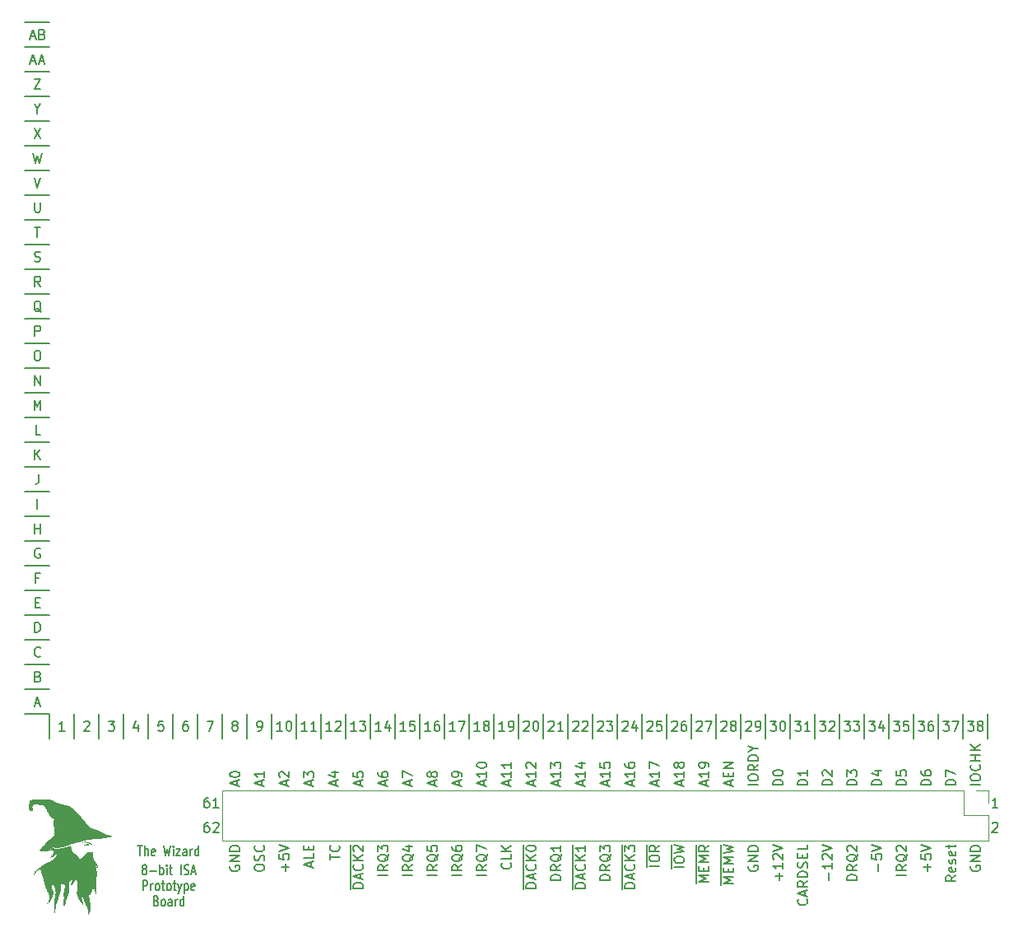
<source format=gbr>
G04 #@! TF.GenerationSoftware,KiCad,Pcbnew,8.0.4*
G04 #@! TF.CreationDate,2025-02-18T09:49:29-03:00*
G04 #@! TF.ProjectId,XT Prototype Board,58542050-726f-4746-9f74-79706520426f,rev?*
G04 #@! TF.SameCoordinates,Original*
G04 #@! TF.FileFunction,Legend,Top*
G04 #@! TF.FilePolarity,Positive*
%FSLAX46Y46*%
G04 Gerber Fmt 4.6, Leading zero omitted, Abs format (unit mm)*
G04 Created by KiCad (PCBNEW 8.0.4) date 2025-02-18 09:49:29*
%MOMM*%
%LPD*%
G01*
G04 APERTURE LIST*
%ADD10C,0.150000*%
%ADD11C,0.120000*%
%ADD12C,0.000000*%
%ADD13C,0.100000*%
%ADD14R,1.778000X7.620000*%
%ADD15C,1.700000*%
%ADD16R,1.700000X1.700000*%
%ADD17O,1.700000X1.700000*%
G04 APERTURE END LIST*
D10*
X67428571Y-126289446D02*
X67352381Y-126241827D01*
X67352381Y-126241827D02*
X67314286Y-126194208D01*
X67314286Y-126194208D02*
X67276190Y-126098970D01*
X67276190Y-126098970D02*
X67276190Y-126051351D01*
X67276190Y-126051351D02*
X67314286Y-125956113D01*
X67314286Y-125956113D02*
X67352381Y-125908494D01*
X67352381Y-125908494D02*
X67428571Y-125860875D01*
X67428571Y-125860875D02*
X67580952Y-125860875D01*
X67580952Y-125860875D02*
X67657143Y-125908494D01*
X67657143Y-125908494D02*
X67695238Y-125956113D01*
X67695238Y-125956113D02*
X67733333Y-126051351D01*
X67733333Y-126051351D02*
X67733333Y-126098970D01*
X67733333Y-126098970D02*
X67695238Y-126194208D01*
X67695238Y-126194208D02*
X67657143Y-126241827D01*
X67657143Y-126241827D02*
X67580952Y-126289446D01*
X67580952Y-126289446D02*
X67428571Y-126289446D01*
X67428571Y-126289446D02*
X67352381Y-126337065D01*
X67352381Y-126337065D02*
X67314286Y-126384684D01*
X67314286Y-126384684D02*
X67276190Y-126479922D01*
X67276190Y-126479922D02*
X67276190Y-126670398D01*
X67276190Y-126670398D02*
X67314286Y-126765636D01*
X67314286Y-126765636D02*
X67352381Y-126813256D01*
X67352381Y-126813256D02*
X67428571Y-126860875D01*
X67428571Y-126860875D02*
X67580952Y-126860875D01*
X67580952Y-126860875D02*
X67657143Y-126813256D01*
X67657143Y-126813256D02*
X67695238Y-126765636D01*
X67695238Y-126765636D02*
X67733333Y-126670398D01*
X67733333Y-126670398D02*
X67733333Y-126479922D01*
X67733333Y-126479922D02*
X67695238Y-126384684D01*
X67695238Y-126384684D02*
X67657143Y-126337065D01*
X67657143Y-126337065D02*
X67580952Y-126289446D01*
X68076191Y-126479922D02*
X68685715Y-126479922D01*
X69066667Y-126860875D02*
X69066667Y-125860875D01*
X69066667Y-126241827D02*
X69142857Y-126194208D01*
X69142857Y-126194208D02*
X69295238Y-126194208D01*
X69295238Y-126194208D02*
X69371429Y-126241827D01*
X69371429Y-126241827D02*
X69409524Y-126289446D01*
X69409524Y-126289446D02*
X69447619Y-126384684D01*
X69447619Y-126384684D02*
X69447619Y-126670398D01*
X69447619Y-126670398D02*
X69409524Y-126765636D01*
X69409524Y-126765636D02*
X69371429Y-126813256D01*
X69371429Y-126813256D02*
X69295238Y-126860875D01*
X69295238Y-126860875D02*
X69142857Y-126860875D01*
X69142857Y-126860875D02*
X69066667Y-126813256D01*
X69790477Y-126860875D02*
X69790477Y-126194208D01*
X69790477Y-125860875D02*
X69752381Y-125908494D01*
X69752381Y-125908494D02*
X69790477Y-125956113D01*
X69790477Y-125956113D02*
X69828572Y-125908494D01*
X69828572Y-125908494D02*
X69790477Y-125860875D01*
X69790477Y-125860875D02*
X69790477Y-125956113D01*
X70057143Y-126194208D02*
X70361905Y-126194208D01*
X70171429Y-125860875D02*
X70171429Y-126718017D01*
X70171429Y-126718017D02*
X70209524Y-126813256D01*
X70209524Y-126813256D02*
X70285714Y-126860875D01*
X70285714Y-126860875D02*
X70361905Y-126860875D01*
X71238096Y-126860875D02*
X71238096Y-125860875D01*
X71580952Y-126813256D02*
X71695238Y-126860875D01*
X71695238Y-126860875D02*
X71885714Y-126860875D01*
X71885714Y-126860875D02*
X71961905Y-126813256D01*
X71961905Y-126813256D02*
X72000000Y-126765636D01*
X72000000Y-126765636D02*
X72038095Y-126670398D01*
X72038095Y-126670398D02*
X72038095Y-126575160D01*
X72038095Y-126575160D02*
X72000000Y-126479922D01*
X72000000Y-126479922D02*
X71961905Y-126432303D01*
X71961905Y-126432303D02*
X71885714Y-126384684D01*
X71885714Y-126384684D02*
X71733333Y-126337065D01*
X71733333Y-126337065D02*
X71657143Y-126289446D01*
X71657143Y-126289446D02*
X71619048Y-126241827D01*
X71619048Y-126241827D02*
X71580952Y-126146589D01*
X71580952Y-126146589D02*
X71580952Y-126051351D01*
X71580952Y-126051351D02*
X71619048Y-125956113D01*
X71619048Y-125956113D02*
X71657143Y-125908494D01*
X71657143Y-125908494D02*
X71733333Y-125860875D01*
X71733333Y-125860875D02*
X71923810Y-125860875D01*
X71923810Y-125860875D02*
X72038095Y-125908494D01*
X72342857Y-126575160D02*
X72723810Y-126575160D01*
X72266667Y-126860875D02*
X72533334Y-125860875D01*
X72533334Y-125860875D02*
X72800000Y-126860875D01*
X67352380Y-128470819D02*
X67352380Y-127470819D01*
X67352380Y-127470819D02*
X67657142Y-127470819D01*
X67657142Y-127470819D02*
X67733332Y-127518438D01*
X67733332Y-127518438D02*
X67771427Y-127566057D01*
X67771427Y-127566057D02*
X67809523Y-127661295D01*
X67809523Y-127661295D02*
X67809523Y-127804152D01*
X67809523Y-127804152D02*
X67771427Y-127899390D01*
X67771427Y-127899390D02*
X67733332Y-127947009D01*
X67733332Y-127947009D02*
X67657142Y-127994628D01*
X67657142Y-127994628D02*
X67352380Y-127994628D01*
X68152380Y-128470819D02*
X68152380Y-127804152D01*
X68152380Y-127994628D02*
X68190475Y-127899390D01*
X68190475Y-127899390D02*
X68228570Y-127851771D01*
X68228570Y-127851771D02*
X68304761Y-127804152D01*
X68304761Y-127804152D02*
X68380951Y-127804152D01*
X68761903Y-128470819D02*
X68685713Y-128423200D01*
X68685713Y-128423200D02*
X68647618Y-128375580D01*
X68647618Y-128375580D02*
X68609522Y-128280342D01*
X68609522Y-128280342D02*
X68609522Y-127994628D01*
X68609522Y-127994628D02*
X68647618Y-127899390D01*
X68647618Y-127899390D02*
X68685713Y-127851771D01*
X68685713Y-127851771D02*
X68761903Y-127804152D01*
X68761903Y-127804152D02*
X68876189Y-127804152D01*
X68876189Y-127804152D02*
X68952380Y-127851771D01*
X68952380Y-127851771D02*
X68990475Y-127899390D01*
X68990475Y-127899390D02*
X69028570Y-127994628D01*
X69028570Y-127994628D02*
X69028570Y-128280342D01*
X69028570Y-128280342D02*
X68990475Y-128375580D01*
X68990475Y-128375580D02*
X68952380Y-128423200D01*
X68952380Y-128423200D02*
X68876189Y-128470819D01*
X68876189Y-128470819D02*
X68761903Y-128470819D01*
X69257142Y-127804152D02*
X69561904Y-127804152D01*
X69371428Y-127470819D02*
X69371428Y-128327961D01*
X69371428Y-128327961D02*
X69409523Y-128423200D01*
X69409523Y-128423200D02*
X69485713Y-128470819D01*
X69485713Y-128470819D02*
X69561904Y-128470819D01*
X69942856Y-128470819D02*
X69866666Y-128423200D01*
X69866666Y-128423200D02*
X69828571Y-128375580D01*
X69828571Y-128375580D02*
X69790475Y-128280342D01*
X69790475Y-128280342D02*
X69790475Y-127994628D01*
X69790475Y-127994628D02*
X69828571Y-127899390D01*
X69828571Y-127899390D02*
X69866666Y-127851771D01*
X69866666Y-127851771D02*
X69942856Y-127804152D01*
X69942856Y-127804152D02*
X70057142Y-127804152D01*
X70057142Y-127804152D02*
X70133333Y-127851771D01*
X70133333Y-127851771D02*
X70171428Y-127899390D01*
X70171428Y-127899390D02*
X70209523Y-127994628D01*
X70209523Y-127994628D02*
X70209523Y-128280342D01*
X70209523Y-128280342D02*
X70171428Y-128375580D01*
X70171428Y-128375580D02*
X70133333Y-128423200D01*
X70133333Y-128423200D02*
X70057142Y-128470819D01*
X70057142Y-128470819D02*
X69942856Y-128470819D01*
X70438095Y-127804152D02*
X70742857Y-127804152D01*
X70552381Y-127470819D02*
X70552381Y-128327961D01*
X70552381Y-128327961D02*
X70590476Y-128423200D01*
X70590476Y-128423200D02*
X70666666Y-128470819D01*
X70666666Y-128470819D02*
X70742857Y-128470819D01*
X70933333Y-127804152D02*
X71123809Y-128470819D01*
X71314286Y-127804152D02*
X71123809Y-128470819D01*
X71123809Y-128470819D02*
X71047619Y-128708914D01*
X71047619Y-128708914D02*
X71009524Y-128756533D01*
X71009524Y-128756533D02*
X70933333Y-128804152D01*
X71619048Y-127804152D02*
X71619048Y-128804152D01*
X71619048Y-127851771D02*
X71695238Y-127804152D01*
X71695238Y-127804152D02*
X71847619Y-127804152D01*
X71847619Y-127804152D02*
X71923810Y-127851771D01*
X71923810Y-127851771D02*
X71961905Y-127899390D01*
X71961905Y-127899390D02*
X72000000Y-127994628D01*
X72000000Y-127994628D02*
X72000000Y-128280342D01*
X72000000Y-128280342D02*
X71961905Y-128375580D01*
X71961905Y-128375580D02*
X71923810Y-128423200D01*
X71923810Y-128423200D02*
X71847619Y-128470819D01*
X71847619Y-128470819D02*
X71695238Y-128470819D01*
X71695238Y-128470819D02*
X71619048Y-128423200D01*
X72647620Y-128423200D02*
X72571429Y-128470819D01*
X72571429Y-128470819D02*
X72419048Y-128470819D01*
X72419048Y-128470819D02*
X72342858Y-128423200D01*
X72342858Y-128423200D02*
X72304762Y-128327961D01*
X72304762Y-128327961D02*
X72304762Y-127947009D01*
X72304762Y-127947009D02*
X72342858Y-127851771D01*
X72342858Y-127851771D02*
X72419048Y-127804152D01*
X72419048Y-127804152D02*
X72571429Y-127804152D01*
X72571429Y-127804152D02*
X72647620Y-127851771D01*
X72647620Y-127851771D02*
X72685715Y-127947009D01*
X72685715Y-127947009D02*
X72685715Y-128042247D01*
X72685715Y-128042247D02*
X72304762Y-128137485D01*
X68723808Y-129556953D02*
X68838094Y-129604572D01*
X68838094Y-129604572D02*
X68876189Y-129652191D01*
X68876189Y-129652191D02*
X68914285Y-129747429D01*
X68914285Y-129747429D02*
X68914285Y-129890286D01*
X68914285Y-129890286D02*
X68876189Y-129985524D01*
X68876189Y-129985524D02*
X68838094Y-130033144D01*
X68838094Y-130033144D02*
X68761904Y-130080763D01*
X68761904Y-130080763D02*
X68457142Y-130080763D01*
X68457142Y-130080763D02*
X68457142Y-129080763D01*
X68457142Y-129080763D02*
X68723808Y-129080763D01*
X68723808Y-129080763D02*
X68799999Y-129128382D01*
X68799999Y-129128382D02*
X68838094Y-129176001D01*
X68838094Y-129176001D02*
X68876189Y-129271239D01*
X68876189Y-129271239D02*
X68876189Y-129366477D01*
X68876189Y-129366477D02*
X68838094Y-129461715D01*
X68838094Y-129461715D02*
X68799999Y-129509334D01*
X68799999Y-129509334D02*
X68723808Y-129556953D01*
X68723808Y-129556953D02*
X68457142Y-129556953D01*
X69371427Y-130080763D02*
X69295237Y-130033144D01*
X69295237Y-130033144D02*
X69257142Y-129985524D01*
X69257142Y-129985524D02*
X69219046Y-129890286D01*
X69219046Y-129890286D02*
X69219046Y-129604572D01*
X69219046Y-129604572D02*
X69257142Y-129509334D01*
X69257142Y-129509334D02*
X69295237Y-129461715D01*
X69295237Y-129461715D02*
X69371427Y-129414096D01*
X69371427Y-129414096D02*
X69485713Y-129414096D01*
X69485713Y-129414096D02*
X69561904Y-129461715D01*
X69561904Y-129461715D02*
X69599999Y-129509334D01*
X69599999Y-129509334D02*
X69638094Y-129604572D01*
X69638094Y-129604572D02*
X69638094Y-129890286D01*
X69638094Y-129890286D02*
X69599999Y-129985524D01*
X69599999Y-129985524D02*
X69561904Y-130033144D01*
X69561904Y-130033144D02*
X69485713Y-130080763D01*
X69485713Y-130080763D02*
X69371427Y-130080763D01*
X70323809Y-130080763D02*
X70323809Y-129556953D01*
X70323809Y-129556953D02*
X70285714Y-129461715D01*
X70285714Y-129461715D02*
X70209523Y-129414096D01*
X70209523Y-129414096D02*
X70057142Y-129414096D01*
X70057142Y-129414096D02*
X69980952Y-129461715D01*
X70323809Y-130033144D02*
X70247618Y-130080763D01*
X70247618Y-130080763D02*
X70057142Y-130080763D01*
X70057142Y-130080763D02*
X69980952Y-130033144D01*
X69980952Y-130033144D02*
X69942856Y-129937905D01*
X69942856Y-129937905D02*
X69942856Y-129842667D01*
X69942856Y-129842667D02*
X69980952Y-129747429D01*
X69980952Y-129747429D02*
X70057142Y-129699810D01*
X70057142Y-129699810D02*
X70247618Y-129699810D01*
X70247618Y-129699810D02*
X70323809Y-129652191D01*
X70704762Y-130080763D02*
X70704762Y-129414096D01*
X70704762Y-129604572D02*
X70742857Y-129509334D01*
X70742857Y-129509334D02*
X70780952Y-129461715D01*
X70780952Y-129461715D02*
X70857143Y-129414096D01*
X70857143Y-129414096D02*
X70933333Y-129414096D01*
X71542857Y-130080763D02*
X71542857Y-129080763D01*
X71542857Y-130033144D02*
X71466666Y-130080763D01*
X71466666Y-130080763D02*
X71314285Y-130080763D01*
X71314285Y-130080763D02*
X71238095Y-130033144D01*
X71238095Y-130033144D02*
X71200000Y-129985524D01*
X71200000Y-129985524D02*
X71161904Y-129890286D01*
X71161904Y-129890286D02*
X71161904Y-129604572D01*
X71161904Y-129604572D02*
X71200000Y-129509334D01*
X71200000Y-129509334D02*
X71238095Y-129461715D01*
X71238095Y-129461715D02*
X71314285Y-129414096D01*
X71314285Y-129414096D02*
X71466666Y-129414096D01*
X71466666Y-129414096D02*
X71542857Y-129461715D01*
X152537438Y-125955398D02*
X152489819Y-126050636D01*
X152489819Y-126050636D02*
X152489819Y-126193493D01*
X152489819Y-126193493D02*
X152537438Y-126336350D01*
X152537438Y-126336350D02*
X152632676Y-126431588D01*
X152632676Y-126431588D02*
X152727914Y-126479207D01*
X152727914Y-126479207D02*
X152918390Y-126526826D01*
X152918390Y-126526826D02*
X153061247Y-126526826D01*
X153061247Y-126526826D02*
X153251723Y-126479207D01*
X153251723Y-126479207D02*
X153346961Y-126431588D01*
X153346961Y-126431588D02*
X153442200Y-126336350D01*
X153442200Y-126336350D02*
X153489819Y-126193493D01*
X153489819Y-126193493D02*
X153489819Y-126098255D01*
X153489819Y-126098255D02*
X153442200Y-125955398D01*
X153442200Y-125955398D02*
X153394580Y-125907779D01*
X153394580Y-125907779D02*
X153061247Y-125907779D01*
X153061247Y-125907779D02*
X153061247Y-126098255D01*
X153489819Y-125479207D02*
X152489819Y-125479207D01*
X152489819Y-125479207D02*
X153489819Y-124907779D01*
X153489819Y-124907779D02*
X152489819Y-124907779D01*
X153489819Y-124431588D02*
X152489819Y-124431588D01*
X152489819Y-124431588D02*
X152489819Y-124193493D01*
X152489819Y-124193493D02*
X152537438Y-124050636D01*
X152537438Y-124050636D02*
X152632676Y-123955398D01*
X152632676Y-123955398D02*
X152727914Y-123907779D01*
X152727914Y-123907779D02*
X152918390Y-123860160D01*
X152918390Y-123860160D02*
X153061247Y-123860160D01*
X153061247Y-123860160D02*
X153251723Y-123907779D01*
X153251723Y-123907779D02*
X153346961Y-123955398D01*
X153346961Y-123955398D02*
X153442200Y-124050636D01*
X153442200Y-124050636D02*
X153489819Y-124193493D01*
X153489819Y-124193493D02*
X153489819Y-124431588D01*
X150949819Y-126955399D02*
X150473628Y-127288732D01*
X150949819Y-127526827D02*
X149949819Y-127526827D01*
X149949819Y-127526827D02*
X149949819Y-127145875D01*
X149949819Y-127145875D02*
X149997438Y-127050637D01*
X149997438Y-127050637D02*
X150045057Y-127003018D01*
X150045057Y-127003018D02*
X150140295Y-126955399D01*
X150140295Y-126955399D02*
X150283152Y-126955399D01*
X150283152Y-126955399D02*
X150378390Y-127003018D01*
X150378390Y-127003018D02*
X150426009Y-127050637D01*
X150426009Y-127050637D02*
X150473628Y-127145875D01*
X150473628Y-127145875D02*
X150473628Y-127526827D01*
X150902200Y-126145875D02*
X150949819Y-126241113D01*
X150949819Y-126241113D02*
X150949819Y-126431589D01*
X150949819Y-126431589D02*
X150902200Y-126526827D01*
X150902200Y-126526827D02*
X150806961Y-126574446D01*
X150806961Y-126574446D02*
X150426009Y-126574446D01*
X150426009Y-126574446D02*
X150330771Y-126526827D01*
X150330771Y-126526827D02*
X150283152Y-126431589D01*
X150283152Y-126431589D02*
X150283152Y-126241113D01*
X150283152Y-126241113D02*
X150330771Y-126145875D01*
X150330771Y-126145875D02*
X150426009Y-126098256D01*
X150426009Y-126098256D02*
X150521247Y-126098256D01*
X150521247Y-126098256D02*
X150616485Y-126574446D01*
X150902200Y-125717303D02*
X150949819Y-125622065D01*
X150949819Y-125622065D02*
X150949819Y-125431589D01*
X150949819Y-125431589D02*
X150902200Y-125336351D01*
X150902200Y-125336351D02*
X150806961Y-125288732D01*
X150806961Y-125288732D02*
X150759342Y-125288732D01*
X150759342Y-125288732D02*
X150664104Y-125336351D01*
X150664104Y-125336351D02*
X150616485Y-125431589D01*
X150616485Y-125431589D02*
X150616485Y-125574446D01*
X150616485Y-125574446D02*
X150568866Y-125669684D01*
X150568866Y-125669684D02*
X150473628Y-125717303D01*
X150473628Y-125717303D02*
X150426009Y-125717303D01*
X150426009Y-125717303D02*
X150330771Y-125669684D01*
X150330771Y-125669684D02*
X150283152Y-125574446D01*
X150283152Y-125574446D02*
X150283152Y-125431589D01*
X150283152Y-125431589D02*
X150330771Y-125336351D01*
X150902200Y-124479208D02*
X150949819Y-124574446D01*
X150949819Y-124574446D02*
X150949819Y-124764922D01*
X150949819Y-124764922D02*
X150902200Y-124860160D01*
X150902200Y-124860160D02*
X150806961Y-124907779D01*
X150806961Y-124907779D02*
X150426009Y-124907779D01*
X150426009Y-124907779D02*
X150330771Y-124860160D01*
X150330771Y-124860160D02*
X150283152Y-124764922D01*
X150283152Y-124764922D02*
X150283152Y-124574446D01*
X150283152Y-124574446D02*
X150330771Y-124479208D01*
X150330771Y-124479208D02*
X150426009Y-124431589D01*
X150426009Y-124431589D02*
X150521247Y-124431589D01*
X150521247Y-124431589D02*
X150616485Y-124907779D01*
X150283152Y-124145874D02*
X150283152Y-123764922D01*
X149949819Y-124003017D02*
X150806961Y-124003017D01*
X150806961Y-124003017D02*
X150902200Y-123955398D01*
X150902200Y-123955398D02*
X150949819Y-123860160D01*
X150949819Y-123860160D02*
X150949819Y-123764922D01*
X148028866Y-126479207D02*
X148028866Y-125717303D01*
X148409819Y-126098255D02*
X147647914Y-126098255D01*
X147409819Y-124764922D02*
X147409819Y-125241112D01*
X147409819Y-125241112D02*
X147886009Y-125288731D01*
X147886009Y-125288731D02*
X147838390Y-125241112D01*
X147838390Y-125241112D02*
X147790771Y-125145874D01*
X147790771Y-125145874D02*
X147790771Y-124907779D01*
X147790771Y-124907779D02*
X147838390Y-124812541D01*
X147838390Y-124812541D02*
X147886009Y-124764922D01*
X147886009Y-124764922D02*
X147981247Y-124717303D01*
X147981247Y-124717303D02*
X148219342Y-124717303D01*
X148219342Y-124717303D02*
X148314580Y-124764922D01*
X148314580Y-124764922D02*
X148362200Y-124812541D01*
X148362200Y-124812541D02*
X148409819Y-124907779D01*
X148409819Y-124907779D02*
X148409819Y-125145874D01*
X148409819Y-125145874D02*
X148362200Y-125241112D01*
X148362200Y-125241112D02*
X148314580Y-125288731D01*
X147409819Y-124431588D02*
X148409819Y-124098255D01*
X148409819Y-124098255D02*
X147409819Y-123764922D01*
X142948866Y-126479207D02*
X142948866Y-125717303D01*
X142329819Y-124764922D02*
X142329819Y-125241112D01*
X142329819Y-125241112D02*
X142806009Y-125288731D01*
X142806009Y-125288731D02*
X142758390Y-125241112D01*
X142758390Y-125241112D02*
X142710771Y-125145874D01*
X142710771Y-125145874D02*
X142710771Y-124907779D01*
X142710771Y-124907779D02*
X142758390Y-124812541D01*
X142758390Y-124812541D02*
X142806009Y-124764922D01*
X142806009Y-124764922D02*
X142901247Y-124717303D01*
X142901247Y-124717303D02*
X143139342Y-124717303D01*
X143139342Y-124717303D02*
X143234580Y-124764922D01*
X143234580Y-124764922D02*
X143282200Y-124812541D01*
X143282200Y-124812541D02*
X143329819Y-124907779D01*
X143329819Y-124907779D02*
X143329819Y-125145874D01*
X143329819Y-125145874D02*
X143282200Y-125241112D01*
X143282200Y-125241112D02*
X143234580Y-125288731D01*
X142329819Y-124431588D02*
X143329819Y-124098255D01*
X143329819Y-124098255D02*
X142329819Y-123764922D01*
X145869819Y-126907778D02*
X144869819Y-126907778D01*
X145869819Y-125860160D02*
X145393628Y-126193493D01*
X145869819Y-126431588D02*
X144869819Y-126431588D01*
X144869819Y-126431588D02*
X144869819Y-126050636D01*
X144869819Y-126050636D02*
X144917438Y-125955398D01*
X144917438Y-125955398D02*
X144965057Y-125907779D01*
X144965057Y-125907779D02*
X145060295Y-125860160D01*
X145060295Y-125860160D02*
X145203152Y-125860160D01*
X145203152Y-125860160D02*
X145298390Y-125907779D01*
X145298390Y-125907779D02*
X145346009Y-125955398D01*
X145346009Y-125955398D02*
X145393628Y-126050636D01*
X145393628Y-126050636D02*
X145393628Y-126431588D01*
X145965057Y-124764922D02*
X145917438Y-124860160D01*
X145917438Y-124860160D02*
X145822200Y-124955398D01*
X145822200Y-124955398D02*
X145679342Y-125098255D01*
X145679342Y-125098255D02*
X145631723Y-125193493D01*
X145631723Y-125193493D02*
X145631723Y-125288731D01*
X145869819Y-125241112D02*
X145822200Y-125336350D01*
X145822200Y-125336350D02*
X145726961Y-125431588D01*
X145726961Y-125431588D02*
X145536485Y-125479207D01*
X145536485Y-125479207D02*
X145203152Y-125479207D01*
X145203152Y-125479207D02*
X145012676Y-125431588D01*
X145012676Y-125431588D02*
X144917438Y-125336350D01*
X144917438Y-125336350D02*
X144869819Y-125241112D01*
X144869819Y-125241112D02*
X144869819Y-125050636D01*
X144869819Y-125050636D02*
X144917438Y-124955398D01*
X144917438Y-124955398D02*
X145012676Y-124860160D01*
X145012676Y-124860160D02*
X145203152Y-124812541D01*
X145203152Y-124812541D02*
X145536485Y-124812541D01*
X145536485Y-124812541D02*
X145726961Y-124860160D01*
X145726961Y-124860160D02*
X145822200Y-124955398D01*
X145822200Y-124955398D02*
X145869819Y-125050636D01*
X145869819Y-125050636D02*
X145869819Y-125241112D01*
X144965057Y-124431588D02*
X144917438Y-124383969D01*
X144917438Y-124383969D02*
X144869819Y-124288731D01*
X144869819Y-124288731D02*
X144869819Y-124050636D01*
X144869819Y-124050636D02*
X144917438Y-123955398D01*
X144917438Y-123955398D02*
X144965057Y-123907779D01*
X144965057Y-123907779D02*
X145060295Y-123860160D01*
X145060295Y-123860160D02*
X145155533Y-123860160D01*
X145155533Y-123860160D02*
X145298390Y-123907779D01*
X145298390Y-123907779D02*
X145869819Y-124479207D01*
X145869819Y-124479207D02*
X145869819Y-123860160D01*
X140789819Y-127431588D02*
X139789819Y-127431588D01*
X139789819Y-127431588D02*
X139789819Y-127193493D01*
X139789819Y-127193493D02*
X139837438Y-127050636D01*
X139837438Y-127050636D02*
X139932676Y-126955398D01*
X139932676Y-126955398D02*
X140027914Y-126907779D01*
X140027914Y-126907779D02*
X140218390Y-126860160D01*
X140218390Y-126860160D02*
X140361247Y-126860160D01*
X140361247Y-126860160D02*
X140551723Y-126907779D01*
X140551723Y-126907779D02*
X140646961Y-126955398D01*
X140646961Y-126955398D02*
X140742200Y-127050636D01*
X140742200Y-127050636D02*
X140789819Y-127193493D01*
X140789819Y-127193493D02*
X140789819Y-127431588D01*
X140789819Y-125860160D02*
X140313628Y-126193493D01*
X140789819Y-126431588D02*
X139789819Y-126431588D01*
X139789819Y-126431588D02*
X139789819Y-126050636D01*
X139789819Y-126050636D02*
X139837438Y-125955398D01*
X139837438Y-125955398D02*
X139885057Y-125907779D01*
X139885057Y-125907779D02*
X139980295Y-125860160D01*
X139980295Y-125860160D02*
X140123152Y-125860160D01*
X140123152Y-125860160D02*
X140218390Y-125907779D01*
X140218390Y-125907779D02*
X140266009Y-125955398D01*
X140266009Y-125955398D02*
X140313628Y-126050636D01*
X140313628Y-126050636D02*
X140313628Y-126431588D01*
X140885057Y-124764922D02*
X140837438Y-124860160D01*
X140837438Y-124860160D02*
X140742200Y-124955398D01*
X140742200Y-124955398D02*
X140599342Y-125098255D01*
X140599342Y-125098255D02*
X140551723Y-125193493D01*
X140551723Y-125193493D02*
X140551723Y-125288731D01*
X140789819Y-125241112D02*
X140742200Y-125336350D01*
X140742200Y-125336350D02*
X140646961Y-125431588D01*
X140646961Y-125431588D02*
X140456485Y-125479207D01*
X140456485Y-125479207D02*
X140123152Y-125479207D01*
X140123152Y-125479207D02*
X139932676Y-125431588D01*
X139932676Y-125431588D02*
X139837438Y-125336350D01*
X139837438Y-125336350D02*
X139789819Y-125241112D01*
X139789819Y-125241112D02*
X139789819Y-125050636D01*
X139789819Y-125050636D02*
X139837438Y-124955398D01*
X139837438Y-124955398D02*
X139932676Y-124860160D01*
X139932676Y-124860160D02*
X140123152Y-124812541D01*
X140123152Y-124812541D02*
X140456485Y-124812541D01*
X140456485Y-124812541D02*
X140646961Y-124860160D01*
X140646961Y-124860160D02*
X140742200Y-124955398D01*
X140742200Y-124955398D02*
X140789819Y-125050636D01*
X140789819Y-125050636D02*
X140789819Y-125241112D01*
X139885057Y-124431588D02*
X139837438Y-124383969D01*
X139837438Y-124383969D02*
X139789819Y-124288731D01*
X139789819Y-124288731D02*
X139789819Y-124050636D01*
X139789819Y-124050636D02*
X139837438Y-123955398D01*
X139837438Y-123955398D02*
X139885057Y-123907779D01*
X139885057Y-123907779D02*
X139980295Y-123860160D01*
X139980295Y-123860160D02*
X140075533Y-123860160D01*
X140075533Y-123860160D02*
X140218390Y-123907779D01*
X140218390Y-123907779D02*
X140789819Y-124479207D01*
X140789819Y-124479207D02*
X140789819Y-123860160D01*
X129677438Y-125955398D02*
X129629819Y-126050636D01*
X129629819Y-126050636D02*
X129629819Y-126193493D01*
X129629819Y-126193493D02*
X129677438Y-126336350D01*
X129677438Y-126336350D02*
X129772676Y-126431588D01*
X129772676Y-126431588D02*
X129867914Y-126479207D01*
X129867914Y-126479207D02*
X130058390Y-126526826D01*
X130058390Y-126526826D02*
X130201247Y-126526826D01*
X130201247Y-126526826D02*
X130391723Y-126479207D01*
X130391723Y-126479207D02*
X130486961Y-126431588D01*
X130486961Y-126431588D02*
X130582200Y-126336350D01*
X130582200Y-126336350D02*
X130629819Y-126193493D01*
X130629819Y-126193493D02*
X130629819Y-126098255D01*
X130629819Y-126098255D02*
X130582200Y-125955398D01*
X130582200Y-125955398D02*
X130534580Y-125907779D01*
X130534580Y-125907779D02*
X130201247Y-125907779D01*
X130201247Y-125907779D02*
X130201247Y-126098255D01*
X130629819Y-125479207D02*
X129629819Y-125479207D01*
X129629819Y-125479207D02*
X130629819Y-124907779D01*
X130629819Y-124907779D02*
X129629819Y-124907779D01*
X130629819Y-124431588D02*
X129629819Y-124431588D01*
X129629819Y-124431588D02*
X129629819Y-124193493D01*
X129629819Y-124193493D02*
X129677438Y-124050636D01*
X129677438Y-124050636D02*
X129772676Y-123955398D01*
X129772676Y-123955398D02*
X129867914Y-123907779D01*
X129867914Y-123907779D02*
X130058390Y-123860160D01*
X130058390Y-123860160D02*
X130201247Y-123860160D01*
X130201247Y-123860160D02*
X130391723Y-123907779D01*
X130391723Y-123907779D02*
X130486961Y-123955398D01*
X130486961Y-123955398D02*
X130582200Y-124050636D01*
X130582200Y-124050636D02*
X130629819Y-124193493D01*
X130629819Y-124193493D02*
X130629819Y-124431588D01*
X76337438Y-125955398D02*
X76289819Y-126050636D01*
X76289819Y-126050636D02*
X76289819Y-126193493D01*
X76289819Y-126193493D02*
X76337438Y-126336350D01*
X76337438Y-126336350D02*
X76432676Y-126431588D01*
X76432676Y-126431588D02*
X76527914Y-126479207D01*
X76527914Y-126479207D02*
X76718390Y-126526826D01*
X76718390Y-126526826D02*
X76861247Y-126526826D01*
X76861247Y-126526826D02*
X77051723Y-126479207D01*
X77051723Y-126479207D02*
X77146961Y-126431588D01*
X77146961Y-126431588D02*
X77242200Y-126336350D01*
X77242200Y-126336350D02*
X77289819Y-126193493D01*
X77289819Y-126193493D02*
X77289819Y-126098255D01*
X77289819Y-126098255D02*
X77242200Y-125955398D01*
X77242200Y-125955398D02*
X77194580Y-125907779D01*
X77194580Y-125907779D02*
X76861247Y-125907779D01*
X76861247Y-125907779D02*
X76861247Y-126098255D01*
X77289819Y-125479207D02*
X76289819Y-125479207D01*
X76289819Y-125479207D02*
X77289819Y-124907779D01*
X77289819Y-124907779D02*
X76289819Y-124907779D01*
X77289819Y-124431588D02*
X76289819Y-124431588D01*
X76289819Y-124431588D02*
X76289819Y-124193493D01*
X76289819Y-124193493D02*
X76337438Y-124050636D01*
X76337438Y-124050636D02*
X76432676Y-123955398D01*
X76432676Y-123955398D02*
X76527914Y-123907779D01*
X76527914Y-123907779D02*
X76718390Y-123860160D01*
X76718390Y-123860160D02*
X76861247Y-123860160D01*
X76861247Y-123860160D02*
X77051723Y-123907779D01*
X77051723Y-123907779D02*
X77146961Y-123955398D01*
X77146961Y-123955398D02*
X77242200Y-124050636D01*
X77242200Y-124050636D02*
X77289819Y-124193493D01*
X77289819Y-124193493D02*
X77289819Y-124431588D01*
X84624104Y-126050636D02*
X84624104Y-125574446D01*
X84909819Y-126145874D02*
X83909819Y-125812541D01*
X83909819Y-125812541D02*
X84909819Y-125479208D01*
X84909819Y-124669684D02*
X84909819Y-125145874D01*
X84909819Y-125145874D02*
X83909819Y-125145874D01*
X84386009Y-124336350D02*
X84386009Y-124003017D01*
X84909819Y-123860160D02*
X84909819Y-124336350D01*
X84909819Y-124336350D02*
X83909819Y-124336350D01*
X83909819Y-124336350D02*
X83909819Y-123860160D01*
X86576819Y-125336350D02*
X86576819Y-124764922D01*
X87576819Y-125050636D02*
X86576819Y-125050636D01*
X87481580Y-123860160D02*
X87529200Y-123907779D01*
X87529200Y-123907779D02*
X87576819Y-124050636D01*
X87576819Y-124050636D02*
X87576819Y-124145874D01*
X87576819Y-124145874D02*
X87529200Y-124288731D01*
X87529200Y-124288731D02*
X87433961Y-124383969D01*
X87433961Y-124383969D02*
X87338723Y-124431588D01*
X87338723Y-124431588D02*
X87148247Y-124479207D01*
X87148247Y-124479207D02*
X87005390Y-124479207D01*
X87005390Y-124479207D02*
X86814914Y-124431588D01*
X86814914Y-124431588D02*
X86719676Y-124383969D01*
X86719676Y-124383969D02*
X86624438Y-124288731D01*
X86624438Y-124288731D02*
X86576819Y-124145874D01*
X86576819Y-124145874D02*
X86576819Y-124050636D01*
X86576819Y-124050636D02*
X86624438Y-123907779D01*
X86624438Y-123907779D02*
X86672057Y-123860160D01*
X78829819Y-126241112D02*
X78829819Y-126050636D01*
X78829819Y-126050636D02*
X78877438Y-125955398D01*
X78877438Y-125955398D02*
X78972676Y-125860160D01*
X78972676Y-125860160D02*
X79163152Y-125812541D01*
X79163152Y-125812541D02*
X79496485Y-125812541D01*
X79496485Y-125812541D02*
X79686961Y-125860160D01*
X79686961Y-125860160D02*
X79782200Y-125955398D01*
X79782200Y-125955398D02*
X79829819Y-126050636D01*
X79829819Y-126050636D02*
X79829819Y-126241112D01*
X79829819Y-126241112D02*
X79782200Y-126336350D01*
X79782200Y-126336350D02*
X79686961Y-126431588D01*
X79686961Y-126431588D02*
X79496485Y-126479207D01*
X79496485Y-126479207D02*
X79163152Y-126479207D01*
X79163152Y-126479207D02*
X78972676Y-126431588D01*
X78972676Y-126431588D02*
X78877438Y-126336350D01*
X78877438Y-126336350D02*
X78829819Y-126241112D01*
X79782200Y-125431588D02*
X79829819Y-125288731D01*
X79829819Y-125288731D02*
X79829819Y-125050636D01*
X79829819Y-125050636D02*
X79782200Y-124955398D01*
X79782200Y-124955398D02*
X79734580Y-124907779D01*
X79734580Y-124907779D02*
X79639342Y-124860160D01*
X79639342Y-124860160D02*
X79544104Y-124860160D01*
X79544104Y-124860160D02*
X79448866Y-124907779D01*
X79448866Y-124907779D02*
X79401247Y-124955398D01*
X79401247Y-124955398D02*
X79353628Y-125050636D01*
X79353628Y-125050636D02*
X79306009Y-125241112D01*
X79306009Y-125241112D02*
X79258390Y-125336350D01*
X79258390Y-125336350D02*
X79210771Y-125383969D01*
X79210771Y-125383969D02*
X79115533Y-125431588D01*
X79115533Y-125431588D02*
X79020295Y-125431588D01*
X79020295Y-125431588D02*
X78925057Y-125383969D01*
X78925057Y-125383969D02*
X78877438Y-125336350D01*
X78877438Y-125336350D02*
X78829819Y-125241112D01*
X78829819Y-125241112D02*
X78829819Y-125003017D01*
X78829819Y-125003017D02*
X78877438Y-124860160D01*
X79734580Y-123860160D02*
X79782200Y-123907779D01*
X79782200Y-123907779D02*
X79829819Y-124050636D01*
X79829819Y-124050636D02*
X79829819Y-124145874D01*
X79829819Y-124145874D02*
X79782200Y-124288731D01*
X79782200Y-124288731D02*
X79686961Y-124383969D01*
X79686961Y-124383969D02*
X79591723Y-124431588D01*
X79591723Y-124431588D02*
X79401247Y-124479207D01*
X79401247Y-124479207D02*
X79258390Y-124479207D01*
X79258390Y-124479207D02*
X79067914Y-124431588D01*
X79067914Y-124431588D02*
X78972676Y-124383969D01*
X78972676Y-124383969D02*
X78877438Y-124288731D01*
X78877438Y-124288731D02*
X78829819Y-124145874D01*
X78829819Y-124145874D02*
X78829819Y-124050636D01*
X78829819Y-124050636D02*
X78877438Y-123907779D01*
X78877438Y-123907779D02*
X78925057Y-123860160D01*
X137868866Y-127431588D02*
X137868866Y-126669684D01*
X138249819Y-125669684D02*
X138249819Y-126241112D01*
X138249819Y-125955398D02*
X137249819Y-125955398D01*
X137249819Y-125955398D02*
X137392676Y-126050636D01*
X137392676Y-126050636D02*
X137487914Y-126145874D01*
X137487914Y-126145874D02*
X137535533Y-126241112D01*
X137345057Y-125288731D02*
X137297438Y-125241112D01*
X137297438Y-125241112D02*
X137249819Y-125145874D01*
X137249819Y-125145874D02*
X137249819Y-124907779D01*
X137249819Y-124907779D02*
X137297438Y-124812541D01*
X137297438Y-124812541D02*
X137345057Y-124764922D01*
X137345057Y-124764922D02*
X137440295Y-124717303D01*
X137440295Y-124717303D02*
X137535533Y-124717303D01*
X137535533Y-124717303D02*
X137678390Y-124764922D01*
X137678390Y-124764922D02*
X138249819Y-125336350D01*
X138249819Y-125336350D02*
X138249819Y-124717303D01*
X137249819Y-124431588D02*
X138249819Y-124098255D01*
X138249819Y-124098255D02*
X137249819Y-123764922D01*
X132788866Y-127431588D02*
X132788866Y-126669684D01*
X133169819Y-127050636D02*
X132407914Y-127050636D01*
X133169819Y-125669684D02*
X133169819Y-126241112D01*
X133169819Y-125955398D02*
X132169819Y-125955398D01*
X132169819Y-125955398D02*
X132312676Y-126050636D01*
X132312676Y-126050636D02*
X132407914Y-126145874D01*
X132407914Y-126145874D02*
X132455533Y-126241112D01*
X132265057Y-125288731D02*
X132217438Y-125241112D01*
X132217438Y-125241112D02*
X132169819Y-125145874D01*
X132169819Y-125145874D02*
X132169819Y-124907779D01*
X132169819Y-124907779D02*
X132217438Y-124812541D01*
X132217438Y-124812541D02*
X132265057Y-124764922D01*
X132265057Y-124764922D02*
X132360295Y-124717303D01*
X132360295Y-124717303D02*
X132455533Y-124717303D01*
X132455533Y-124717303D02*
X132598390Y-124764922D01*
X132598390Y-124764922D02*
X133169819Y-125336350D01*
X133169819Y-125336350D02*
X133169819Y-124717303D01*
X132169819Y-124431588D02*
X133169819Y-124098255D01*
X133169819Y-124098255D02*
X132169819Y-123764922D01*
X135614580Y-129383970D02*
X135662200Y-129431589D01*
X135662200Y-129431589D02*
X135709819Y-129574446D01*
X135709819Y-129574446D02*
X135709819Y-129669684D01*
X135709819Y-129669684D02*
X135662200Y-129812541D01*
X135662200Y-129812541D02*
X135566961Y-129907779D01*
X135566961Y-129907779D02*
X135471723Y-129955398D01*
X135471723Y-129955398D02*
X135281247Y-130003017D01*
X135281247Y-130003017D02*
X135138390Y-130003017D01*
X135138390Y-130003017D02*
X134947914Y-129955398D01*
X134947914Y-129955398D02*
X134852676Y-129907779D01*
X134852676Y-129907779D02*
X134757438Y-129812541D01*
X134757438Y-129812541D02*
X134709819Y-129669684D01*
X134709819Y-129669684D02*
X134709819Y-129574446D01*
X134709819Y-129574446D02*
X134757438Y-129431589D01*
X134757438Y-129431589D02*
X134805057Y-129383970D01*
X135424104Y-129003017D02*
X135424104Y-128526827D01*
X135709819Y-129098255D02*
X134709819Y-128764922D01*
X134709819Y-128764922D02*
X135709819Y-128431589D01*
X135709819Y-127526827D02*
X135233628Y-127860160D01*
X135709819Y-128098255D02*
X134709819Y-128098255D01*
X134709819Y-128098255D02*
X134709819Y-127717303D01*
X134709819Y-127717303D02*
X134757438Y-127622065D01*
X134757438Y-127622065D02*
X134805057Y-127574446D01*
X134805057Y-127574446D02*
X134900295Y-127526827D01*
X134900295Y-127526827D02*
X135043152Y-127526827D01*
X135043152Y-127526827D02*
X135138390Y-127574446D01*
X135138390Y-127574446D02*
X135186009Y-127622065D01*
X135186009Y-127622065D02*
X135233628Y-127717303D01*
X135233628Y-127717303D02*
X135233628Y-128098255D01*
X135709819Y-127098255D02*
X134709819Y-127098255D01*
X134709819Y-127098255D02*
X134709819Y-126860160D01*
X134709819Y-126860160D02*
X134757438Y-126717303D01*
X134757438Y-126717303D02*
X134852676Y-126622065D01*
X134852676Y-126622065D02*
X134947914Y-126574446D01*
X134947914Y-126574446D02*
X135138390Y-126526827D01*
X135138390Y-126526827D02*
X135281247Y-126526827D01*
X135281247Y-126526827D02*
X135471723Y-126574446D01*
X135471723Y-126574446D02*
X135566961Y-126622065D01*
X135566961Y-126622065D02*
X135662200Y-126717303D01*
X135662200Y-126717303D02*
X135709819Y-126860160D01*
X135709819Y-126860160D02*
X135709819Y-127098255D01*
X135662200Y-126145874D02*
X135709819Y-126003017D01*
X135709819Y-126003017D02*
X135709819Y-125764922D01*
X135709819Y-125764922D02*
X135662200Y-125669684D01*
X135662200Y-125669684D02*
X135614580Y-125622065D01*
X135614580Y-125622065D02*
X135519342Y-125574446D01*
X135519342Y-125574446D02*
X135424104Y-125574446D01*
X135424104Y-125574446D02*
X135328866Y-125622065D01*
X135328866Y-125622065D02*
X135281247Y-125669684D01*
X135281247Y-125669684D02*
X135233628Y-125764922D01*
X135233628Y-125764922D02*
X135186009Y-125955398D01*
X135186009Y-125955398D02*
X135138390Y-126050636D01*
X135138390Y-126050636D02*
X135090771Y-126098255D01*
X135090771Y-126098255D02*
X134995533Y-126145874D01*
X134995533Y-126145874D02*
X134900295Y-126145874D01*
X134900295Y-126145874D02*
X134805057Y-126098255D01*
X134805057Y-126098255D02*
X134757438Y-126050636D01*
X134757438Y-126050636D02*
X134709819Y-125955398D01*
X134709819Y-125955398D02*
X134709819Y-125717303D01*
X134709819Y-125717303D02*
X134757438Y-125574446D01*
X135186009Y-125145874D02*
X135186009Y-124812541D01*
X135709819Y-124669684D02*
X135709819Y-125145874D01*
X135709819Y-125145874D02*
X134709819Y-125145874D01*
X134709819Y-125145874D02*
X134709819Y-124669684D01*
X135709819Y-123764922D02*
X135709819Y-124241112D01*
X135709819Y-124241112D02*
X134709819Y-124241112D01*
X128089819Y-127764921D02*
X127089819Y-127764921D01*
X127089819Y-127764921D02*
X127804104Y-127431588D01*
X127804104Y-127431588D02*
X127089819Y-127098255D01*
X127089819Y-127098255D02*
X128089819Y-127098255D01*
X127566009Y-126622064D02*
X127566009Y-126288731D01*
X128089819Y-126145874D02*
X128089819Y-126622064D01*
X128089819Y-126622064D02*
X127089819Y-126622064D01*
X127089819Y-126622064D02*
X127089819Y-126145874D01*
X128089819Y-125717302D02*
X127089819Y-125717302D01*
X127089819Y-125717302D02*
X127804104Y-125383969D01*
X127804104Y-125383969D02*
X127089819Y-125050636D01*
X127089819Y-125050636D02*
X128089819Y-125050636D01*
X127089819Y-124669683D02*
X128089819Y-124431588D01*
X128089819Y-124431588D02*
X127375533Y-124241112D01*
X127375533Y-124241112D02*
X128089819Y-124050636D01*
X128089819Y-124050636D02*
X127089819Y-123812541D01*
X126812200Y-127903017D02*
X126812200Y-123769684D01*
X125549819Y-127622064D02*
X124549819Y-127622064D01*
X124549819Y-127622064D02*
X125264104Y-127288731D01*
X125264104Y-127288731D02*
X124549819Y-126955398D01*
X124549819Y-126955398D02*
X125549819Y-126955398D01*
X125026009Y-126479207D02*
X125026009Y-126145874D01*
X125549819Y-126003017D02*
X125549819Y-126479207D01*
X125549819Y-126479207D02*
X124549819Y-126479207D01*
X124549819Y-126479207D02*
X124549819Y-126003017D01*
X125549819Y-125574445D02*
X124549819Y-125574445D01*
X124549819Y-125574445D02*
X125264104Y-125241112D01*
X125264104Y-125241112D02*
X124549819Y-124907779D01*
X124549819Y-124907779D02*
X125549819Y-124907779D01*
X125549819Y-123860160D02*
X125073628Y-124193493D01*
X125549819Y-124431588D02*
X124549819Y-124431588D01*
X124549819Y-124431588D02*
X124549819Y-124050636D01*
X124549819Y-124050636D02*
X124597438Y-123955398D01*
X124597438Y-123955398D02*
X124645057Y-123907779D01*
X124645057Y-123907779D02*
X124740295Y-123860160D01*
X124740295Y-123860160D02*
X124883152Y-123860160D01*
X124883152Y-123860160D02*
X124978390Y-123907779D01*
X124978390Y-123907779D02*
X125026009Y-123955398D01*
X125026009Y-123955398D02*
X125073628Y-124050636D01*
X125073628Y-124050636D02*
X125073628Y-124431588D01*
X124272200Y-127760160D02*
X124272200Y-123769684D01*
X123009819Y-126098254D02*
X122009819Y-126098254D01*
X122009819Y-125431588D02*
X122009819Y-125241112D01*
X122009819Y-125241112D02*
X122057438Y-125145874D01*
X122057438Y-125145874D02*
X122152676Y-125050636D01*
X122152676Y-125050636D02*
X122343152Y-125003017D01*
X122343152Y-125003017D02*
X122676485Y-125003017D01*
X122676485Y-125003017D02*
X122866961Y-125050636D01*
X122866961Y-125050636D02*
X122962200Y-125145874D01*
X122962200Y-125145874D02*
X123009819Y-125241112D01*
X123009819Y-125241112D02*
X123009819Y-125431588D01*
X123009819Y-125431588D02*
X122962200Y-125526826D01*
X122962200Y-125526826D02*
X122866961Y-125622064D01*
X122866961Y-125622064D02*
X122676485Y-125669683D01*
X122676485Y-125669683D02*
X122343152Y-125669683D01*
X122343152Y-125669683D02*
X122152676Y-125622064D01*
X122152676Y-125622064D02*
X122057438Y-125526826D01*
X122057438Y-125526826D02*
X122009819Y-125431588D01*
X122009819Y-124669683D02*
X123009819Y-124431588D01*
X123009819Y-124431588D02*
X122295533Y-124241112D01*
X122295533Y-124241112D02*
X123009819Y-124050636D01*
X123009819Y-124050636D02*
X122009819Y-123812541D01*
X121732200Y-126236350D02*
X121732200Y-123769684D01*
X120469819Y-125955397D02*
X119469819Y-125955397D01*
X119469819Y-125288731D02*
X119469819Y-125098255D01*
X119469819Y-125098255D02*
X119517438Y-125003017D01*
X119517438Y-125003017D02*
X119612676Y-124907779D01*
X119612676Y-124907779D02*
X119803152Y-124860160D01*
X119803152Y-124860160D02*
X120136485Y-124860160D01*
X120136485Y-124860160D02*
X120326961Y-124907779D01*
X120326961Y-124907779D02*
X120422200Y-125003017D01*
X120422200Y-125003017D02*
X120469819Y-125098255D01*
X120469819Y-125098255D02*
X120469819Y-125288731D01*
X120469819Y-125288731D02*
X120422200Y-125383969D01*
X120422200Y-125383969D02*
X120326961Y-125479207D01*
X120326961Y-125479207D02*
X120136485Y-125526826D01*
X120136485Y-125526826D02*
X119803152Y-125526826D01*
X119803152Y-125526826D02*
X119612676Y-125479207D01*
X119612676Y-125479207D02*
X119517438Y-125383969D01*
X119517438Y-125383969D02*
X119469819Y-125288731D01*
X120469819Y-123860160D02*
X119993628Y-124193493D01*
X120469819Y-124431588D02*
X119469819Y-124431588D01*
X119469819Y-124431588D02*
X119469819Y-124050636D01*
X119469819Y-124050636D02*
X119517438Y-123955398D01*
X119517438Y-123955398D02*
X119565057Y-123907779D01*
X119565057Y-123907779D02*
X119660295Y-123860160D01*
X119660295Y-123860160D02*
X119803152Y-123860160D01*
X119803152Y-123860160D02*
X119898390Y-123907779D01*
X119898390Y-123907779D02*
X119946009Y-123955398D01*
X119946009Y-123955398D02*
X119993628Y-124050636D01*
X119993628Y-124050636D02*
X119993628Y-124431588D01*
X119192200Y-126093493D02*
X119192200Y-123769684D01*
X117929819Y-128241112D02*
X116929819Y-128241112D01*
X116929819Y-128241112D02*
X116929819Y-128003017D01*
X116929819Y-128003017D02*
X116977438Y-127860160D01*
X116977438Y-127860160D02*
X117072676Y-127764922D01*
X117072676Y-127764922D02*
X117167914Y-127717303D01*
X117167914Y-127717303D02*
X117358390Y-127669684D01*
X117358390Y-127669684D02*
X117501247Y-127669684D01*
X117501247Y-127669684D02*
X117691723Y-127717303D01*
X117691723Y-127717303D02*
X117786961Y-127764922D01*
X117786961Y-127764922D02*
X117882200Y-127860160D01*
X117882200Y-127860160D02*
X117929819Y-128003017D01*
X117929819Y-128003017D02*
X117929819Y-128241112D01*
X117644104Y-127288731D02*
X117644104Y-126812541D01*
X117929819Y-127383969D02*
X116929819Y-127050636D01*
X116929819Y-127050636D02*
X117929819Y-126717303D01*
X117834580Y-125812541D02*
X117882200Y-125860160D01*
X117882200Y-125860160D02*
X117929819Y-126003017D01*
X117929819Y-126003017D02*
X117929819Y-126098255D01*
X117929819Y-126098255D02*
X117882200Y-126241112D01*
X117882200Y-126241112D02*
X117786961Y-126336350D01*
X117786961Y-126336350D02*
X117691723Y-126383969D01*
X117691723Y-126383969D02*
X117501247Y-126431588D01*
X117501247Y-126431588D02*
X117358390Y-126431588D01*
X117358390Y-126431588D02*
X117167914Y-126383969D01*
X117167914Y-126383969D02*
X117072676Y-126336350D01*
X117072676Y-126336350D02*
X116977438Y-126241112D01*
X116977438Y-126241112D02*
X116929819Y-126098255D01*
X116929819Y-126098255D02*
X116929819Y-126003017D01*
X116929819Y-126003017D02*
X116977438Y-125860160D01*
X116977438Y-125860160D02*
X117025057Y-125812541D01*
X117929819Y-125383969D02*
X116929819Y-125383969D01*
X117929819Y-124812541D02*
X117358390Y-125241112D01*
X116929819Y-124812541D02*
X117501247Y-125383969D01*
X116929819Y-124479207D02*
X116929819Y-123860160D01*
X116929819Y-123860160D02*
X117310771Y-124193493D01*
X117310771Y-124193493D02*
X117310771Y-124050636D01*
X117310771Y-124050636D02*
X117358390Y-123955398D01*
X117358390Y-123955398D02*
X117406009Y-123907779D01*
X117406009Y-123907779D02*
X117501247Y-123860160D01*
X117501247Y-123860160D02*
X117739342Y-123860160D01*
X117739342Y-123860160D02*
X117834580Y-123907779D01*
X117834580Y-123907779D02*
X117882200Y-123955398D01*
X117882200Y-123955398D02*
X117929819Y-124050636D01*
X117929819Y-124050636D02*
X117929819Y-124336350D01*
X117929819Y-124336350D02*
X117882200Y-124431588D01*
X117882200Y-124431588D02*
X117834580Y-124479207D01*
X116652200Y-128379208D02*
X116652200Y-123769684D01*
X115389819Y-127431588D02*
X114389819Y-127431588D01*
X114389819Y-127431588D02*
X114389819Y-127193493D01*
X114389819Y-127193493D02*
X114437438Y-127050636D01*
X114437438Y-127050636D02*
X114532676Y-126955398D01*
X114532676Y-126955398D02*
X114627914Y-126907779D01*
X114627914Y-126907779D02*
X114818390Y-126860160D01*
X114818390Y-126860160D02*
X114961247Y-126860160D01*
X114961247Y-126860160D02*
X115151723Y-126907779D01*
X115151723Y-126907779D02*
X115246961Y-126955398D01*
X115246961Y-126955398D02*
X115342200Y-127050636D01*
X115342200Y-127050636D02*
X115389819Y-127193493D01*
X115389819Y-127193493D02*
X115389819Y-127431588D01*
X115389819Y-125860160D02*
X114913628Y-126193493D01*
X115389819Y-126431588D02*
X114389819Y-126431588D01*
X114389819Y-126431588D02*
X114389819Y-126050636D01*
X114389819Y-126050636D02*
X114437438Y-125955398D01*
X114437438Y-125955398D02*
X114485057Y-125907779D01*
X114485057Y-125907779D02*
X114580295Y-125860160D01*
X114580295Y-125860160D02*
X114723152Y-125860160D01*
X114723152Y-125860160D02*
X114818390Y-125907779D01*
X114818390Y-125907779D02*
X114866009Y-125955398D01*
X114866009Y-125955398D02*
X114913628Y-126050636D01*
X114913628Y-126050636D02*
X114913628Y-126431588D01*
X115485057Y-124764922D02*
X115437438Y-124860160D01*
X115437438Y-124860160D02*
X115342200Y-124955398D01*
X115342200Y-124955398D02*
X115199342Y-125098255D01*
X115199342Y-125098255D02*
X115151723Y-125193493D01*
X115151723Y-125193493D02*
X115151723Y-125288731D01*
X115389819Y-125241112D02*
X115342200Y-125336350D01*
X115342200Y-125336350D02*
X115246961Y-125431588D01*
X115246961Y-125431588D02*
X115056485Y-125479207D01*
X115056485Y-125479207D02*
X114723152Y-125479207D01*
X114723152Y-125479207D02*
X114532676Y-125431588D01*
X114532676Y-125431588D02*
X114437438Y-125336350D01*
X114437438Y-125336350D02*
X114389819Y-125241112D01*
X114389819Y-125241112D02*
X114389819Y-125050636D01*
X114389819Y-125050636D02*
X114437438Y-124955398D01*
X114437438Y-124955398D02*
X114532676Y-124860160D01*
X114532676Y-124860160D02*
X114723152Y-124812541D01*
X114723152Y-124812541D02*
X115056485Y-124812541D01*
X115056485Y-124812541D02*
X115246961Y-124860160D01*
X115246961Y-124860160D02*
X115342200Y-124955398D01*
X115342200Y-124955398D02*
X115389819Y-125050636D01*
X115389819Y-125050636D02*
X115389819Y-125241112D01*
X114389819Y-124479207D02*
X114389819Y-123860160D01*
X114389819Y-123860160D02*
X114770771Y-124193493D01*
X114770771Y-124193493D02*
X114770771Y-124050636D01*
X114770771Y-124050636D02*
X114818390Y-123955398D01*
X114818390Y-123955398D02*
X114866009Y-123907779D01*
X114866009Y-123907779D02*
X114961247Y-123860160D01*
X114961247Y-123860160D02*
X115199342Y-123860160D01*
X115199342Y-123860160D02*
X115294580Y-123907779D01*
X115294580Y-123907779D02*
X115342200Y-123955398D01*
X115342200Y-123955398D02*
X115389819Y-124050636D01*
X115389819Y-124050636D02*
X115389819Y-124336350D01*
X115389819Y-124336350D02*
X115342200Y-124431588D01*
X115342200Y-124431588D02*
X115294580Y-124479207D01*
X112849819Y-128241112D02*
X111849819Y-128241112D01*
X111849819Y-128241112D02*
X111849819Y-128003017D01*
X111849819Y-128003017D02*
X111897438Y-127860160D01*
X111897438Y-127860160D02*
X111992676Y-127764922D01*
X111992676Y-127764922D02*
X112087914Y-127717303D01*
X112087914Y-127717303D02*
X112278390Y-127669684D01*
X112278390Y-127669684D02*
X112421247Y-127669684D01*
X112421247Y-127669684D02*
X112611723Y-127717303D01*
X112611723Y-127717303D02*
X112706961Y-127764922D01*
X112706961Y-127764922D02*
X112802200Y-127860160D01*
X112802200Y-127860160D02*
X112849819Y-128003017D01*
X112849819Y-128003017D02*
X112849819Y-128241112D01*
X112564104Y-127288731D02*
X112564104Y-126812541D01*
X112849819Y-127383969D02*
X111849819Y-127050636D01*
X111849819Y-127050636D02*
X112849819Y-126717303D01*
X112754580Y-125812541D02*
X112802200Y-125860160D01*
X112802200Y-125860160D02*
X112849819Y-126003017D01*
X112849819Y-126003017D02*
X112849819Y-126098255D01*
X112849819Y-126098255D02*
X112802200Y-126241112D01*
X112802200Y-126241112D02*
X112706961Y-126336350D01*
X112706961Y-126336350D02*
X112611723Y-126383969D01*
X112611723Y-126383969D02*
X112421247Y-126431588D01*
X112421247Y-126431588D02*
X112278390Y-126431588D01*
X112278390Y-126431588D02*
X112087914Y-126383969D01*
X112087914Y-126383969D02*
X111992676Y-126336350D01*
X111992676Y-126336350D02*
X111897438Y-126241112D01*
X111897438Y-126241112D02*
X111849819Y-126098255D01*
X111849819Y-126098255D02*
X111849819Y-126003017D01*
X111849819Y-126003017D02*
X111897438Y-125860160D01*
X111897438Y-125860160D02*
X111945057Y-125812541D01*
X112849819Y-125383969D02*
X111849819Y-125383969D01*
X112849819Y-124812541D02*
X112278390Y-125241112D01*
X111849819Y-124812541D02*
X112421247Y-125383969D01*
X112849819Y-123860160D02*
X112849819Y-124431588D01*
X112849819Y-124145874D02*
X111849819Y-124145874D01*
X111849819Y-124145874D02*
X111992676Y-124241112D01*
X111992676Y-124241112D02*
X112087914Y-124336350D01*
X112087914Y-124336350D02*
X112135533Y-124431588D01*
X111572200Y-128379208D02*
X111572200Y-123769684D01*
X105134580Y-125669684D02*
X105182200Y-125717303D01*
X105182200Y-125717303D02*
X105229819Y-125860160D01*
X105229819Y-125860160D02*
X105229819Y-125955398D01*
X105229819Y-125955398D02*
X105182200Y-126098255D01*
X105182200Y-126098255D02*
X105086961Y-126193493D01*
X105086961Y-126193493D02*
X104991723Y-126241112D01*
X104991723Y-126241112D02*
X104801247Y-126288731D01*
X104801247Y-126288731D02*
X104658390Y-126288731D01*
X104658390Y-126288731D02*
X104467914Y-126241112D01*
X104467914Y-126241112D02*
X104372676Y-126193493D01*
X104372676Y-126193493D02*
X104277438Y-126098255D01*
X104277438Y-126098255D02*
X104229819Y-125955398D01*
X104229819Y-125955398D02*
X104229819Y-125860160D01*
X104229819Y-125860160D02*
X104277438Y-125717303D01*
X104277438Y-125717303D02*
X104325057Y-125669684D01*
X105229819Y-124764922D02*
X105229819Y-125241112D01*
X105229819Y-125241112D02*
X104229819Y-125241112D01*
X105229819Y-124431588D02*
X104229819Y-124431588D01*
X105229819Y-123860160D02*
X104658390Y-124288731D01*
X104229819Y-123860160D02*
X104801247Y-124431588D01*
X102689819Y-126907778D02*
X101689819Y-126907778D01*
X102689819Y-125860160D02*
X102213628Y-126193493D01*
X102689819Y-126431588D02*
X101689819Y-126431588D01*
X101689819Y-126431588D02*
X101689819Y-126050636D01*
X101689819Y-126050636D02*
X101737438Y-125955398D01*
X101737438Y-125955398D02*
X101785057Y-125907779D01*
X101785057Y-125907779D02*
X101880295Y-125860160D01*
X101880295Y-125860160D02*
X102023152Y-125860160D01*
X102023152Y-125860160D02*
X102118390Y-125907779D01*
X102118390Y-125907779D02*
X102166009Y-125955398D01*
X102166009Y-125955398D02*
X102213628Y-126050636D01*
X102213628Y-126050636D02*
X102213628Y-126431588D01*
X102785057Y-124764922D02*
X102737438Y-124860160D01*
X102737438Y-124860160D02*
X102642200Y-124955398D01*
X102642200Y-124955398D02*
X102499342Y-125098255D01*
X102499342Y-125098255D02*
X102451723Y-125193493D01*
X102451723Y-125193493D02*
X102451723Y-125288731D01*
X102689819Y-125241112D02*
X102642200Y-125336350D01*
X102642200Y-125336350D02*
X102546961Y-125431588D01*
X102546961Y-125431588D02*
X102356485Y-125479207D01*
X102356485Y-125479207D02*
X102023152Y-125479207D01*
X102023152Y-125479207D02*
X101832676Y-125431588D01*
X101832676Y-125431588D02*
X101737438Y-125336350D01*
X101737438Y-125336350D02*
X101689819Y-125241112D01*
X101689819Y-125241112D02*
X101689819Y-125050636D01*
X101689819Y-125050636D02*
X101737438Y-124955398D01*
X101737438Y-124955398D02*
X101832676Y-124860160D01*
X101832676Y-124860160D02*
X102023152Y-124812541D01*
X102023152Y-124812541D02*
X102356485Y-124812541D01*
X102356485Y-124812541D02*
X102546961Y-124860160D01*
X102546961Y-124860160D02*
X102642200Y-124955398D01*
X102642200Y-124955398D02*
X102689819Y-125050636D01*
X102689819Y-125050636D02*
X102689819Y-125241112D01*
X101689819Y-124479207D02*
X101689819Y-123812541D01*
X101689819Y-123812541D02*
X102689819Y-124241112D01*
X107769819Y-128241112D02*
X106769819Y-128241112D01*
X106769819Y-128241112D02*
X106769819Y-128003017D01*
X106769819Y-128003017D02*
X106817438Y-127860160D01*
X106817438Y-127860160D02*
X106912676Y-127764922D01*
X106912676Y-127764922D02*
X107007914Y-127717303D01*
X107007914Y-127717303D02*
X107198390Y-127669684D01*
X107198390Y-127669684D02*
X107341247Y-127669684D01*
X107341247Y-127669684D02*
X107531723Y-127717303D01*
X107531723Y-127717303D02*
X107626961Y-127764922D01*
X107626961Y-127764922D02*
X107722200Y-127860160D01*
X107722200Y-127860160D02*
X107769819Y-128003017D01*
X107769819Y-128003017D02*
X107769819Y-128241112D01*
X107484104Y-127288731D02*
X107484104Y-126812541D01*
X107769819Y-127383969D02*
X106769819Y-127050636D01*
X106769819Y-127050636D02*
X107769819Y-126717303D01*
X107674580Y-125812541D02*
X107722200Y-125860160D01*
X107722200Y-125860160D02*
X107769819Y-126003017D01*
X107769819Y-126003017D02*
X107769819Y-126098255D01*
X107769819Y-126098255D02*
X107722200Y-126241112D01*
X107722200Y-126241112D02*
X107626961Y-126336350D01*
X107626961Y-126336350D02*
X107531723Y-126383969D01*
X107531723Y-126383969D02*
X107341247Y-126431588D01*
X107341247Y-126431588D02*
X107198390Y-126431588D01*
X107198390Y-126431588D02*
X107007914Y-126383969D01*
X107007914Y-126383969D02*
X106912676Y-126336350D01*
X106912676Y-126336350D02*
X106817438Y-126241112D01*
X106817438Y-126241112D02*
X106769819Y-126098255D01*
X106769819Y-126098255D02*
X106769819Y-126003017D01*
X106769819Y-126003017D02*
X106817438Y-125860160D01*
X106817438Y-125860160D02*
X106865057Y-125812541D01*
X107769819Y-125383969D02*
X106769819Y-125383969D01*
X107769819Y-124812541D02*
X107198390Y-125241112D01*
X106769819Y-124812541D02*
X107341247Y-125383969D01*
X106769819Y-124193493D02*
X106769819Y-124098255D01*
X106769819Y-124098255D02*
X106817438Y-124003017D01*
X106817438Y-124003017D02*
X106865057Y-123955398D01*
X106865057Y-123955398D02*
X106960295Y-123907779D01*
X106960295Y-123907779D02*
X107150771Y-123860160D01*
X107150771Y-123860160D02*
X107388866Y-123860160D01*
X107388866Y-123860160D02*
X107579342Y-123907779D01*
X107579342Y-123907779D02*
X107674580Y-123955398D01*
X107674580Y-123955398D02*
X107722200Y-124003017D01*
X107722200Y-124003017D02*
X107769819Y-124098255D01*
X107769819Y-124098255D02*
X107769819Y-124193493D01*
X107769819Y-124193493D02*
X107722200Y-124288731D01*
X107722200Y-124288731D02*
X107674580Y-124336350D01*
X107674580Y-124336350D02*
X107579342Y-124383969D01*
X107579342Y-124383969D02*
X107388866Y-124431588D01*
X107388866Y-124431588D02*
X107150771Y-124431588D01*
X107150771Y-124431588D02*
X106960295Y-124383969D01*
X106960295Y-124383969D02*
X106865057Y-124336350D01*
X106865057Y-124336350D02*
X106817438Y-124288731D01*
X106817438Y-124288731D02*
X106769819Y-124193493D01*
X106492200Y-128379208D02*
X106492200Y-123769684D01*
X110309819Y-127431588D02*
X109309819Y-127431588D01*
X109309819Y-127431588D02*
X109309819Y-127193493D01*
X109309819Y-127193493D02*
X109357438Y-127050636D01*
X109357438Y-127050636D02*
X109452676Y-126955398D01*
X109452676Y-126955398D02*
X109547914Y-126907779D01*
X109547914Y-126907779D02*
X109738390Y-126860160D01*
X109738390Y-126860160D02*
X109881247Y-126860160D01*
X109881247Y-126860160D02*
X110071723Y-126907779D01*
X110071723Y-126907779D02*
X110166961Y-126955398D01*
X110166961Y-126955398D02*
X110262200Y-127050636D01*
X110262200Y-127050636D02*
X110309819Y-127193493D01*
X110309819Y-127193493D02*
X110309819Y-127431588D01*
X110309819Y-125860160D02*
X109833628Y-126193493D01*
X110309819Y-126431588D02*
X109309819Y-126431588D01*
X109309819Y-126431588D02*
X109309819Y-126050636D01*
X109309819Y-126050636D02*
X109357438Y-125955398D01*
X109357438Y-125955398D02*
X109405057Y-125907779D01*
X109405057Y-125907779D02*
X109500295Y-125860160D01*
X109500295Y-125860160D02*
X109643152Y-125860160D01*
X109643152Y-125860160D02*
X109738390Y-125907779D01*
X109738390Y-125907779D02*
X109786009Y-125955398D01*
X109786009Y-125955398D02*
X109833628Y-126050636D01*
X109833628Y-126050636D02*
X109833628Y-126431588D01*
X110405057Y-124764922D02*
X110357438Y-124860160D01*
X110357438Y-124860160D02*
X110262200Y-124955398D01*
X110262200Y-124955398D02*
X110119342Y-125098255D01*
X110119342Y-125098255D02*
X110071723Y-125193493D01*
X110071723Y-125193493D02*
X110071723Y-125288731D01*
X110309819Y-125241112D02*
X110262200Y-125336350D01*
X110262200Y-125336350D02*
X110166961Y-125431588D01*
X110166961Y-125431588D02*
X109976485Y-125479207D01*
X109976485Y-125479207D02*
X109643152Y-125479207D01*
X109643152Y-125479207D02*
X109452676Y-125431588D01*
X109452676Y-125431588D02*
X109357438Y-125336350D01*
X109357438Y-125336350D02*
X109309819Y-125241112D01*
X109309819Y-125241112D02*
X109309819Y-125050636D01*
X109309819Y-125050636D02*
X109357438Y-124955398D01*
X109357438Y-124955398D02*
X109452676Y-124860160D01*
X109452676Y-124860160D02*
X109643152Y-124812541D01*
X109643152Y-124812541D02*
X109976485Y-124812541D01*
X109976485Y-124812541D02*
X110166961Y-124860160D01*
X110166961Y-124860160D02*
X110262200Y-124955398D01*
X110262200Y-124955398D02*
X110309819Y-125050636D01*
X110309819Y-125050636D02*
X110309819Y-125241112D01*
X110309819Y-123860160D02*
X110309819Y-124431588D01*
X110309819Y-124145874D02*
X109309819Y-124145874D01*
X109309819Y-124145874D02*
X109452676Y-124241112D01*
X109452676Y-124241112D02*
X109547914Y-124336350D01*
X109547914Y-124336350D02*
X109595533Y-124431588D01*
X100149819Y-126907778D02*
X99149819Y-126907778D01*
X100149819Y-125860160D02*
X99673628Y-126193493D01*
X100149819Y-126431588D02*
X99149819Y-126431588D01*
X99149819Y-126431588D02*
X99149819Y-126050636D01*
X99149819Y-126050636D02*
X99197438Y-125955398D01*
X99197438Y-125955398D02*
X99245057Y-125907779D01*
X99245057Y-125907779D02*
X99340295Y-125860160D01*
X99340295Y-125860160D02*
X99483152Y-125860160D01*
X99483152Y-125860160D02*
X99578390Y-125907779D01*
X99578390Y-125907779D02*
X99626009Y-125955398D01*
X99626009Y-125955398D02*
X99673628Y-126050636D01*
X99673628Y-126050636D02*
X99673628Y-126431588D01*
X100245057Y-124764922D02*
X100197438Y-124860160D01*
X100197438Y-124860160D02*
X100102200Y-124955398D01*
X100102200Y-124955398D02*
X99959342Y-125098255D01*
X99959342Y-125098255D02*
X99911723Y-125193493D01*
X99911723Y-125193493D02*
X99911723Y-125288731D01*
X100149819Y-125241112D02*
X100102200Y-125336350D01*
X100102200Y-125336350D02*
X100006961Y-125431588D01*
X100006961Y-125431588D02*
X99816485Y-125479207D01*
X99816485Y-125479207D02*
X99483152Y-125479207D01*
X99483152Y-125479207D02*
X99292676Y-125431588D01*
X99292676Y-125431588D02*
X99197438Y-125336350D01*
X99197438Y-125336350D02*
X99149819Y-125241112D01*
X99149819Y-125241112D02*
X99149819Y-125050636D01*
X99149819Y-125050636D02*
X99197438Y-124955398D01*
X99197438Y-124955398D02*
X99292676Y-124860160D01*
X99292676Y-124860160D02*
X99483152Y-124812541D01*
X99483152Y-124812541D02*
X99816485Y-124812541D01*
X99816485Y-124812541D02*
X100006961Y-124860160D01*
X100006961Y-124860160D02*
X100102200Y-124955398D01*
X100102200Y-124955398D02*
X100149819Y-125050636D01*
X100149819Y-125050636D02*
X100149819Y-125241112D01*
X99149819Y-123955398D02*
X99149819Y-124145874D01*
X99149819Y-124145874D02*
X99197438Y-124241112D01*
X99197438Y-124241112D02*
X99245057Y-124288731D01*
X99245057Y-124288731D02*
X99387914Y-124383969D01*
X99387914Y-124383969D02*
X99578390Y-124431588D01*
X99578390Y-124431588D02*
X99959342Y-124431588D01*
X99959342Y-124431588D02*
X100054580Y-124383969D01*
X100054580Y-124383969D02*
X100102200Y-124336350D01*
X100102200Y-124336350D02*
X100149819Y-124241112D01*
X100149819Y-124241112D02*
X100149819Y-124050636D01*
X100149819Y-124050636D02*
X100102200Y-123955398D01*
X100102200Y-123955398D02*
X100054580Y-123907779D01*
X100054580Y-123907779D02*
X99959342Y-123860160D01*
X99959342Y-123860160D02*
X99721247Y-123860160D01*
X99721247Y-123860160D02*
X99626009Y-123907779D01*
X99626009Y-123907779D02*
X99578390Y-123955398D01*
X99578390Y-123955398D02*
X99530771Y-124050636D01*
X99530771Y-124050636D02*
X99530771Y-124241112D01*
X99530771Y-124241112D02*
X99578390Y-124336350D01*
X99578390Y-124336350D02*
X99626009Y-124383969D01*
X99626009Y-124383969D02*
X99721247Y-124431588D01*
X97609819Y-126907778D02*
X96609819Y-126907778D01*
X97609819Y-125860160D02*
X97133628Y-126193493D01*
X97609819Y-126431588D02*
X96609819Y-126431588D01*
X96609819Y-126431588D02*
X96609819Y-126050636D01*
X96609819Y-126050636D02*
X96657438Y-125955398D01*
X96657438Y-125955398D02*
X96705057Y-125907779D01*
X96705057Y-125907779D02*
X96800295Y-125860160D01*
X96800295Y-125860160D02*
X96943152Y-125860160D01*
X96943152Y-125860160D02*
X97038390Y-125907779D01*
X97038390Y-125907779D02*
X97086009Y-125955398D01*
X97086009Y-125955398D02*
X97133628Y-126050636D01*
X97133628Y-126050636D02*
X97133628Y-126431588D01*
X97705057Y-124764922D02*
X97657438Y-124860160D01*
X97657438Y-124860160D02*
X97562200Y-124955398D01*
X97562200Y-124955398D02*
X97419342Y-125098255D01*
X97419342Y-125098255D02*
X97371723Y-125193493D01*
X97371723Y-125193493D02*
X97371723Y-125288731D01*
X97609819Y-125241112D02*
X97562200Y-125336350D01*
X97562200Y-125336350D02*
X97466961Y-125431588D01*
X97466961Y-125431588D02*
X97276485Y-125479207D01*
X97276485Y-125479207D02*
X96943152Y-125479207D01*
X96943152Y-125479207D02*
X96752676Y-125431588D01*
X96752676Y-125431588D02*
X96657438Y-125336350D01*
X96657438Y-125336350D02*
X96609819Y-125241112D01*
X96609819Y-125241112D02*
X96609819Y-125050636D01*
X96609819Y-125050636D02*
X96657438Y-124955398D01*
X96657438Y-124955398D02*
X96752676Y-124860160D01*
X96752676Y-124860160D02*
X96943152Y-124812541D01*
X96943152Y-124812541D02*
X97276485Y-124812541D01*
X97276485Y-124812541D02*
X97466961Y-124860160D01*
X97466961Y-124860160D02*
X97562200Y-124955398D01*
X97562200Y-124955398D02*
X97609819Y-125050636D01*
X97609819Y-125050636D02*
X97609819Y-125241112D01*
X96609819Y-123907779D02*
X96609819Y-124383969D01*
X96609819Y-124383969D02*
X97086009Y-124431588D01*
X97086009Y-124431588D02*
X97038390Y-124383969D01*
X97038390Y-124383969D02*
X96990771Y-124288731D01*
X96990771Y-124288731D02*
X96990771Y-124050636D01*
X96990771Y-124050636D02*
X97038390Y-123955398D01*
X97038390Y-123955398D02*
X97086009Y-123907779D01*
X97086009Y-123907779D02*
X97181247Y-123860160D01*
X97181247Y-123860160D02*
X97419342Y-123860160D01*
X97419342Y-123860160D02*
X97514580Y-123907779D01*
X97514580Y-123907779D02*
X97562200Y-123955398D01*
X97562200Y-123955398D02*
X97609819Y-124050636D01*
X97609819Y-124050636D02*
X97609819Y-124288731D01*
X97609819Y-124288731D02*
X97562200Y-124383969D01*
X97562200Y-124383969D02*
X97514580Y-124431588D01*
X95069819Y-126907778D02*
X94069819Y-126907778D01*
X95069819Y-125860160D02*
X94593628Y-126193493D01*
X95069819Y-126431588D02*
X94069819Y-126431588D01*
X94069819Y-126431588D02*
X94069819Y-126050636D01*
X94069819Y-126050636D02*
X94117438Y-125955398D01*
X94117438Y-125955398D02*
X94165057Y-125907779D01*
X94165057Y-125907779D02*
X94260295Y-125860160D01*
X94260295Y-125860160D02*
X94403152Y-125860160D01*
X94403152Y-125860160D02*
X94498390Y-125907779D01*
X94498390Y-125907779D02*
X94546009Y-125955398D01*
X94546009Y-125955398D02*
X94593628Y-126050636D01*
X94593628Y-126050636D02*
X94593628Y-126431588D01*
X95165057Y-124764922D02*
X95117438Y-124860160D01*
X95117438Y-124860160D02*
X95022200Y-124955398D01*
X95022200Y-124955398D02*
X94879342Y-125098255D01*
X94879342Y-125098255D02*
X94831723Y-125193493D01*
X94831723Y-125193493D02*
X94831723Y-125288731D01*
X95069819Y-125241112D02*
X95022200Y-125336350D01*
X95022200Y-125336350D02*
X94926961Y-125431588D01*
X94926961Y-125431588D02*
X94736485Y-125479207D01*
X94736485Y-125479207D02*
X94403152Y-125479207D01*
X94403152Y-125479207D02*
X94212676Y-125431588D01*
X94212676Y-125431588D02*
X94117438Y-125336350D01*
X94117438Y-125336350D02*
X94069819Y-125241112D01*
X94069819Y-125241112D02*
X94069819Y-125050636D01*
X94069819Y-125050636D02*
X94117438Y-124955398D01*
X94117438Y-124955398D02*
X94212676Y-124860160D01*
X94212676Y-124860160D02*
X94403152Y-124812541D01*
X94403152Y-124812541D02*
X94736485Y-124812541D01*
X94736485Y-124812541D02*
X94926961Y-124860160D01*
X94926961Y-124860160D02*
X95022200Y-124955398D01*
X95022200Y-124955398D02*
X95069819Y-125050636D01*
X95069819Y-125050636D02*
X95069819Y-125241112D01*
X94403152Y-123955398D02*
X95069819Y-123955398D01*
X94022200Y-124193493D02*
X94736485Y-124431588D01*
X94736485Y-124431588D02*
X94736485Y-123812541D01*
X92529819Y-126907778D02*
X91529819Y-126907778D01*
X92529819Y-125860160D02*
X92053628Y-126193493D01*
X92529819Y-126431588D02*
X91529819Y-126431588D01*
X91529819Y-126431588D02*
X91529819Y-126050636D01*
X91529819Y-126050636D02*
X91577438Y-125955398D01*
X91577438Y-125955398D02*
X91625057Y-125907779D01*
X91625057Y-125907779D02*
X91720295Y-125860160D01*
X91720295Y-125860160D02*
X91863152Y-125860160D01*
X91863152Y-125860160D02*
X91958390Y-125907779D01*
X91958390Y-125907779D02*
X92006009Y-125955398D01*
X92006009Y-125955398D02*
X92053628Y-126050636D01*
X92053628Y-126050636D02*
X92053628Y-126431588D01*
X92625057Y-124764922D02*
X92577438Y-124860160D01*
X92577438Y-124860160D02*
X92482200Y-124955398D01*
X92482200Y-124955398D02*
X92339342Y-125098255D01*
X92339342Y-125098255D02*
X92291723Y-125193493D01*
X92291723Y-125193493D02*
X92291723Y-125288731D01*
X92529819Y-125241112D02*
X92482200Y-125336350D01*
X92482200Y-125336350D02*
X92386961Y-125431588D01*
X92386961Y-125431588D02*
X92196485Y-125479207D01*
X92196485Y-125479207D02*
X91863152Y-125479207D01*
X91863152Y-125479207D02*
X91672676Y-125431588D01*
X91672676Y-125431588D02*
X91577438Y-125336350D01*
X91577438Y-125336350D02*
X91529819Y-125241112D01*
X91529819Y-125241112D02*
X91529819Y-125050636D01*
X91529819Y-125050636D02*
X91577438Y-124955398D01*
X91577438Y-124955398D02*
X91672676Y-124860160D01*
X91672676Y-124860160D02*
X91863152Y-124812541D01*
X91863152Y-124812541D02*
X92196485Y-124812541D01*
X92196485Y-124812541D02*
X92386961Y-124860160D01*
X92386961Y-124860160D02*
X92482200Y-124955398D01*
X92482200Y-124955398D02*
X92529819Y-125050636D01*
X92529819Y-125050636D02*
X92529819Y-125241112D01*
X91529819Y-124479207D02*
X91529819Y-123860160D01*
X91529819Y-123860160D02*
X91910771Y-124193493D01*
X91910771Y-124193493D02*
X91910771Y-124050636D01*
X91910771Y-124050636D02*
X91958390Y-123955398D01*
X91958390Y-123955398D02*
X92006009Y-123907779D01*
X92006009Y-123907779D02*
X92101247Y-123860160D01*
X92101247Y-123860160D02*
X92339342Y-123860160D01*
X92339342Y-123860160D02*
X92434580Y-123907779D01*
X92434580Y-123907779D02*
X92482200Y-123955398D01*
X92482200Y-123955398D02*
X92529819Y-124050636D01*
X92529819Y-124050636D02*
X92529819Y-124336350D01*
X92529819Y-124336350D02*
X92482200Y-124431588D01*
X92482200Y-124431588D02*
X92434580Y-124479207D01*
X81988866Y-126479207D02*
X81988866Y-125717303D01*
X82369819Y-126098255D02*
X81607914Y-126098255D01*
X81369819Y-124764922D02*
X81369819Y-125241112D01*
X81369819Y-125241112D02*
X81846009Y-125288731D01*
X81846009Y-125288731D02*
X81798390Y-125241112D01*
X81798390Y-125241112D02*
X81750771Y-125145874D01*
X81750771Y-125145874D02*
X81750771Y-124907779D01*
X81750771Y-124907779D02*
X81798390Y-124812541D01*
X81798390Y-124812541D02*
X81846009Y-124764922D01*
X81846009Y-124764922D02*
X81941247Y-124717303D01*
X81941247Y-124717303D02*
X82179342Y-124717303D01*
X82179342Y-124717303D02*
X82274580Y-124764922D01*
X82274580Y-124764922D02*
X82322200Y-124812541D01*
X82322200Y-124812541D02*
X82369819Y-124907779D01*
X82369819Y-124907779D02*
X82369819Y-125145874D01*
X82369819Y-125145874D02*
X82322200Y-125241112D01*
X82322200Y-125241112D02*
X82274580Y-125288731D01*
X81369819Y-124431588D02*
X82369819Y-124098255D01*
X82369819Y-124098255D02*
X81369819Y-123764922D01*
X89989819Y-128241112D02*
X88989819Y-128241112D01*
X88989819Y-128241112D02*
X88989819Y-128003017D01*
X88989819Y-128003017D02*
X89037438Y-127860160D01*
X89037438Y-127860160D02*
X89132676Y-127764922D01*
X89132676Y-127764922D02*
X89227914Y-127717303D01*
X89227914Y-127717303D02*
X89418390Y-127669684D01*
X89418390Y-127669684D02*
X89561247Y-127669684D01*
X89561247Y-127669684D02*
X89751723Y-127717303D01*
X89751723Y-127717303D02*
X89846961Y-127764922D01*
X89846961Y-127764922D02*
X89942200Y-127860160D01*
X89942200Y-127860160D02*
X89989819Y-128003017D01*
X89989819Y-128003017D02*
X89989819Y-128241112D01*
X89704104Y-127288731D02*
X89704104Y-126812541D01*
X89989819Y-127383969D02*
X88989819Y-127050636D01*
X88989819Y-127050636D02*
X89989819Y-126717303D01*
X89894580Y-125812541D02*
X89942200Y-125860160D01*
X89942200Y-125860160D02*
X89989819Y-126003017D01*
X89989819Y-126003017D02*
X89989819Y-126098255D01*
X89989819Y-126098255D02*
X89942200Y-126241112D01*
X89942200Y-126241112D02*
X89846961Y-126336350D01*
X89846961Y-126336350D02*
X89751723Y-126383969D01*
X89751723Y-126383969D02*
X89561247Y-126431588D01*
X89561247Y-126431588D02*
X89418390Y-126431588D01*
X89418390Y-126431588D02*
X89227914Y-126383969D01*
X89227914Y-126383969D02*
X89132676Y-126336350D01*
X89132676Y-126336350D02*
X89037438Y-126241112D01*
X89037438Y-126241112D02*
X88989819Y-126098255D01*
X88989819Y-126098255D02*
X88989819Y-126003017D01*
X88989819Y-126003017D02*
X89037438Y-125860160D01*
X89037438Y-125860160D02*
X89085057Y-125812541D01*
X89989819Y-125383969D02*
X88989819Y-125383969D01*
X89989819Y-124812541D02*
X89418390Y-125241112D01*
X88989819Y-124812541D02*
X89561247Y-125383969D01*
X89085057Y-124431588D02*
X89037438Y-124383969D01*
X89037438Y-124383969D02*
X88989819Y-124288731D01*
X88989819Y-124288731D02*
X88989819Y-124050636D01*
X88989819Y-124050636D02*
X89037438Y-123955398D01*
X89037438Y-123955398D02*
X89085057Y-123907779D01*
X89085057Y-123907779D02*
X89180295Y-123860160D01*
X89180295Y-123860160D02*
X89275533Y-123860160D01*
X89275533Y-123860160D02*
X89418390Y-123907779D01*
X89418390Y-123907779D02*
X89989819Y-124479207D01*
X89989819Y-124479207D02*
X89989819Y-123860160D01*
X88712200Y-128379208D02*
X88712200Y-123769684D01*
X77004104Y-117693839D02*
X77004104Y-117217649D01*
X77289819Y-117789077D02*
X76289819Y-117455744D01*
X76289819Y-117455744D02*
X77289819Y-117122411D01*
X76289819Y-116598601D02*
X76289819Y-116503363D01*
X76289819Y-116503363D02*
X76337438Y-116408125D01*
X76337438Y-116408125D02*
X76385057Y-116360506D01*
X76385057Y-116360506D02*
X76480295Y-116312887D01*
X76480295Y-116312887D02*
X76670771Y-116265268D01*
X76670771Y-116265268D02*
X76908866Y-116265268D01*
X76908866Y-116265268D02*
X77099342Y-116312887D01*
X77099342Y-116312887D02*
X77194580Y-116360506D01*
X77194580Y-116360506D02*
X77242200Y-116408125D01*
X77242200Y-116408125D02*
X77289819Y-116503363D01*
X77289819Y-116503363D02*
X77289819Y-116598601D01*
X77289819Y-116598601D02*
X77242200Y-116693839D01*
X77242200Y-116693839D02*
X77194580Y-116741458D01*
X77194580Y-116741458D02*
X77099342Y-116789077D01*
X77099342Y-116789077D02*
X76908866Y-116836696D01*
X76908866Y-116836696D02*
X76670771Y-116836696D01*
X76670771Y-116836696D02*
X76480295Y-116789077D01*
X76480295Y-116789077D02*
X76385057Y-116741458D01*
X76385057Y-116741458D02*
X76337438Y-116693839D01*
X76337438Y-116693839D02*
X76289819Y-116598601D01*
X79544104Y-117693839D02*
X79544104Y-117217649D01*
X79829819Y-117789077D02*
X78829819Y-117455744D01*
X78829819Y-117455744D02*
X79829819Y-117122411D01*
X79829819Y-116265268D02*
X79829819Y-116836696D01*
X79829819Y-116550982D02*
X78829819Y-116550982D01*
X78829819Y-116550982D02*
X78972676Y-116646220D01*
X78972676Y-116646220D02*
X79067914Y-116741458D01*
X79067914Y-116741458D02*
X79115533Y-116836696D01*
X82084104Y-117693839D02*
X82084104Y-117217649D01*
X82369819Y-117789077D02*
X81369819Y-117455744D01*
X81369819Y-117455744D02*
X82369819Y-117122411D01*
X81465057Y-116836696D02*
X81417438Y-116789077D01*
X81417438Y-116789077D02*
X81369819Y-116693839D01*
X81369819Y-116693839D02*
X81369819Y-116455744D01*
X81369819Y-116455744D02*
X81417438Y-116360506D01*
X81417438Y-116360506D02*
X81465057Y-116312887D01*
X81465057Y-116312887D02*
X81560295Y-116265268D01*
X81560295Y-116265268D02*
X81655533Y-116265268D01*
X81655533Y-116265268D02*
X81798390Y-116312887D01*
X81798390Y-116312887D02*
X82369819Y-116884315D01*
X82369819Y-116884315D02*
X82369819Y-116265268D01*
X84624104Y-117693839D02*
X84624104Y-117217649D01*
X84909819Y-117789077D02*
X83909819Y-117455744D01*
X83909819Y-117455744D02*
X84909819Y-117122411D01*
X83909819Y-116884315D02*
X83909819Y-116265268D01*
X83909819Y-116265268D02*
X84290771Y-116598601D01*
X84290771Y-116598601D02*
X84290771Y-116455744D01*
X84290771Y-116455744D02*
X84338390Y-116360506D01*
X84338390Y-116360506D02*
X84386009Y-116312887D01*
X84386009Y-116312887D02*
X84481247Y-116265268D01*
X84481247Y-116265268D02*
X84719342Y-116265268D01*
X84719342Y-116265268D02*
X84814580Y-116312887D01*
X84814580Y-116312887D02*
X84862200Y-116360506D01*
X84862200Y-116360506D02*
X84909819Y-116455744D01*
X84909819Y-116455744D02*
X84909819Y-116741458D01*
X84909819Y-116741458D02*
X84862200Y-116836696D01*
X84862200Y-116836696D02*
X84814580Y-116884315D01*
X87164104Y-117693839D02*
X87164104Y-117217649D01*
X87449819Y-117789077D02*
X86449819Y-117455744D01*
X86449819Y-117455744D02*
X87449819Y-117122411D01*
X86783152Y-116360506D02*
X87449819Y-116360506D01*
X86402200Y-116598601D02*
X87116485Y-116836696D01*
X87116485Y-116836696D02*
X87116485Y-116217649D01*
X89704104Y-117693839D02*
X89704104Y-117217649D01*
X89989819Y-117789077D02*
X88989819Y-117455744D01*
X88989819Y-117455744D02*
X89989819Y-117122411D01*
X88989819Y-116312887D02*
X88989819Y-116789077D01*
X88989819Y-116789077D02*
X89466009Y-116836696D01*
X89466009Y-116836696D02*
X89418390Y-116789077D01*
X89418390Y-116789077D02*
X89370771Y-116693839D01*
X89370771Y-116693839D02*
X89370771Y-116455744D01*
X89370771Y-116455744D02*
X89418390Y-116360506D01*
X89418390Y-116360506D02*
X89466009Y-116312887D01*
X89466009Y-116312887D02*
X89561247Y-116265268D01*
X89561247Y-116265268D02*
X89799342Y-116265268D01*
X89799342Y-116265268D02*
X89894580Y-116312887D01*
X89894580Y-116312887D02*
X89942200Y-116360506D01*
X89942200Y-116360506D02*
X89989819Y-116455744D01*
X89989819Y-116455744D02*
X89989819Y-116693839D01*
X89989819Y-116693839D02*
X89942200Y-116789077D01*
X89942200Y-116789077D02*
X89894580Y-116836696D01*
X92244104Y-117693839D02*
X92244104Y-117217649D01*
X92529819Y-117789077D02*
X91529819Y-117455744D01*
X91529819Y-117455744D02*
X92529819Y-117122411D01*
X91529819Y-116360506D02*
X91529819Y-116550982D01*
X91529819Y-116550982D02*
X91577438Y-116646220D01*
X91577438Y-116646220D02*
X91625057Y-116693839D01*
X91625057Y-116693839D02*
X91767914Y-116789077D01*
X91767914Y-116789077D02*
X91958390Y-116836696D01*
X91958390Y-116836696D02*
X92339342Y-116836696D01*
X92339342Y-116836696D02*
X92434580Y-116789077D01*
X92434580Y-116789077D02*
X92482200Y-116741458D01*
X92482200Y-116741458D02*
X92529819Y-116646220D01*
X92529819Y-116646220D02*
X92529819Y-116455744D01*
X92529819Y-116455744D02*
X92482200Y-116360506D01*
X92482200Y-116360506D02*
X92434580Y-116312887D01*
X92434580Y-116312887D02*
X92339342Y-116265268D01*
X92339342Y-116265268D02*
X92101247Y-116265268D01*
X92101247Y-116265268D02*
X92006009Y-116312887D01*
X92006009Y-116312887D02*
X91958390Y-116360506D01*
X91958390Y-116360506D02*
X91910771Y-116455744D01*
X91910771Y-116455744D02*
X91910771Y-116646220D01*
X91910771Y-116646220D02*
X91958390Y-116741458D01*
X91958390Y-116741458D02*
X92006009Y-116789077D01*
X92006009Y-116789077D02*
X92101247Y-116836696D01*
X94784104Y-117693839D02*
X94784104Y-117217649D01*
X95069819Y-117789077D02*
X94069819Y-117455744D01*
X94069819Y-117455744D02*
X95069819Y-117122411D01*
X94069819Y-116884315D02*
X94069819Y-116217649D01*
X94069819Y-116217649D02*
X95069819Y-116646220D01*
X97324104Y-117693839D02*
X97324104Y-117217649D01*
X97609819Y-117789077D02*
X96609819Y-117455744D01*
X96609819Y-117455744D02*
X97609819Y-117122411D01*
X97038390Y-116646220D02*
X96990771Y-116741458D01*
X96990771Y-116741458D02*
X96943152Y-116789077D01*
X96943152Y-116789077D02*
X96847914Y-116836696D01*
X96847914Y-116836696D02*
X96800295Y-116836696D01*
X96800295Y-116836696D02*
X96705057Y-116789077D01*
X96705057Y-116789077D02*
X96657438Y-116741458D01*
X96657438Y-116741458D02*
X96609819Y-116646220D01*
X96609819Y-116646220D02*
X96609819Y-116455744D01*
X96609819Y-116455744D02*
X96657438Y-116360506D01*
X96657438Y-116360506D02*
X96705057Y-116312887D01*
X96705057Y-116312887D02*
X96800295Y-116265268D01*
X96800295Y-116265268D02*
X96847914Y-116265268D01*
X96847914Y-116265268D02*
X96943152Y-116312887D01*
X96943152Y-116312887D02*
X96990771Y-116360506D01*
X96990771Y-116360506D02*
X97038390Y-116455744D01*
X97038390Y-116455744D02*
X97038390Y-116646220D01*
X97038390Y-116646220D02*
X97086009Y-116741458D01*
X97086009Y-116741458D02*
X97133628Y-116789077D01*
X97133628Y-116789077D02*
X97228866Y-116836696D01*
X97228866Y-116836696D02*
X97419342Y-116836696D01*
X97419342Y-116836696D02*
X97514580Y-116789077D01*
X97514580Y-116789077D02*
X97562200Y-116741458D01*
X97562200Y-116741458D02*
X97609819Y-116646220D01*
X97609819Y-116646220D02*
X97609819Y-116455744D01*
X97609819Y-116455744D02*
X97562200Y-116360506D01*
X97562200Y-116360506D02*
X97514580Y-116312887D01*
X97514580Y-116312887D02*
X97419342Y-116265268D01*
X97419342Y-116265268D02*
X97228866Y-116265268D01*
X97228866Y-116265268D02*
X97133628Y-116312887D01*
X97133628Y-116312887D02*
X97086009Y-116360506D01*
X97086009Y-116360506D02*
X97038390Y-116455744D01*
X99864104Y-117693839D02*
X99864104Y-117217649D01*
X100149819Y-117789077D02*
X99149819Y-117455744D01*
X99149819Y-117455744D02*
X100149819Y-117122411D01*
X100149819Y-116741458D02*
X100149819Y-116550982D01*
X100149819Y-116550982D02*
X100102200Y-116455744D01*
X100102200Y-116455744D02*
X100054580Y-116408125D01*
X100054580Y-116408125D02*
X99911723Y-116312887D01*
X99911723Y-116312887D02*
X99721247Y-116265268D01*
X99721247Y-116265268D02*
X99340295Y-116265268D01*
X99340295Y-116265268D02*
X99245057Y-116312887D01*
X99245057Y-116312887D02*
X99197438Y-116360506D01*
X99197438Y-116360506D02*
X99149819Y-116455744D01*
X99149819Y-116455744D02*
X99149819Y-116646220D01*
X99149819Y-116646220D02*
X99197438Y-116741458D01*
X99197438Y-116741458D02*
X99245057Y-116789077D01*
X99245057Y-116789077D02*
X99340295Y-116836696D01*
X99340295Y-116836696D02*
X99578390Y-116836696D01*
X99578390Y-116836696D02*
X99673628Y-116789077D01*
X99673628Y-116789077D02*
X99721247Y-116741458D01*
X99721247Y-116741458D02*
X99768866Y-116646220D01*
X99768866Y-116646220D02*
X99768866Y-116455744D01*
X99768866Y-116455744D02*
X99721247Y-116360506D01*
X99721247Y-116360506D02*
X99673628Y-116312887D01*
X99673628Y-116312887D02*
X99578390Y-116265268D01*
X102404104Y-117693839D02*
X102404104Y-117217649D01*
X102689819Y-117789077D02*
X101689819Y-117455744D01*
X101689819Y-117455744D02*
X102689819Y-117122411D01*
X102689819Y-116265268D02*
X102689819Y-116836696D01*
X102689819Y-116550982D02*
X101689819Y-116550982D01*
X101689819Y-116550982D02*
X101832676Y-116646220D01*
X101832676Y-116646220D02*
X101927914Y-116741458D01*
X101927914Y-116741458D02*
X101975533Y-116836696D01*
X101689819Y-115646220D02*
X101689819Y-115550982D01*
X101689819Y-115550982D02*
X101737438Y-115455744D01*
X101737438Y-115455744D02*
X101785057Y-115408125D01*
X101785057Y-115408125D02*
X101880295Y-115360506D01*
X101880295Y-115360506D02*
X102070771Y-115312887D01*
X102070771Y-115312887D02*
X102308866Y-115312887D01*
X102308866Y-115312887D02*
X102499342Y-115360506D01*
X102499342Y-115360506D02*
X102594580Y-115408125D01*
X102594580Y-115408125D02*
X102642200Y-115455744D01*
X102642200Y-115455744D02*
X102689819Y-115550982D01*
X102689819Y-115550982D02*
X102689819Y-115646220D01*
X102689819Y-115646220D02*
X102642200Y-115741458D01*
X102642200Y-115741458D02*
X102594580Y-115789077D01*
X102594580Y-115789077D02*
X102499342Y-115836696D01*
X102499342Y-115836696D02*
X102308866Y-115884315D01*
X102308866Y-115884315D02*
X102070771Y-115884315D01*
X102070771Y-115884315D02*
X101880295Y-115836696D01*
X101880295Y-115836696D02*
X101785057Y-115789077D01*
X101785057Y-115789077D02*
X101737438Y-115741458D01*
X101737438Y-115741458D02*
X101689819Y-115646220D01*
X104944104Y-117693839D02*
X104944104Y-117217649D01*
X105229819Y-117789077D02*
X104229819Y-117455744D01*
X104229819Y-117455744D02*
X105229819Y-117122411D01*
X105229819Y-116265268D02*
X105229819Y-116836696D01*
X105229819Y-116550982D02*
X104229819Y-116550982D01*
X104229819Y-116550982D02*
X104372676Y-116646220D01*
X104372676Y-116646220D02*
X104467914Y-116741458D01*
X104467914Y-116741458D02*
X104515533Y-116836696D01*
X105229819Y-115312887D02*
X105229819Y-115884315D01*
X105229819Y-115598601D02*
X104229819Y-115598601D01*
X104229819Y-115598601D02*
X104372676Y-115693839D01*
X104372676Y-115693839D02*
X104467914Y-115789077D01*
X104467914Y-115789077D02*
X104515533Y-115884315D01*
X107484104Y-117693839D02*
X107484104Y-117217649D01*
X107769819Y-117789077D02*
X106769819Y-117455744D01*
X106769819Y-117455744D02*
X107769819Y-117122411D01*
X107769819Y-116265268D02*
X107769819Y-116836696D01*
X107769819Y-116550982D02*
X106769819Y-116550982D01*
X106769819Y-116550982D02*
X106912676Y-116646220D01*
X106912676Y-116646220D02*
X107007914Y-116741458D01*
X107007914Y-116741458D02*
X107055533Y-116836696D01*
X106865057Y-115884315D02*
X106817438Y-115836696D01*
X106817438Y-115836696D02*
X106769819Y-115741458D01*
X106769819Y-115741458D02*
X106769819Y-115503363D01*
X106769819Y-115503363D02*
X106817438Y-115408125D01*
X106817438Y-115408125D02*
X106865057Y-115360506D01*
X106865057Y-115360506D02*
X106960295Y-115312887D01*
X106960295Y-115312887D02*
X107055533Y-115312887D01*
X107055533Y-115312887D02*
X107198390Y-115360506D01*
X107198390Y-115360506D02*
X107769819Y-115931934D01*
X107769819Y-115931934D02*
X107769819Y-115312887D01*
X110024104Y-117693839D02*
X110024104Y-117217649D01*
X110309819Y-117789077D02*
X109309819Y-117455744D01*
X109309819Y-117455744D02*
X110309819Y-117122411D01*
X110309819Y-116265268D02*
X110309819Y-116836696D01*
X110309819Y-116550982D02*
X109309819Y-116550982D01*
X109309819Y-116550982D02*
X109452676Y-116646220D01*
X109452676Y-116646220D02*
X109547914Y-116741458D01*
X109547914Y-116741458D02*
X109595533Y-116836696D01*
X109309819Y-115931934D02*
X109309819Y-115312887D01*
X109309819Y-115312887D02*
X109690771Y-115646220D01*
X109690771Y-115646220D02*
X109690771Y-115503363D01*
X109690771Y-115503363D02*
X109738390Y-115408125D01*
X109738390Y-115408125D02*
X109786009Y-115360506D01*
X109786009Y-115360506D02*
X109881247Y-115312887D01*
X109881247Y-115312887D02*
X110119342Y-115312887D01*
X110119342Y-115312887D02*
X110214580Y-115360506D01*
X110214580Y-115360506D02*
X110262200Y-115408125D01*
X110262200Y-115408125D02*
X110309819Y-115503363D01*
X110309819Y-115503363D02*
X110309819Y-115789077D01*
X110309819Y-115789077D02*
X110262200Y-115884315D01*
X110262200Y-115884315D02*
X110214580Y-115931934D01*
X112564104Y-117693839D02*
X112564104Y-117217649D01*
X112849819Y-117789077D02*
X111849819Y-117455744D01*
X111849819Y-117455744D02*
X112849819Y-117122411D01*
X112849819Y-116265268D02*
X112849819Y-116836696D01*
X112849819Y-116550982D02*
X111849819Y-116550982D01*
X111849819Y-116550982D02*
X111992676Y-116646220D01*
X111992676Y-116646220D02*
X112087914Y-116741458D01*
X112087914Y-116741458D02*
X112135533Y-116836696D01*
X112183152Y-115408125D02*
X112849819Y-115408125D01*
X111802200Y-115646220D02*
X112516485Y-115884315D01*
X112516485Y-115884315D02*
X112516485Y-115265268D01*
X115104104Y-117693839D02*
X115104104Y-117217649D01*
X115389819Y-117789077D02*
X114389819Y-117455744D01*
X114389819Y-117455744D02*
X115389819Y-117122411D01*
X115389819Y-116265268D02*
X115389819Y-116836696D01*
X115389819Y-116550982D02*
X114389819Y-116550982D01*
X114389819Y-116550982D02*
X114532676Y-116646220D01*
X114532676Y-116646220D02*
X114627914Y-116741458D01*
X114627914Y-116741458D02*
X114675533Y-116836696D01*
X114389819Y-115360506D02*
X114389819Y-115836696D01*
X114389819Y-115836696D02*
X114866009Y-115884315D01*
X114866009Y-115884315D02*
X114818390Y-115836696D01*
X114818390Y-115836696D02*
X114770771Y-115741458D01*
X114770771Y-115741458D02*
X114770771Y-115503363D01*
X114770771Y-115503363D02*
X114818390Y-115408125D01*
X114818390Y-115408125D02*
X114866009Y-115360506D01*
X114866009Y-115360506D02*
X114961247Y-115312887D01*
X114961247Y-115312887D02*
X115199342Y-115312887D01*
X115199342Y-115312887D02*
X115294580Y-115360506D01*
X115294580Y-115360506D02*
X115342200Y-115408125D01*
X115342200Y-115408125D02*
X115389819Y-115503363D01*
X115389819Y-115503363D02*
X115389819Y-115741458D01*
X115389819Y-115741458D02*
X115342200Y-115836696D01*
X115342200Y-115836696D02*
X115294580Y-115884315D01*
X117644104Y-117693839D02*
X117644104Y-117217649D01*
X117929819Y-117789077D02*
X116929819Y-117455744D01*
X116929819Y-117455744D02*
X117929819Y-117122411D01*
X117929819Y-116265268D02*
X117929819Y-116836696D01*
X117929819Y-116550982D02*
X116929819Y-116550982D01*
X116929819Y-116550982D02*
X117072676Y-116646220D01*
X117072676Y-116646220D02*
X117167914Y-116741458D01*
X117167914Y-116741458D02*
X117215533Y-116836696D01*
X116929819Y-115408125D02*
X116929819Y-115598601D01*
X116929819Y-115598601D02*
X116977438Y-115693839D01*
X116977438Y-115693839D02*
X117025057Y-115741458D01*
X117025057Y-115741458D02*
X117167914Y-115836696D01*
X117167914Y-115836696D02*
X117358390Y-115884315D01*
X117358390Y-115884315D02*
X117739342Y-115884315D01*
X117739342Y-115884315D02*
X117834580Y-115836696D01*
X117834580Y-115836696D02*
X117882200Y-115789077D01*
X117882200Y-115789077D02*
X117929819Y-115693839D01*
X117929819Y-115693839D02*
X117929819Y-115503363D01*
X117929819Y-115503363D02*
X117882200Y-115408125D01*
X117882200Y-115408125D02*
X117834580Y-115360506D01*
X117834580Y-115360506D02*
X117739342Y-115312887D01*
X117739342Y-115312887D02*
X117501247Y-115312887D01*
X117501247Y-115312887D02*
X117406009Y-115360506D01*
X117406009Y-115360506D02*
X117358390Y-115408125D01*
X117358390Y-115408125D02*
X117310771Y-115503363D01*
X117310771Y-115503363D02*
X117310771Y-115693839D01*
X117310771Y-115693839D02*
X117358390Y-115789077D01*
X117358390Y-115789077D02*
X117406009Y-115836696D01*
X117406009Y-115836696D02*
X117501247Y-115884315D01*
X120184104Y-117693839D02*
X120184104Y-117217649D01*
X120469819Y-117789077D02*
X119469819Y-117455744D01*
X119469819Y-117455744D02*
X120469819Y-117122411D01*
X120469819Y-116265268D02*
X120469819Y-116836696D01*
X120469819Y-116550982D02*
X119469819Y-116550982D01*
X119469819Y-116550982D02*
X119612676Y-116646220D01*
X119612676Y-116646220D02*
X119707914Y-116741458D01*
X119707914Y-116741458D02*
X119755533Y-116836696D01*
X119469819Y-115931934D02*
X119469819Y-115265268D01*
X119469819Y-115265268D02*
X120469819Y-115693839D01*
X122724104Y-117693839D02*
X122724104Y-117217649D01*
X123009819Y-117789077D02*
X122009819Y-117455744D01*
X122009819Y-117455744D02*
X123009819Y-117122411D01*
X123009819Y-116265268D02*
X123009819Y-116836696D01*
X123009819Y-116550982D02*
X122009819Y-116550982D01*
X122009819Y-116550982D02*
X122152676Y-116646220D01*
X122152676Y-116646220D02*
X122247914Y-116741458D01*
X122247914Y-116741458D02*
X122295533Y-116836696D01*
X122438390Y-115693839D02*
X122390771Y-115789077D01*
X122390771Y-115789077D02*
X122343152Y-115836696D01*
X122343152Y-115836696D02*
X122247914Y-115884315D01*
X122247914Y-115884315D02*
X122200295Y-115884315D01*
X122200295Y-115884315D02*
X122105057Y-115836696D01*
X122105057Y-115836696D02*
X122057438Y-115789077D01*
X122057438Y-115789077D02*
X122009819Y-115693839D01*
X122009819Y-115693839D02*
X122009819Y-115503363D01*
X122009819Y-115503363D02*
X122057438Y-115408125D01*
X122057438Y-115408125D02*
X122105057Y-115360506D01*
X122105057Y-115360506D02*
X122200295Y-115312887D01*
X122200295Y-115312887D02*
X122247914Y-115312887D01*
X122247914Y-115312887D02*
X122343152Y-115360506D01*
X122343152Y-115360506D02*
X122390771Y-115408125D01*
X122390771Y-115408125D02*
X122438390Y-115503363D01*
X122438390Y-115503363D02*
X122438390Y-115693839D01*
X122438390Y-115693839D02*
X122486009Y-115789077D01*
X122486009Y-115789077D02*
X122533628Y-115836696D01*
X122533628Y-115836696D02*
X122628866Y-115884315D01*
X122628866Y-115884315D02*
X122819342Y-115884315D01*
X122819342Y-115884315D02*
X122914580Y-115836696D01*
X122914580Y-115836696D02*
X122962200Y-115789077D01*
X122962200Y-115789077D02*
X123009819Y-115693839D01*
X123009819Y-115693839D02*
X123009819Y-115503363D01*
X123009819Y-115503363D02*
X122962200Y-115408125D01*
X122962200Y-115408125D02*
X122914580Y-115360506D01*
X122914580Y-115360506D02*
X122819342Y-115312887D01*
X122819342Y-115312887D02*
X122628866Y-115312887D01*
X122628866Y-115312887D02*
X122533628Y-115360506D01*
X122533628Y-115360506D02*
X122486009Y-115408125D01*
X122486009Y-115408125D02*
X122438390Y-115503363D01*
X125264104Y-117693839D02*
X125264104Y-117217649D01*
X125549819Y-117789077D02*
X124549819Y-117455744D01*
X124549819Y-117455744D02*
X125549819Y-117122411D01*
X125549819Y-116265268D02*
X125549819Y-116836696D01*
X125549819Y-116550982D02*
X124549819Y-116550982D01*
X124549819Y-116550982D02*
X124692676Y-116646220D01*
X124692676Y-116646220D02*
X124787914Y-116741458D01*
X124787914Y-116741458D02*
X124835533Y-116836696D01*
X125549819Y-115789077D02*
X125549819Y-115598601D01*
X125549819Y-115598601D02*
X125502200Y-115503363D01*
X125502200Y-115503363D02*
X125454580Y-115455744D01*
X125454580Y-115455744D02*
X125311723Y-115360506D01*
X125311723Y-115360506D02*
X125121247Y-115312887D01*
X125121247Y-115312887D02*
X124740295Y-115312887D01*
X124740295Y-115312887D02*
X124645057Y-115360506D01*
X124645057Y-115360506D02*
X124597438Y-115408125D01*
X124597438Y-115408125D02*
X124549819Y-115503363D01*
X124549819Y-115503363D02*
X124549819Y-115693839D01*
X124549819Y-115693839D02*
X124597438Y-115789077D01*
X124597438Y-115789077D02*
X124645057Y-115836696D01*
X124645057Y-115836696D02*
X124740295Y-115884315D01*
X124740295Y-115884315D02*
X124978390Y-115884315D01*
X124978390Y-115884315D02*
X125073628Y-115836696D01*
X125073628Y-115836696D02*
X125121247Y-115789077D01*
X125121247Y-115789077D02*
X125168866Y-115693839D01*
X125168866Y-115693839D02*
X125168866Y-115503363D01*
X125168866Y-115503363D02*
X125121247Y-115408125D01*
X125121247Y-115408125D02*
X125073628Y-115360506D01*
X125073628Y-115360506D02*
X124978390Y-115312887D01*
X127804104Y-117693839D02*
X127804104Y-117217649D01*
X128089819Y-117789077D02*
X127089819Y-117455744D01*
X127089819Y-117455744D02*
X128089819Y-117122411D01*
X127566009Y-116789077D02*
X127566009Y-116455744D01*
X128089819Y-116312887D02*
X128089819Y-116789077D01*
X128089819Y-116789077D02*
X127089819Y-116789077D01*
X127089819Y-116789077D02*
X127089819Y-116312887D01*
X128089819Y-115884315D02*
X127089819Y-115884315D01*
X127089819Y-115884315D02*
X128089819Y-115312887D01*
X128089819Y-115312887D02*
X127089819Y-115312887D01*
X130629819Y-117646220D02*
X129629819Y-117646220D01*
X129629819Y-116979554D02*
X129629819Y-116789078D01*
X129629819Y-116789078D02*
X129677438Y-116693840D01*
X129677438Y-116693840D02*
X129772676Y-116598602D01*
X129772676Y-116598602D02*
X129963152Y-116550983D01*
X129963152Y-116550983D02*
X130296485Y-116550983D01*
X130296485Y-116550983D02*
X130486961Y-116598602D01*
X130486961Y-116598602D02*
X130582200Y-116693840D01*
X130582200Y-116693840D02*
X130629819Y-116789078D01*
X130629819Y-116789078D02*
X130629819Y-116979554D01*
X130629819Y-116979554D02*
X130582200Y-117074792D01*
X130582200Y-117074792D02*
X130486961Y-117170030D01*
X130486961Y-117170030D02*
X130296485Y-117217649D01*
X130296485Y-117217649D02*
X129963152Y-117217649D01*
X129963152Y-117217649D02*
X129772676Y-117170030D01*
X129772676Y-117170030D02*
X129677438Y-117074792D01*
X129677438Y-117074792D02*
X129629819Y-116979554D01*
X130629819Y-115550983D02*
X130153628Y-115884316D01*
X130629819Y-116122411D02*
X129629819Y-116122411D01*
X129629819Y-116122411D02*
X129629819Y-115741459D01*
X129629819Y-115741459D02*
X129677438Y-115646221D01*
X129677438Y-115646221D02*
X129725057Y-115598602D01*
X129725057Y-115598602D02*
X129820295Y-115550983D01*
X129820295Y-115550983D02*
X129963152Y-115550983D01*
X129963152Y-115550983D02*
X130058390Y-115598602D01*
X130058390Y-115598602D02*
X130106009Y-115646221D01*
X130106009Y-115646221D02*
X130153628Y-115741459D01*
X130153628Y-115741459D02*
X130153628Y-116122411D01*
X130629819Y-115122411D02*
X129629819Y-115122411D01*
X129629819Y-115122411D02*
X129629819Y-114884316D01*
X129629819Y-114884316D02*
X129677438Y-114741459D01*
X129677438Y-114741459D02*
X129772676Y-114646221D01*
X129772676Y-114646221D02*
X129867914Y-114598602D01*
X129867914Y-114598602D02*
X130058390Y-114550983D01*
X130058390Y-114550983D02*
X130201247Y-114550983D01*
X130201247Y-114550983D02*
X130391723Y-114598602D01*
X130391723Y-114598602D02*
X130486961Y-114646221D01*
X130486961Y-114646221D02*
X130582200Y-114741459D01*
X130582200Y-114741459D02*
X130629819Y-114884316D01*
X130629819Y-114884316D02*
X130629819Y-115122411D01*
X130153628Y-113931935D02*
X130629819Y-113931935D01*
X129629819Y-114265268D02*
X130153628Y-113931935D01*
X130153628Y-113931935D02*
X129629819Y-113598602D01*
X150949819Y-117646220D02*
X149949819Y-117646220D01*
X149949819Y-117646220D02*
X149949819Y-117408125D01*
X149949819Y-117408125D02*
X149997438Y-117265268D01*
X149997438Y-117265268D02*
X150092676Y-117170030D01*
X150092676Y-117170030D02*
X150187914Y-117122411D01*
X150187914Y-117122411D02*
X150378390Y-117074792D01*
X150378390Y-117074792D02*
X150521247Y-117074792D01*
X150521247Y-117074792D02*
X150711723Y-117122411D01*
X150711723Y-117122411D02*
X150806961Y-117170030D01*
X150806961Y-117170030D02*
X150902200Y-117265268D01*
X150902200Y-117265268D02*
X150949819Y-117408125D01*
X150949819Y-117408125D02*
X150949819Y-117646220D01*
X149949819Y-116741458D02*
X149949819Y-116074792D01*
X149949819Y-116074792D02*
X150949819Y-116503363D01*
X138249819Y-117646220D02*
X137249819Y-117646220D01*
X137249819Y-117646220D02*
X137249819Y-117408125D01*
X137249819Y-117408125D02*
X137297438Y-117265268D01*
X137297438Y-117265268D02*
X137392676Y-117170030D01*
X137392676Y-117170030D02*
X137487914Y-117122411D01*
X137487914Y-117122411D02*
X137678390Y-117074792D01*
X137678390Y-117074792D02*
X137821247Y-117074792D01*
X137821247Y-117074792D02*
X138011723Y-117122411D01*
X138011723Y-117122411D02*
X138106961Y-117170030D01*
X138106961Y-117170030D02*
X138202200Y-117265268D01*
X138202200Y-117265268D02*
X138249819Y-117408125D01*
X138249819Y-117408125D02*
X138249819Y-117646220D01*
X137345057Y-116693839D02*
X137297438Y-116646220D01*
X137297438Y-116646220D02*
X137249819Y-116550982D01*
X137249819Y-116550982D02*
X137249819Y-116312887D01*
X137249819Y-116312887D02*
X137297438Y-116217649D01*
X137297438Y-116217649D02*
X137345057Y-116170030D01*
X137345057Y-116170030D02*
X137440295Y-116122411D01*
X137440295Y-116122411D02*
X137535533Y-116122411D01*
X137535533Y-116122411D02*
X137678390Y-116170030D01*
X137678390Y-116170030D02*
X138249819Y-116741458D01*
X138249819Y-116741458D02*
X138249819Y-116122411D01*
X140789819Y-117646220D02*
X139789819Y-117646220D01*
X139789819Y-117646220D02*
X139789819Y-117408125D01*
X139789819Y-117408125D02*
X139837438Y-117265268D01*
X139837438Y-117265268D02*
X139932676Y-117170030D01*
X139932676Y-117170030D02*
X140027914Y-117122411D01*
X140027914Y-117122411D02*
X140218390Y-117074792D01*
X140218390Y-117074792D02*
X140361247Y-117074792D01*
X140361247Y-117074792D02*
X140551723Y-117122411D01*
X140551723Y-117122411D02*
X140646961Y-117170030D01*
X140646961Y-117170030D02*
X140742200Y-117265268D01*
X140742200Y-117265268D02*
X140789819Y-117408125D01*
X140789819Y-117408125D02*
X140789819Y-117646220D01*
X139789819Y-116741458D02*
X139789819Y-116122411D01*
X139789819Y-116122411D02*
X140170771Y-116455744D01*
X140170771Y-116455744D02*
X140170771Y-116312887D01*
X140170771Y-116312887D02*
X140218390Y-116217649D01*
X140218390Y-116217649D02*
X140266009Y-116170030D01*
X140266009Y-116170030D02*
X140361247Y-116122411D01*
X140361247Y-116122411D02*
X140599342Y-116122411D01*
X140599342Y-116122411D02*
X140694580Y-116170030D01*
X140694580Y-116170030D02*
X140742200Y-116217649D01*
X140742200Y-116217649D02*
X140789819Y-116312887D01*
X140789819Y-116312887D02*
X140789819Y-116598601D01*
X140789819Y-116598601D02*
X140742200Y-116693839D01*
X140742200Y-116693839D02*
X140694580Y-116741458D01*
X143329819Y-117646220D02*
X142329819Y-117646220D01*
X142329819Y-117646220D02*
X142329819Y-117408125D01*
X142329819Y-117408125D02*
X142377438Y-117265268D01*
X142377438Y-117265268D02*
X142472676Y-117170030D01*
X142472676Y-117170030D02*
X142567914Y-117122411D01*
X142567914Y-117122411D02*
X142758390Y-117074792D01*
X142758390Y-117074792D02*
X142901247Y-117074792D01*
X142901247Y-117074792D02*
X143091723Y-117122411D01*
X143091723Y-117122411D02*
X143186961Y-117170030D01*
X143186961Y-117170030D02*
X143282200Y-117265268D01*
X143282200Y-117265268D02*
X143329819Y-117408125D01*
X143329819Y-117408125D02*
X143329819Y-117646220D01*
X142663152Y-116217649D02*
X143329819Y-116217649D01*
X142282200Y-116455744D02*
X142996485Y-116693839D01*
X142996485Y-116693839D02*
X142996485Y-116074792D01*
X133169819Y-117646220D02*
X132169819Y-117646220D01*
X132169819Y-117646220D02*
X132169819Y-117408125D01*
X132169819Y-117408125D02*
X132217438Y-117265268D01*
X132217438Y-117265268D02*
X132312676Y-117170030D01*
X132312676Y-117170030D02*
X132407914Y-117122411D01*
X132407914Y-117122411D02*
X132598390Y-117074792D01*
X132598390Y-117074792D02*
X132741247Y-117074792D01*
X132741247Y-117074792D02*
X132931723Y-117122411D01*
X132931723Y-117122411D02*
X133026961Y-117170030D01*
X133026961Y-117170030D02*
X133122200Y-117265268D01*
X133122200Y-117265268D02*
X133169819Y-117408125D01*
X133169819Y-117408125D02*
X133169819Y-117646220D01*
X132169819Y-116455744D02*
X132169819Y-116360506D01*
X132169819Y-116360506D02*
X132217438Y-116265268D01*
X132217438Y-116265268D02*
X132265057Y-116217649D01*
X132265057Y-116217649D02*
X132360295Y-116170030D01*
X132360295Y-116170030D02*
X132550771Y-116122411D01*
X132550771Y-116122411D02*
X132788866Y-116122411D01*
X132788866Y-116122411D02*
X132979342Y-116170030D01*
X132979342Y-116170030D02*
X133074580Y-116217649D01*
X133074580Y-116217649D02*
X133122200Y-116265268D01*
X133122200Y-116265268D02*
X133169819Y-116360506D01*
X133169819Y-116360506D02*
X133169819Y-116455744D01*
X133169819Y-116455744D02*
X133122200Y-116550982D01*
X133122200Y-116550982D02*
X133074580Y-116598601D01*
X133074580Y-116598601D02*
X132979342Y-116646220D01*
X132979342Y-116646220D02*
X132788866Y-116693839D01*
X132788866Y-116693839D02*
X132550771Y-116693839D01*
X132550771Y-116693839D02*
X132360295Y-116646220D01*
X132360295Y-116646220D02*
X132265057Y-116598601D01*
X132265057Y-116598601D02*
X132217438Y-116550982D01*
X132217438Y-116550982D02*
X132169819Y-116455744D01*
X148409819Y-117646220D02*
X147409819Y-117646220D01*
X147409819Y-117646220D02*
X147409819Y-117408125D01*
X147409819Y-117408125D02*
X147457438Y-117265268D01*
X147457438Y-117265268D02*
X147552676Y-117170030D01*
X147552676Y-117170030D02*
X147647914Y-117122411D01*
X147647914Y-117122411D02*
X147838390Y-117074792D01*
X147838390Y-117074792D02*
X147981247Y-117074792D01*
X147981247Y-117074792D02*
X148171723Y-117122411D01*
X148171723Y-117122411D02*
X148266961Y-117170030D01*
X148266961Y-117170030D02*
X148362200Y-117265268D01*
X148362200Y-117265268D02*
X148409819Y-117408125D01*
X148409819Y-117408125D02*
X148409819Y-117646220D01*
X147409819Y-116217649D02*
X147409819Y-116408125D01*
X147409819Y-116408125D02*
X147457438Y-116503363D01*
X147457438Y-116503363D02*
X147505057Y-116550982D01*
X147505057Y-116550982D02*
X147647914Y-116646220D01*
X147647914Y-116646220D02*
X147838390Y-116693839D01*
X147838390Y-116693839D02*
X148219342Y-116693839D01*
X148219342Y-116693839D02*
X148314580Y-116646220D01*
X148314580Y-116646220D02*
X148362200Y-116598601D01*
X148362200Y-116598601D02*
X148409819Y-116503363D01*
X148409819Y-116503363D02*
X148409819Y-116312887D01*
X148409819Y-116312887D02*
X148362200Y-116217649D01*
X148362200Y-116217649D02*
X148314580Y-116170030D01*
X148314580Y-116170030D02*
X148219342Y-116122411D01*
X148219342Y-116122411D02*
X147981247Y-116122411D01*
X147981247Y-116122411D02*
X147886009Y-116170030D01*
X147886009Y-116170030D02*
X147838390Y-116217649D01*
X147838390Y-116217649D02*
X147790771Y-116312887D01*
X147790771Y-116312887D02*
X147790771Y-116503363D01*
X147790771Y-116503363D02*
X147838390Y-116598601D01*
X147838390Y-116598601D02*
X147886009Y-116646220D01*
X147886009Y-116646220D02*
X147981247Y-116693839D01*
X135709819Y-117646220D02*
X134709819Y-117646220D01*
X134709819Y-117646220D02*
X134709819Y-117408125D01*
X134709819Y-117408125D02*
X134757438Y-117265268D01*
X134757438Y-117265268D02*
X134852676Y-117170030D01*
X134852676Y-117170030D02*
X134947914Y-117122411D01*
X134947914Y-117122411D02*
X135138390Y-117074792D01*
X135138390Y-117074792D02*
X135281247Y-117074792D01*
X135281247Y-117074792D02*
X135471723Y-117122411D01*
X135471723Y-117122411D02*
X135566961Y-117170030D01*
X135566961Y-117170030D02*
X135662200Y-117265268D01*
X135662200Y-117265268D02*
X135709819Y-117408125D01*
X135709819Y-117408125D02*
X135709819Y-117646220D01*
X135709819Y-116122411D02*
X135709819Y-116693839D01*
X135709819Y-116408125D02*
X134709819Y-116408125D01*
X134709819Y-116408125D02*
X134852676Y-116503363D01*
X134852676Y-116503363D02*
X134947914Y-116598601D01*
X134947914Y-116598601D02*
X134995533Y-116693839D01*
X145869819Y-117646220D02*
X144869819Y-117646220D01*
X144869819Y-117646220D02*
X144869819Y-117408125D01*
X144869819Y-117408125D02*
X144917438Y-117265268D01*
X144917438Y-117265268D02*
X145012676Y-117170030D01*
X145012676Y-117170030D02*
X145107914Y-117122411D01*
X145107914Y-117122411D02*
X145298390Y-117074792D01*
X145298390Y-117074792D02*
X145441247Y-117074792D01*
X145441247Y-117074792D02*
X145631723Y-117122411D01*
X145631723Y-117122411D02*
X145726961Y-117170030D01*
X145726961Y-117170030D02*
X145822200Y-117265268D01*
X145822200Y-117265268D02*
X145869819Y-117408125D01*
X145869819Y-117408125D02*
X145869819Y-117646220D01*
X144869819Y-116170030D02*
X144869819Y-116646220D01*
X144869819Y-116646220D02*
X145346009Y-116693839D01*
X145346009Y-116693839D02*
X145298390Y-116646220D01*
X145298390Y-116646220D02*
X145250771Y-116550982D01*
X145250771Y-116550982D02*
X145250771Y-116312887D01*
X145250771Y-116312887D02*
X145298390Y-116217649D01*
X145298390Y-116217649D02*
X145346009Y-116170030D01*
X145346009Y-116170030D02*
X145441247Y-116122411D01*
X145441247Y-116122411D02*
X145679342Y-116122411D01*
X145679342Y-116122411D02*
X145774580Y-116170030D01*
X145774580Y-116170030D02*
X145822200Y-116217649D01*
X145822200Y-116217649D02*
X145869819Y-116312887D01*
X145869819Y-116312887D02*
X145869819Y-116550982D01*
X145869819Y-116550982D02*
X145822200Y-116646220D01*
X145822200Y-116646220D02*
X145774580Y-116693839D01*
X153489819Y-117646220D02*
X152489819Y-117646220D01*
X152489819Y-116979554D02*
X152489819Y-116789078D01*
X152489819Y-116789078D02*
X152537438Y-116693840D01*
X152537438Y-116693840D02*
X152632676Y-116598602D01*
X152632676Y-116598602D02*
X152823152Y-116550983D01*
X152823152Y-116550983D02*
X153156485Y-116550983D01*
X153156485Y-116550983D02*
X153346961Y-116598602D01*
X153346961Y-116598602D02*
X153442200Y-116693840D01*
X153442200Y-116693840D02*
X153489819Y-116789078D01*
X153489819Y-116789078D02*
X153489819Y-116979554D01*
X153489819Y-116979554D02*
X153442200Y-117074792D01*
X153442200Y-117074792D02*
X153346961Y-117170030D01*
X153346961Y-117170030D02*
X153156485Y-117217649D01*
X153156485Y-117217649D02*
X152823152Y-117217649D01*
X152823152Y-117217649D02*
X152632676Y-117170030D01*
X152632676Y-117170030D02*
X152537438Y-117074792D01*
X152537438Y-117074792D02*
X152489819Y-116979554D01*
X153394580Y-115550983D02*
X153442200Y-115598602D01*
X153442200Y-115598602D02*
X153489819Y-115741459D01*
X153489819Y-115741459D02*
X153489819Y-115836697D01*
X153489819Y-115836697D02*
X153442200Y-115979554D01*
X153442200Y-115979554D02*
X153346961Y-116074792D01*
X153346961Y-116074792D02*
X153251723Y-116122411D01*
X153251723Y-116122411D02*
X153061247Y-116170030D01*
X153061247Y-116170030D02*
X152918390Y-116170030D01*
X152918390Y-116170030D02*
X152727914Y-116122411D01*
X152727914Y-116122411D02*
X152632676Y-116074792D01*
X152632676Y-116074792D02*
X152537438Y-115979554D01*
X152537438Y-115979554D02*
X152489819Y-115836697D01*
X152489819Y-115836697D02*
X152489819Y-115741459D01*
X152489819Y-115741459D02*
X152537438Y-115598602D01*
X152537438Y-115598602D02*
X152585057Y-115550983D01*
X153489819Y-115122411D02*
X152489819Y-115122411D01*
X152966009Y-115122411D02*
X152966009Y-114550983D01*
X153489819Y-114550983D02*
X152489819Y-114550983D01*
X153489819Y-114074792D02*
X152489819Y-114074792D01*
X153489819Y-113503364D02*
X152918390Y-113931935D01*
X152489819Y-113503364D02*
X153061247Y-114074792D01*
X154721160Y-121597057D02*
X154768779Y-121549438D01*
X154768779Y-121549438D02*
X154864017Y-121501819D01*
X154864017Y-121501819D02*
X155102112Y-121501819D01*
X155102112Y-121501819D02*
X155197350Y-121549438D01*
X155197350Y-121549438D02*
X155244969Y-121597057D01*
X155244969Y-121597057D02*
X155292588Y-121692295D01*
X155292588Y-121692295D02*
X155292588Y-121787533D01*
X155292588Y-121787533D02*
X155244969Y-121930390D01*
X155244969Y-121930390D02*
X154673541Y-122501819D01*
X154673541Y-122501819D02*
X155292588Y-122501819D01*
X74101220Y-121501819D02*
X73910744Y-121501819D01*
X73910744Y-121501819D02*
X73815506Y-121549438D01*
X73815506Y-121549438D02*
X73767887Y-121597057D01*
X73767887Y-121597057D02*
X73672649Y-121739914D01*
X73672649Y-121739914D02*
X73625030Y-121930390D01*
X73625030Y-121930390D02*
X73625030Y-122311342D01*
X73625030Y-122311342D02*
X73672649Y-122406580D01*
X73672649Y-122406580D02*
X73720268Y-122454200D01*
X73720268Y-122454200D02*
X73815506Y-122501819D01*
X73815506Y-122501819D02*
X74005982Y-122501819D01*
X74005982Y-122501819D02*
X74101220Y-122454200D01*
X74101220Y-122454200D02*
X74148839Y-122406580D01*
X74148839Y-122406580D02*
X74196458Y-122311342D01*
X74196458Y-122311342D02*
X74196458Y-122073247D01*
X74196458Y-122073247D02*
X74148839Y-121978009D01*
X74148839Y-121978009D02*
X74101220Y-121930390D01*
X74101220Y-121930390D02*
X74005982Y-121882771D01*
X74005982Y-121882771D02*
X73815506Y-121882771D01*
X73815506Y-121882771D02*
X73720268Y-121930390D01*
X73720268Y-121930390D02*
X73672649Y-121978009D01*
X73672649Y-121978009D02*
X73625030Y-122073247D01*
X74577411Y-121597057D02*
X74625030Y-121549438D01*
X74625030Y-121549438D02*
X74720268Y-121501819D01*
X74720268Y-121501819D02*
X74958363Y-121501819D01*
X74958363Y-121501819D02*
X75053601Y-121549438D01*
X75053601Y-121549438D02*
X75101220Y-121597057D01*
X75101220Y-121597057D02*
X75148839Y-121692295D01*
X75148839Y-121692295D02*
X75148839Y-121787533D01*
X75148839Y-121787533D02*
X75101220Y-121930390D01*
X75101220Y-121930390D02*
X74529792Y-122501819D01*
X74529792Y-122501819D02*
X75148839Y-122501819D01*
X74101220Y-118961819D02*
X73910744Y-118961819D01*
X73910744Y-118961819D02*
X73815506Y-119009438D01*
X73815506Y-119009438D02*
X73767887Y-119057057D01*
X73767887Y-119057057D02*
X73672649Y-119199914D01*
X73672649Y-119199914D02*
X73625030Y-119390390D01*
X73625030Y-119390390D02*
X73625030Y-119771342D01*
X73625030Y-119771342D02*
X73672649Y-119866580D01*
X73672649Y-119866580D02*
X73720268Y-119914200D01*
X73720268Y-119914200D02*
X73815506Y-119961819D01*
X73815506Y-119961819D02*
X74005982Y-119961819D01*
X74005982Y-119961819D02*
X74101220Y-119914200D01*
X74101220Y-119914200D02*
X74148839Y-119866580D01*
X74148839Y-119866580D02*
X74196458Y-119771342D01*
X74196458Y-119771342D02*
X74196458Y-119533247D01*
X74196458Y-119533247D02*
X74148839Y-119438009D01*
X74148839Y-119438009D02*
X74101220Y-119390390D01*
X74101220Y-119390390D02*
X74005982Y-119342771D01*
X74005982Y-119342771D02*
X73815506Y-119342771D01*
X73815506Y-119342771D02*
X73720268Y-119390390D01*
X73720268Y-119390390D02*
X73672649Y-119438009D01*
X73672649Y-119438009D02*
X73625030Y-119533247D01*
X75148839Y-119961819D02*
X74577411Y-119961819D01*
X74863125Y-119961819D02*
X74863125Y-118961819D01*
X74863125Y-118961819D02*
X74767887Y-119104676D01*
X74767887Y-119104676D02*
X74672649Y-119199914D01*
X74672649Y-119199914D02*
X74577411Y-119247533D01*
X66819047Y-123914819D02*
X67276190Y-123914819D01*
X67047618Y-124914819D02*
X67047618Y-123914819D01*
X67542857Y-124914819D02*
X67542857Y-123914819D01*
X67885714Y-124914819D02*
X67885714Y-124391009D01*
X67885714Y-124391009D02*
X67847619Y-124295771D01*
X67847619Y-124295771D02*
X67771428Y-124248152D01*
X67771428Y-124248152D02*
X67657142Y-124248152D01*
X67657142Y-124248152D02*
X67580952Y-124295771D01*
X67580952Y-124295771D02*
X67542857Y-124343390D01*
X68571429Y-124867200D02*
X68495238Y-124914819D01*
X68495238Y-124914819D02*
X68342857Y-124914819D01*
X68342857Y-124914819D02*
X68266667Y-124867200D01*
X68266667Y-124867200D02*
X68228571Y-124771961D01*
X68228571Y-124771961D02*
X68228571Y-124391009D01*
X68228571Y-124391009D02*
X68266667Y-124295771D01*
X68266667Y-124295771D02*
X68342857Y-124248152D01*
X68342857Y-124248152D02*
X68495238Y-124248152D01*
X68495238Y-124248152D02*
X68571429Y-124295771D01*
X68571429Y-124295771D02*
X68609524Y-124391009D01*
X68609524Y-124391009D02*
X68609524Y-124486247D01*
X68609524Y-124486247D02*
X68228571Y-124581485D01*
X69485714Y-123914819D02*
X69676190Y-124914819D01*
X69676190Y-124914819D02*
X69828571Y-124200533D01*
X69828571Y-124200533D02*
X69980952Y-124914819D01*
X69980952Y-124914819D02*
X70171429Y-123914819D01*
X70476191Y-124914819D02*
X70476191Y-124248152D01*
X70476191Y-123914819D02*
X70438095Y-123962438D01*
X70438095Y-123962438D02*
X70476191Y-124010057D01*
X70476191Y-124010057D02*
X70514286Y-123962438D01*
X70514286Y-123962438D02*
X70476191Y-123914819D01*
X70476191Y-123914819D02*
X70476191Y-124010057D01*
X70780952Y-124248152D02*
X71200000Y-124248152D01*
X71200000Y-124248152D02*
X70780952Y-124914819D01*
X70780952Y-124914819D02*
X71200000Y-124914819D01*
X71847619Y-124914819D02*
X71847619Y-124391009D01*
X71847619Y-124391009D02*
X71809524Y-124295771D01*
X71809524Y-124295771D02*
X71733333Y-124248152D01*
X71733333Y-124248152D02*
X71580952Y-124248152D01*
X71580952Y-124248152D02*
X71504762Y-124295771D01*
X71847619Y-124867200D02*
X71771428Y-124914819D01*
X71771428Y-124914819D02*
X71580952Y-124914819D01*
X71580952Y-124914819D02*
X71504762Y-124867200D01*
X71504762Y-124867200D02*
X71466666Y-124771961D01*
X71466666Y-124771961D02*
X71466666Y-124676723D01*
X71466666Y-124676723D02*
X71504762Y-124581485D01*
X71504762Y-124581485D02*
X71580952Y-124533866D01*
X71580952Y-124533866D02*
X71771428Y-124533866D01*
X71771428Y-124533866D02*
X71847619Y-124486247D01*
X72228572Y-124914819D02*
X72228572Y-124248152D01*
X72228572Y-124438628D02*
X72266667Y-124343390D01*
X72266667Y-124343390D02*
X72304762Y-124295771D01*
X72304762Y-124295771D02*
X72380953Y-124248152D01*
X72380953Y-124248152D02*
X72457143Y-124248152D01*
X73066667Y-124914819D02*
X73066667Y-123914819D01*
X73066667Y-124867200D02*
X72990476Y-124914819D01*
X72990476Y-124914819D02*
X72838095Y-124914819D01*
X72838095Y-124914819D02*
X72761905Y-124867200D01*
X72761905Y-124867200D02*
X72723810Y-124819580D01*
X72723810Y-124819580D02*
X72685714Y-124724342D01*
X72685714Y-124724342D02*
X72685714Y-124438628D01*
X72685714Y-124438628D02*
X72723810Y-124343390D01*
X72723810Y-124343390D02*
X72761905Y-124295771D01*
X72761905Y-124295771D02*
X72838095Y-124248152D01*
X72838095Y-124248152D02*
X72990476Y-124248152D01*
X72990476Y-124248152D02*
X73066667Y-124295771D01*
X155292588Y-119961819D02*
X154721160Y-119961819D01*
X155006874Y-119961819D02*
X155006874Y-118961819D01*
X155006874Y-118961819D02*
X154911636Y-119104676D01*
X154911636Y-119104676D02*
X154816398Y-119199914D01*
X154816398Y-119199914D02*
X154721160Y-119247533D01*
X144580076Y-111087819D02*
X145199123Y-111087819D01*
X145199123Y-111087819D02*
X144865790Y-111468771D01*
X144865790Y-111468771D02*
X145008647Y-111468771D01*
X145008647Y-111468771D02*
X145103885Y-111516390D01*
X145103885Y-111516390D02*
X145151504Y-111564009D01*
X145151504Y-111564009D02*
X145199123Y-111659247D01*
X145199123Y-111659247D02*
X145199123Y-111897342D01*
X145199123Y-111897342D02*
X145151504Y-111992580D01*
X145151504Y-111992580D02*
X145103885Y-112040200D01*
X145103885Y-112040200D02*
X145008647Y-112087819D01*
X145008647Y-112087819D02*
X144722933Y-112087819D01*
X144722933Y-112087819D02*
X144627695Y-112040200D01*
X144627695Y-112040200D02*
X144580076Y-111992580D01*
X146103885Y-111087819D02*
X145627695Y-111087819D01*
X145627695Y-111087819D02*
X145580076Y-111564009D01*
X145580076Y-111564009D02*
X145627695Y-111516390D01*
X145627695Y-111516390D02*
X145722933Y-111468771D01*
X145722933Y-111468771D02*
X145961028Y-111468771D01*
X145961028Y-111468771D02*
X146056266Y-111516390D01*
X146056266Y-111516390D02*
X146103885Y-111564009D01*
X146103885Y-111564009D02*
X146151504Y-111659247D01*
X146151504Y-111659247D02*
X146151504Y-111897342D01*
X146151504Y-111897342D02*
X146103885Y-111992580D01*
X146103885Y-111992580D02*
X146056266Y-112040200D01*
X146056266Y-112040200D02*
X145961028Y-112087819D01*
X145961028Y-112087819D02*
X145722933Y-112087819D01*
X145722933Y-112087819D02*
X145627695Y-112040200D01*
X145627695Y-112040200D02*
X145580076Y-111992580D01*
X56751504Y-93355438D02*
X56656266Y-93307819D01*
X56656266Y-93307819D02*
X56513409Y-93307819D01*
X56513409Y-93307819D02*
X56370552Y-93355438D01*
X56370552Y-93355438D02*
X56275314Y-93450676D01*
X56275314Y-93450676D02*
X56227695Y-93545914D01*
X56227695Y-93545914D02*
X56180076Y-93736390D01*
X56180076Y-93736390D02*
X56180076Y-93879247D01*
X56180076Y-93879247D02*
X56227695Y-94069723D01*
X56227695Y-94069723D02*
X56275314Y-94164961D01*
X56275314Y-94164961D02*
X56370552Y-94260200D01*
X56370552Y-94260200D02*
X56513409Y-94307819D01*
X56513409Y-94307819D02*
X56608647Y-94307819D01*
X56608647Y-94307819D02*
X56751504Y-94260200D01*
X56751504Y-94260200D02*
X56799123Y-94212580D01*
X56799123Y-94212580D02*
X56799123Y-93879247D01*
X56799123Y-93879247D02*
X56608647Y-93879247D01*
X56561028Y-106484009D02*
X56703885Y-106531628D01*
X56703885Y-106531628D02*
X56751504Y-106579247D01*
X56751504Y-106579247D02*
X56799123Y-106674485D01*
X56799123Y-106674485D02*
X56799123Y-106817342D01*
X56799123Y-106817342D02*
X56751504Y-106912580D01*
X56751504Y-106912580D02*
X56703885Y-106960200D01*
X56703885Y-106960200D02*
X56608647Y-107007819D01*
X56608647Y-107007819D02*
X56227695Y-107007819D01*
X56227695Y-107007819D02*
X56227695Y-106007819D01*
X56227695Y-106007819D02*
X56561028Y-106007819D01*
X56561028Y-106007819D02*
X56656266Y-106055438D01*
X56656266Y-106055438D02*
X56703885Y-106103057D01*
X56703885Y-106103057D02*
X56751504Y-106198295D01*
X56751504Y-106198295D02*
X56751504Y-106293533D01*
X56751504Y-106293533D02*
X56703885Y-106388771D01*
X56703885Y-106388771D02*
X56656266Y-106436390D01*
X56656266Y-106436390D02*
X56561028Y-106484009D01*
X56561028Y-106484009D02*
X56227695Y-106484009D01*
X84239123Y-112087819D02*
X83667695Y-112087819D01*
X83953409Y-112087819D02*
X83953409Y-111087819D01*
X83953409Y-111087819D02*
X83858171Y-111230676D01*
X83858171Y-111230676D02*
X83762933Y-111325914D01*
X83762933Y-111325914D02*
X83667695Y-111373533D01*
X85191504Y-112087819D02*
X84620076Y-112087819D01*
X84905790Y-112087819D02*
X84905790Y-111087819D01*
X84905790Y-111087819D02*
X84810552Y-111230676D01*
X84810552Y-111230676D02*
X84715314Y-111325914D01*
X84715314Y-111325914D02*
X84620076Y-111373533D01*
X109067695Y-111183057D02*
X109115314Y-111135438D01*
X109115314Y-111135438D02*
X109210552Y-111087819D01*
X109210552Y-111087819D02*
X109448647Y-111087819D01*
X109448647Y-111087819D02*
X109543885Y-111135438D01*
X109543885Y-111135438D02*
X109591504Y-111183057D01*
X109591504Y-111183057D02*
X109639123Y-111278295D01*
X109639123Y-111278295D02*
X109639123Y-111373533D01*
X109639123Y-111373533D02*
X109591504Y-111516390D01*
X109591504Y-111516390D02*
X109020076Y-112087819D01*
X109020076Y-112087819D02*
X109639123Y-112087819D01*
X110591504Y-112087819D02*
X110020076Y-112087819D01*
X110305790Y-112087819D02*
X110305790Y-111087819D01*
X110305790Y-111087819D02*
X110210552Y-111230676D01*
X110210552Y-111230676D02*
X110115314Y-111325914D01*
X110115314Y-111325914D02*
X110020076Y-111373533D01*
X129387695Y-111183057D02*
X129435314Y-111135438D01*
X129435314Y-111135438D02*
X129530552Y-111087819D01*
X129530552Y-111087819D02*
X129768647Y-111087819D01*
X129768647Y-111087819D02*
X129863885Y-111135438D01*
X129863885Y-111135438D02*
X129911504Y-111183057D01*
X129911504Y-111183057D02*
X129959123Y-111278295D01*
X129959123Y-111278295D02*
X129959123Y-111373533D01*
X129959123Y-111373533D02*
X129911504Y-111516390D01*
X129911504Y-111516390D02*
X129340076Y-112087819D01*
X129340076Y-112087819D02*
X129959123Y-112087819D01*
X130435314Y-112087819D02*
X130625790Y-112087819D01*
X130625790Y-112087819D02*
X130721028Y-112040200D01*
X130721028Y-112040200D02*
X130768647Y-111992580D01*
X130768647Y-111992580D02*
X130863885Y-111849723D01*
X130863885Y-111849723D02*
X130911504Y-111659247D01*
X130911504Y-111659247D02*
X130911504Y-111278295D01*
X130911504Y-111278295D02*
X130863885Y-111183057D01*
X130863885Y-111183057D02*
X130816266Y-111135438D01*
X130816266Y-111135438D02*
X130721028Y-111087819D01*
X130721028Y-111087819D02*
X130530552Y-111087819D01*
X130530552Y-111087819D02*
X130435314Y-111135438D01*
X130435314Y-111135438D02*
X130387695Y-111183057D01*
X130387695Y-111183057D02*
X130340076Y-111278295D01*
X130340076Y-111278295D02*
X130340076Y-111516390D01*
X130340076Y-111516390D02*
X130387695Y-111611628D01*
X130387695Y-111611628D02*
X130435314Y-111659247D01*
X130435314Y-111659247D02*
X130530552Y-111706866D01*
X130530552Y-111706866D02*
X130721028Y-111706866D01*
X130721028Y-111706866D02*
X130816266Y-111659247D01*
X130816266Y-111659247D02*
X130863885Y-111611628D01*
X130863885Y-111611628D02*
X130911504Y-111516390D01*
X56799123Y-81607819D02*
X56322933Y-81607819D01*
X56322933Y-81607819D02*
X56322933Y-80607819D01*
X56156267Y-55207819D02*
X56489600Y-56207819D01*
X56489600Y-56207819D02*
X56822933Y-55207819D01*
X104559123Y-112087819D02*
X103987695Y-112087819D01*
X104273409Y-112087819D02*
X104273409Y-111087819D01*
X104273409Y-111087819D02*
X104178171Y-111230676D01*
X104178171Y-111230676D02*
X104082933Y-111325914D01*
X104082933Y-111325914D02*
X103987695Y-111373533D01*
X105035314Y-112087819D02*
X105225790Y-112087819D01*
X105225790Y-112087819D02*
X105321028Y-112040200D01*
X105321028Y-112040200D02*
X105368647Y-111992580D01*
X105368647Y-111992580D02*
X105463885Y-111849723D01*
X105463885Y-111849723D02*
X105511504Y-111659247D01*
X105511504Y-111659247D02*
X105511504Y-111278295D01*
X105511504Y-111278295D02*
X105463885Y-111183057D01*
X105463885Y-111183057D02*
X105416266Y-111135438D01*
X105416266Y-111135438D02*
X105321028Y-111087819D01*
X105321028Y-111087819D02*
X105130552Y-111087819D01*
X105130552Y-111087819D02*
X105035314Y-111135438D01*
X105035314Y-111135438D02*
X104987695Y-111183057D01*
X104987695Y-111183057D02*
X104940076Y-111278295D01*
X104940076Y-111278295D02*
X104940076Y-111516390D01*
X104940076Y-111516390D02*
X104987695Y-111611628D01*
X104987695Y-111611628D02*
X105035314Y-111659247D01*
X105035314Y-111659247D02*
X105130552Y-111706866D01*
X105130552Y-111706866D02*
X105321028Y-111706866D01*
X105321028Y-111706866D02*
X105416266Y-111659247D01*
X105416266Y-111659247D02*
X105463885Y-111611628D01*
X105463885Y-111611628D02*
X105511504Y-111516390D01*
X56632457Y-96324009D02*
X56299124Y-96324009D01*
X56299124Y-96847819D02*
X56299124Y-95847819D01*
X56299124Y-95847819D02*
X56775314Y-95847819D01*
X73936267Y-111087819D02*
X74602933Y-111087819D01*
X74602933Y-111087819D02*
X74174362Y-112087819D01*
X102019123Y-112087819D02*
X101447695Y-112087819D01*
X101733409Y-112087819D02*
X101733409Y-111087819D01*
X101733409Y-111087819D02*
X101638171Y-111230676D01*
X101638171Y-111230676D02*
X101542933Y-111325914D01*
X101542933Y-111325914D02*
X101447695Y-111373533D01*
X102590552Y-111516390D02*
X102495314Y-111468771D01*
X102495314Y-111468771D02*
X102447695Y-111421152D01*
X102447695Y-111421152D02*
X102400076Y-111325914D01*
X102400076Y-111325914D02*
X102400076Y-111278295D01*
X102400076Y-111278295D02*
X102447695Y-111183057D01*
X102447695Y-111183057D02*
X102495314Y-111135438D01*
X102495314Y-111135438D02*
X102590552Y-111087819D01*
X102590552Y-111087819D02*
X102781028Y-111087819D01*
X102781028Y-111087819D02*
X102876266Y-111135438D01*
X102876266Y-111135438D02*
X102923885Y-111183057D01*
X102923885Y-111183057D02*
X102971504Y-111278295D01*
X102971504Y-111278295D02*
X102971504Y-111325914D01*
X102971504Y-111325914D02*
X102923885Y-111421152D01*
X102923885Y-111421152D02*
X102876266Y-111468771D01*
X102876266Y-111468771D02*
X102781028Y-111516390D01*
X102781028Y-111516390D02*
X102590552Y-111516390D01*
X102590552Y-111516390D02*
X102495314Y-111564009D01*
X102495314Y-111564009D02*
X102447695Y-111611628D01*
X102447695Y-111611628D02*
X102400076Y-111706866D01*
X102400076Y-111706866D02*
X102400076Y-111897342D01*
X102400076Y-111897342D02*
X102447695Y-111992580D01*
X102447695Y-111992580D02*
X102495314Y-112040200D01*
X102495314Y-112040200D02*
X102590552Y-112087819D01*
X102590552Y-112087819D02*
X102781028Y-112087819D01*
X102781028Y-112087819D02*
X102876266Y-112040200D01*
X102876266Y-112040200D02*
X102923885Y-111992580D01*
X102923885Y-111992580D02*
X102971504Y-111897342D01*
X102971504Y-111897342D02*
X102971504Y-111706866D01*
X102971504Y-111706866D02*
X102923885Y-111611628D01*
X102923885Y-111611628D02*
X102876266Y-111564009D01*
X102876266Y-111564009D02*
X102781028Y-111516390D01*
X79159124Y-112087819D02*
X79349600Y-112087819D01*
X79349600Y-112087819D02*
X79444838Y-112040200D01*
X79444838Y-112040200D02*
X79492457Y-111992580D01*
X79492457Y-111992580D02*
X79587695Y-111849723D01*
X79587695Y-111849723D02*
X79635314Y-111659247D01*
X79635314Y-111659247D02*
X79635314Y-111278295D01*
X79635314Y-111278295D02*
X79587695Y-111183057D01*
X79587695Y-111183057D02*
X79540076Y-111135438D01*
X79540076Y-111135438D02*
X79444838Y-111087819D01*
X79444838Y-111087819D02*
X79254362Y-111087819D01*
X79254362Y-111087819D02*
X79159124Y-111135438D01*
X79159124Y-111135438D02*
X79111505Y-111183057D01*
X79111505Y-111183057D02*
X79063886Y-111278295D01*
X79063886Y-111278295D02*
X79063886Y-111516390D01*
X79063886Y-111516390D02*
X79111505Y-111611628D01*
X79111505Y-111611628D02*
X79159124Y-111659247D01*
X79159124Y-111659247D02*
X79254362Y-111706866D01*
X79254362Y-111706866D02*
X79444838Y-111706866D01*
X79444838Y-111706866D02*
X79540076Y-111659247D01*
X79540076Y-111659247D02*
X79587695Y-111611628D01*
X79587695Y-111611628D02*
X79635314Y-111516390D01*
X61283886Y-111183057D02*
X61331505Y-111135438D01*
X61331505Y-111135438D02*
X61426743Y-111087819D01*
X61426743Y-111087819D02*
X61664838Y-111087819D01*
X61664838Y-111087819D02*
X61760076Y-111135438D01*
X61760076Y-111135438D02*
X61807695Y-111183057D01*
X61807695Y-111183057D02*
X61855314Y-111278295D01*
X61855314Y-111278295D02*
X61855314Y-111373533D01*
X61855314Y-111373533D02*
X61807695Y-111516390D01*
X61807695Y-111516390D02*
X61236267Y-112087819D01*
X61236267Y-112087819D02*
X61855314Y-112087819D01*
X91859123Y-112087819D02*
X91287695Y-112087819D01*
X91573409Y-112087819D02*
X91573409Y-111087819D01*
X91573409Y-111087819D02*
X91478171Y-111230676D01*
X91478171Y-111230676D02*
X91382933Y-111325914D01*
X91382933Y-111325914D02*
X91287695Y-111373533D01*
X92716266Y-111421152D02*
X92716266Y-112087819D01*
X92478171Y-111040200D02*
X92240076Y-111754485D01*
X92240076Y-111754485D02*
X92859123Y-111754485D01*
X114147695Y-111183057D02*
X114195314Y-111135438D01*
X114195314Y-111135438D02*
X114290552Y-111087819D01*
X114290552Y-111087819D02*
X114528647Y-111087819D01*
X114528647Y-111087819D02*
X114623885Y-111135438D01*
X114623885Y-111135438D02*
X114671504Y-111183057D01*
X114671504Y-111183057D02*
X114719123Y-111278295D01*
X114719123Y-111278295D02*
X114719123Y-111373533D01*
X114719123Y-111373533D02*
X114671504Y-111516390D01*
X114671504Y-111516390D02*
X114100076Y-112087819D01*
X114100076Y-112087819D02*
X114719123Y-112087819D01*
X115052457Y-111087819D02*
X115671504Y-111087819D01*
X115671504Y-111087819D02*
X115338171Y-111468771D01*
X115338171Y-111468771D02*
X115481028Y-111468771D01*
X115481028Y-111468771D02*
X115576266Y-111516390D01*
X115576266Y-111516390D02*
X115623885Y-111564009D01*
X115623885Y-111564009D02*
X115671504Y-111659247D01*
X115671504Y-111659247D02*
X115671504Y-111897342D01*
X115671504Y-111897342D02*
X115623885Y-111992580D01*
X115623885Y-111992580D02*
X115576266Y-112040200D01*
X115576266Y-112040200D02*
X115481028Y-112087819D01*
X115481028Y-112087819D02*
X115195314Y-112087819D01*
X115195314Y-112087819D02*
X115100076Y-112040200D01*
X115100076Y-112040200D02*
X115052457Y-111992580D01*
X56489600Y-48111628D02*
X56489600Y-48587819D01*
X56156267Y-47587819D02*
X56489600Y-48111628D01*
X56489600Y-48111628D02*
X56822933Y-47587819D01*
X56203886Y-91767819D02*
X56203886Y-90767819D01*
X56203886Y-91244009D02*
X56775314Y-91244009D01*
X56775314Y-91767819D02*
X56775314Y-90767819D01*
X56275314Y-98864009D02*
X56608647Y-98864009D01*
X56751504Y-99387819D02*
X56275314Y-99387819D01*
X56275314Y-99387819D02*
X56275314Y-98387819D01*
X56275314Y-98387819D02*
X56751504Y-98387819D01*
X56227695Y-101927819D02*
X56227695Y-100927819D01*
X56227695Y-100927819D02*
X56465790Y-100927819D01*
X56465790Y-100927819D02*
X56608647Y-100975438D01*
X56608647Y-100975438D02*
X56703885Y-101070676D01*
X56703885Y-101070676D02*
X56751504Y-101165914D01*
X56751504Y-101165914D02*
X56799123Y-101356390D01*
X56799123Y-101356390D02*
X56799123Y-101499247D01*
X56799123Y-101499247D02*
X56751504Y-101689723D01*
X56751504Y-101689723D02*
X56703885Y-101784961D01*
X56703885Y-101784961D02*
X56608647Y-101880200D01*
X56608647Y-101880200D02*
X56465790Y-101927819D01*
X56465790Y-101927819D02*
X56227695Y-101927819D01*
X56203886Y-57747819D02*
X56203886Y-58557342D01*
X56203886Y-58557342D02*
X56251505Y-58652580D01*
X56251505Y-58652580D02*
X56299124Y-58700200D01*
X56299124Y-58700200D02*
X56394362Y-58747819D01*
X56394362Y-58747819D02*
X56584838Y-58747819D01*
X56584838Y-58747819D02*
X56680076Y-58700200D01*
X56680076Y-58700200D02*
X56727695Y-58652580D01*
X56727695Y-58652580D02*
X56775314Y-58557342D01*
X56775314Y-58557342D02*
X56775314Y-57747819D01*
X56489600Y-89227819D02*
X56489600Y-88227819D01*
X55751505Y-40682104D02*
X56227695Y-40682104D01*
X55656267Y-40967819D02*
X55989600Y-39967819D01*
X55989600Y-39967819D02*
X56322933Y-40967819D01*
X56989600Y-40444009D02*
X57132457Y-40491628D01*
X57132457Y-40491628D02*
X57180076Y-40539247D01*
X57180076Y-40539247D02*
X57227695Y-40634485D01*
X57227695Y-40634485D02*
X57227695Y-40777342D01*
X57227695Y-40777342D02*
X57180076Y-40872580D01*
X57180076Y-40872580D02*
X57132457Y-40920200D01*
X57132457Y-40920200D02*
X57037219Y-40967819D01*
X57037219Y-40967819D02*
X56656267Y-40967819D01*
X56656267Y-40967819D02*
X56656267Y-39967819D01*
X56656267Y-39967819D02*
X56989600Y-39967819D01*
X56989600Y-39967819D02*
X57084838Y-40015438D01*
X57084838Y-40015438D02*
X57132457Y-40063057D01*
X57132457Y-40063057D02*
X57180076Y-40158295D01*
X57180076Y-40158295D02*
X57180076Y-40253533D01*
X57180076Y-40253533D02*
X57132457Y-40348771D01*
X57132457Y-40348771D02*
X57084838Y-40396390D01*
X57084838Y-40396390D02*
X56989600Y-40444009D01*
X56989600Y-40444009D02*
X56656267Y-40444009D01*
X56632457Y-85687819D02*
X56632457Y-86402104D01*
X56632457Y-86402104D02*
X56584838Y-86544961D01*
X56584838Y-86544961D02*
X56489600Y-86640200D01*
X56489600Y-86640200D02*
X56346743Y-86687819D01*
X56346743Y-86687819D02*
X56251505Y-86687819D01*
X71920076Y-111087819D02*
X71729600Y-111087819D01*
X71729600Y-111087819D02*
X71634362Y-111135438D01*
X71634362Y-111135438D02*
X71586743Y-111183057D01*
X71586743Y-111183057D02*
X71491505Y-111325914D01*
X71491505Y-111325914D02*
X71443886Y-111516390D01*
X71443886Y-111516390D02*
X71443886Y-111897342D01*
X71443886Y-111897342D02*
X71491505Y-111992580D01*
X71491505Y-111992580D02*
X71539124Y-112040200D01*
X71539124Y-112040200D02*
X71634362Y-112087819D01*
X71634362Y-112087819D02*
X71824838Y-112087819D01*
X71824838Y-112087819D02*
X71920076Y-112040200D01*
X71920076Y-112040200D02*
X71967695Y-111992580D01*
X71967695Y-111992580D02*
X72015314Y-111897342D01*
X72015314Y-111897342D02*
X72015314Y-111659247D01*
X72015314Y-111659247D02*
X71967695Y-111564009D01*
X71967695Y-111564009D02*
X71920076Y-111516390D01*
X71920076Y-111516390D02*
X71824838Y-111468771D01*
X71824838Y-111468771D02*
X71634362Y-111468771D01*
X71634362Y-111468771D02*
X71539124Y-111516390D01*
X71539124Y-111516390D02*
X71491505Y-111564009D01*
X71491505Y-111564009D02*
X71443886Y-111659247D01*
X66840076Y-111421152D02*
X66840076Y-112087819D01*
X66601981Y-111040200D02*
X66363886Y-111754485D01*
X66363886Y-111754485D02*
X66982933Y-111754485D01*
X139500076Y-111087819D02*
X140119123Y-111087819D01*
X140119123Y-111087819D02*
X139785790Y-111468771D01*
X139785790Y-111468771D02*
X139928647Y-111468771D01*
X139928647Y-111468771D02*
X140023885Y-111516390D01*
X140023885Y-111516390D02*
X140071504Y-111564009D01*
X140071504Y-111564009D02*
X140119123Y-111659247D01*
X140119123Y-111659247D02*
X140119123Y-111897342D01*
X140119123Y-111897342D02*
X140071504Y-111992580D01*
X140071504Y-111992580D02*
X140023885Y-112040200D01*
X140023885Y-112040200D02*
X139928647Y-112087819D01*
X139928647Y-112087819D02*
X139642933Y-112087819D01*
X139642933Y-112087819D02*
X139547695Y-112040200D01*
X139547695Y-112040200D02*
X139500076Y-111992580D01*
X140452457Y-111087819D02*
X141071504Y-111087819D01*
X141071504Y-111087819D02*
X140738171Y-111468771D01*
X140738171Y-111468771D02*
X140881028Y-111468771D01*
X140881028Y-111468771D02*
X140976266Y-111516390D01*
X140976266Y-111516390D02*
X141023885Y-111564009D01*
X141023885Y-111564009D02*
X141071504Y-111659247D01*
X141071504Y-111659247D02*
X141071504Y-111897342D01*
X141071504Y-111897342D02*
X141023885Y-111992580D01*
X141023885Y-111992580D02*
X140976266Y-112040200D01*
X140976266Y-112040200D02*
X140881028Y-112087819D01*
X140881028Y-112087819D02*
X140595314Y-112087819D01*
X140595314Y-112087819D02*
X140500076Y-112040200D01*
X140500076Y-112040200D02*
X140452457Y-111992580D01*
X126847695Y-111183057D02*
X126895314Y-111135438D01*
X126895314Y-111135438D02*
X126990552Y-111087819D01*
X126990552Y-111087819D02*
X127228647Y-111087819D01*
X127228647Y-111087819D02*
X127323885Y-111135438D01*
X127323885Y-111135438D02*
X127371504Y-111183057D01*
X127371504Y-111183057D02*
X127419123Y-111278295D01*
X127419123Y-111278295D02*
X127419123Y-111373533D01*
X127419123Y-111373533D02*
X127371504Y-111516390D01*
X127371504Y-111516390D02*
X126800076Y-112087819D01*
X126800076Y-112087819D02*
X127419123Y-112087819D01*
X127990552Y-111516390D02*
X127895314Y-111468771D01*
X127895314Y-111468771D02*
X127847695Y-111421152D01*
X127847695Y-111421152D02*
X127800076Y-111325914D01*
X127800076Y-111325914D02*
X127800076Y-111278295D01*
X127800076Y-111278295D02*
X127847695Y-111183057D01*
X127847695Y-111183057D02*
X127895314Y-111135438D01*
X127895314Y-111135438D02*
X127990552Y-111087819D01*
X127990552Y-111087819D02*
X128181028Y-111087819D01*
X128181028Y-111087819D02*
X128276266Y-111135438D01*
X128276266Y-111135438D02*
X128323885Y-111183057D01*
X128323885Y-111183057D02*
X128371504Y-111278295D01*
X128371504Y-111278295D02*
X128371504Y-111325914D01*
X128371504Y-111325914D02*
X128323885Y-111421152D01*
X128323885Y-111421152D02*
X128276266Y-111468771D01*
X128276266Y-111468771D02*
X128181028Y-111516390D01*
X128181028Y-111516390D02*
X127990552Y-111516390D01*
X127990552Y-111516390D02*
X127895314Y-111564009D01*
X127895314Y-111564009D02*
X127847695Y-111611628D01*
X127847695Y-111611628D02*
X127800076Y-111706866D01*
X127800076Y-111706866D02*
X127800076Y-111897342D01*
X127800076Y-111897342D02*
X127847695Y-111992580D01*
X127847695Y-111992580D02*
X127895314Y-112040200D01*
X127895314Y-112040200D02*
X127990552Y-112087819D01*
X127990552Y-112087819D02*
X128181028Y-112087819D01*
X128181028Y-112087819D02*
X128276266Y-112040200D01*
X128276266Y-112040200D02*
X128323885Y-111992580D01*
X128323885Y-111992580D02*
X128371504Y-111897342D01*
X128371504Y-111897342D02*
X128371504Y-111706866D01*
X128371504Y-111706866D02*
X128323885Y-111611628D01*
X128323885Y-111611628D02*
X128276266Y-111564009D01*
X128276266Y-111564009D02*
X128181028Y-111516390D01*
X111607695Y-111183057D02*
X111655314Y-111135438D01*
X111655314Y-111135438D02*
X111750552Y-111087819D01*
X111750552Y-111087819D02*
X111988647Y-111087819D01*
X111988647Y-111087819D02*
X112083885Y-111135438D01*
X112083885Y-111135438D02*
X112131504Y-111183057D01*
X112131504Y-111183057D02*
X112179123Y-111278295D01*
X112179123Y-111278295D02*
X112179123Y-111373533D01*
X112179123Y-111373533D02*
X112131504Y-111516390D01*
X112131504Y-111516390D02*
X111560076Y-112087819D01*
X111560076Y-112087819D02*
X112179123Y-112087819D01*
X112560076Y-111183057D02*
X112607695Y-111135438D01*
X112607695Y-111135438D02*
X112702933Y-111087819D01*
X112702933Y-111087819D02*
X112941028Y-111087819D01*
X112941028Y-111087819D02*
X113036266Y-111135438D01*
X113036266Y-111135438D02*
X113083885Y-111183057D01*
X113083885Y-111183057D02*
X113131504Y-111278295D01*
X113131504Y-111278295D02*
X113131504Y-111373533D01*
X113131504Y-111373533D02*
X113083885Y-111516390D01*
X113083885Y-111516390D02*
X112512457Y-112087819D01*
X112512457Y-112087819D02*
X113131504Y-112087819D01*
X119227695Y-111183057D02*
X119275314Y-111135438D01*
X119275314Y-111135438D02*
X119370552Y-111087819D01*
X119370552Y-111087819D02*
X119608647Y-111087819D01*
X119608647Y-111087819D02*
X119703885Y-111135438D01*
X119703885Y-111135438D02*
X119751504Y-111183057D01*
X119751504Y-111183057D02*
X119799123Y-111278295D01*
X119799123Y-111278295D02*
X119799123Y-111373533D01*
X119799123Y-111373533D02*
X119751504Y-111516390D01*
X119751504Y-111516390D02*
X119180076Y-112087819D01*
X119180076Y-112087819D02*
X119799123Y-112087819D01*
X120703885Y-111087819D02*
X120227695Y-111087819D01*
X120227695Y-111087819D02*
X120180076Y-111564009D01*
X120180076Y-111564009D02*
X120227695Y-111516390D01*
X120227695Y-111516390D02*
X120322933Y-111468771D01*
X120322933Y-111468771D02*
X120561028Y-111468771D01*
X120561028Y-111468771D02*
X120656266Y-111516390D01*
X120656266Y-111516390D02*
X120703885Y-111564009D01*
X120703885Y-111564009D02*
X120751504Y-111659247D01*
X120751504Y-111659247D02*
X120751504Y-111897342D01*
X120751504Y-111897342D02*
X120703885Y-111992580D01*
X120703885Y-111992580D02*
X120656266Y-112040200D01*
X120656266Y-112040200D02*
X120561028Y-112087819D01*
X120561028Y-112087819D02*
X120322933Y-112087819D01*
X120322933Y-112087819D02*
X120227695Y-112040200D01*
X120227695Y-112040200D02*
X120180076Y-111992580D01*
X56203886Y-60287819D02*
X56775314Y-60287819D01*
X56489600Y-61287819D02*
X56489600Y-60287819D01*
X56061029Y-52667819D02*
X56299124Y-53667819D01*
X56299124Y-53667819D02*
X56489600Y-52953533D01*
X56489600Y-52953533D02*
X56680076Y-53667819D01*
X56680076Y-53667819D02*
X56918172Y-52667819D01*
X149660076Y-111087819D02*
X150279123Y-111087819D01*
X150279123Y-111087819D02*
X149945790Y-111468771D01*
X149945790Y-111468771D02*
X150088647Y-111468771D01*
X150088647Y-111468771D02*
X150183885Y-111516390D01*
X150183885Y-111516390D02*
X150231504Y-111564009D01*
X150231504Y-111564009D02*
X150279123Y-111659247D01*
X150279123Y-111659247D02*
X150279123Y-111897342D01*
X150279123Y-111897342D02*
X150231504Y-111992580D01*
X150231504Y-111992580D02*
X150183885Y-112040200D01*
X150183885Y-112040200D02*
X150088647Y-112087819D01*
X150088647Y-112087819D02*
X149802933Y-112087819D01*
X149802933Y-112087819D02*
X149707695Y-112040200D01*
X149707695Y-112040200D02*
X149660076Y-111992580D01*
X150612457Y-111087819D02*
X151279123Y-111087819D01*
X151279123Y-111087819D02*
X150850552Y-112087819D01*
X116687695Y-111183057D02*
X116735314Y-111135438D01*
X116735314Y-111135438D02*
X116830552Y-111087819D01*
X116830552Y-111087819D02*
X117068647Y-111087819D01*
X117068647Y-111087819D02*
X117163885Y-111135438D01*
X117163885Y-111135438D02*
X117211504Y-111183057D01*
X117211504Y-111183057D02*
X117259123Y-111278295D01*
X117259123Y-111278295D02*
X117259123Y-111373533D01*
X117259123Y-111373533D02*
X117211504Y-111516390D01*
X117211504Y-111516390D02*
X116640076Y-112087819D01*
X116640076Y-112087819D02*
X117259123Y-112087819D01*
X118116266Y-111421152D02*
X118116266Y-112087819D01*
X117878171Y-111040200D02*
X117640076Y-111754485D01*
X117640076Y-111754485D02*
X118259123Y-111754485D01*
X142040076Y-111087819D02*
X142659123Y-111087819D01*
X142659123Y-111087819D02*
X142325790Y-111468771D01*
X142325790Y-111468771D02*
X142468647Y-111468771D01*
X142468647Y-111468771D02*
X142563885Y-111516390D01*
X142563885Y-111516390D02*
X142611504Y-111564009D01*
X142611504Y-111564009D02*
X142659123Y-111659247D01*
X142659123Y-111659247D02*
X142659123Y-111897342D01*
X142659123Y-111897342D02*
X142611504Y-111992580D01*
X142611504Y-111992580D02*
X142563885Y-112040200D01*
X142563885Y-112040200D02*
X142468647Y-112087819D01*
X142468647Y-112087819D02*
X142182933Y-112087819D01*
X142182933Y-112087819D02*
X142087695Y-112040200D01*
X142087695Y-112040200D02*
X142040076Y-111992580D01*
X143516266Y-111421152D02*
X143516266Y-112087819D01*
X143278171Y-111040200D02*
X143040076Y-111754485D01*
X143040076Y-111754485D02*
X143659123Y-111754485D01*
X136960076Y-111087819D02*
X137579123Y-111087819D01*
X137579123Y-111087819D02*
X137245790Y-111468771D01*
X137245790Y-111468771D02*
X137388647Y-111468771D01*
X137388647Y-111468771D02*
X137483885Y-111516390D01*
X137483885Y-111516390D02*
X137531504Y-111564009D01*
X137531504Y-111564009D02*
X137579123Y-111659247D01*
X137579123Y-111659247D02*
X137579123Y-111897342D01*
X137579123Y-111897342D02*
X137531504Y-111992580D01*
X137531504Y-111992580D02*
X137483885Y-112040200D01*
X137483885Y-112040200D02*
X137388647Y-112087819D01*
X137388647Y-112087819D02*
X137102933Y-112087819D01*
X137102933Y-112087819D02*
X137007695Y-112040200D01*
X137007695Y-112040200D02*
X136960076Y-111992580D01*
X137960076Y-111183057D02*
X138007695Y-111135438D01*
X138007695Y-111135438D02*
X138102933Y-111087819D01*
X138102933Y-111087819D02*
X138341028Y-111087819D01*
X138341028Y-111087819D02*
X138436266Y-111135438D01*
X138436266Y-111135438D02*
X138483885Y-111183057D01*
X138483885Y-111183057D02*
X138531504Y-111278295D01*
X138531504Y-111278295D02*
X138531504Y-111373533D01*
X138531504Y-111373533D02*
X138483885Y-111516390D01*
X138483885Y-111516390D02*
X137912457Y-112087819D01*
X137912457Y-112087819D02*
X138531504Y-112087819D01*
X56156267Y-79067819D02*
X56156267Y-78067819D01*
X56156267Y-78067819D02*
X56489600Y-78782104D01*
X56489600Y-78782104D02*
X56822933Y-78067819D01*
X56822933Y-78067819D02*
X56822933Y-79067819D01*
X94399123Y-112087819D02*
X93827695Y-112087819D01*
X94113409Y-112087819D02*
X94113409Y-111087819D01*
X94113409Y-111087819D02*
X94018171Y-111230676D01*
X94018171Y-111230676D02*
X93922933Y-111325914D01*
X93922933Y-111325914D02*
X93827695Y-111373533D01*
X95303885Y-111087819D02*
X94827695Y-111087819D01*
X94827695Y-111087819D02*
X94780076Y-111564009D01*
X94780076Y-111564009D02*
X94827695Y-111516390D01*
X94827695Y-111516390D02*
X94922933Y-111468771D01*
X94922933Y-111468771D02*
X95161028Y-111468771D01*
X95161028Y-111468771D02*
X95256266Y-111516390D01*
X95256266Y-111516390D02*
X95303885Y-111564009D01*
X95303885Y-111564009D02*
X95351504Y-111659247D01*
X95351504Y-111659247D02*
X95351504Y-111897342D01*
X95351504Y-111897342D02*
X95303885Y-111992580D01*
X95303885Y-111992580D02*
X95256266Y-112040200D01*
X95256266Y-112040200D02*
X95161028Y-112087819D01*
X95161028Y-112087819D02*
X94922933Y-112087819D01*
X94922933Y-112087819D02*
X94827695Y-112040200D01*
X94827695Y-112040200D02*
X94780076Y-111992580D01*
X99479123Y-112087819D02*
X98907695Y-112087819D01*
X99193409Y-112087819D02*
X99193409Y-111087819D01*
X99193409Y-111087819D02*
X99098171Y-111230676D01*
X99098171Y-111230676D02*
X99002933Y-111325914D01*
X99002933Y-111325914D02*
X98907695Y-111373533D01*
X99812457Y-111087819D02*
X100479123Y-111087819D01*
X100479123Y-111087819D02*
X100050552Y-112087819D01*
X121767695Y-111183057D02*
X121815314Y-111135438D01*
X121815314Y-111135438D02*
X121910552Y-111087819D01*
X121910552Y-111087819D02*
X122148647Y-111087819D01*
X122148647Y-111087819D02*
X122243885Y-111135438D01*
X122243885Y-111135438D02*
X122291504Y-111183057D01*
X122291504Y-111183057D02*
X122339123Y-111278295D01*
X122339123Y-111278295D02*
X122339123Y-111373533D01*
X122339123Y-111373533D02*
X122291504Y-111516390D01*
X122291504Y-111516390D02*
X121720076Y-112087819D01*
X121720076Y-112087819D02*
X122339123Y-112087819D01*
X123196266Y-111087819D02*
X123005790Y-111087819D01*
X123005790Y-111087819D02*
X122910552Y-111135438D01*
X122910552Y-111135438D02*
X122862933Y-111183057D01*
X122862933Y-111183057D02*
X122767695Y-111325914D01*
X122767695Y-111325914D02*
X122720076Y-111516390D01*
X122720076Y-111516390D02*
X122720076Y-111897342D01*
X122720076Y-111897342D02*
X122767695Y-111992580D01*
X122767695Y-111992580D02*
X122815314Y-112040200D01*
X122815314Y-112040200D02*
X122910552Y-112087819D01*
X122910552Y-112087819D02*
X123101028Y-112087819D01*
X123101028Y-112087819D02*
X123196266Y-112040200D01*
X123196266Y-112040200D02*
X123243885Y-111992580D01*
X123243885Y-111992580D02*
X123291504Y-111897342D01*
X123291504Y-111897342D02*
X123291504Y-111659247D01*
X123291504Y-111659247D02*
X123243885Y-111564009D01*
X123243885Y-111564009D02*
X123196266Y-111516390D01*
X123196266Y-111516390D02*
X123101028Y-111468771D01*
X123101028Y-111468771D02*
X122910552Y-111468771D01*
X122910552Y-111468771D02*
X122815314Y-111516390D01*
X122815314Y-111516390D02*
X122767695Y-111564009D01*
X122767695Y-111564009D02*
X122720076Y-111659247D01*
X106527695Y-111183057D02*
X106575314Y-111135438D01*
X106575314Y-111135438D02*
X106670552Y-111087819D01*
X106670552Y-111087819D02*
X106908647Y-111087819D01*
X106908647Y-111087819D02*
X107003885Y-111135438D01*
X107003885Y-111135438D02*
X107051504Y-111183057D01*
X107051504Y-111183057D02*
X107099123Y-111278295D01*
X107099123Y-111278295D02*
X107099123Y-111373533D01*
X107099123Y-111373533D02*
X107051504Y-111516390D01*
X107051504Y-111516390D02*
X106480076Y-112087819D01*
X106480076Y-112087819D02*
X107099123Y-112087819D01*
X107718171Y-111087819D02*
X107813409Y-111087819D01*
X107813409Y-111087819D02*
X107908647Y-111135438D01*
X107908647Y-111135438D02*
X107956266Y-111183057D01*
X107956266Y-111183057D02*
X108003885Y-111278295D01*
X108003885Y-111278295D02*
X108051504Y-111468771D01*
X108051504Y-111468771D02*
X108051504Y-111706866D01*
X108051504Y-111706866D02*
X108003885Y-111897342D01*
X108003885Y-111897342D02*
X107956266Y-111992580D01*
X107956266Y-111992580D02*
X107908647Y-112040200D01*
X107908647Y-112040200D02*
X107813409Y-112087819D01*
X107813409Y-112087819D02*
X107718171Y-112087819D01*
X107718171Y-112087819D02*
X107622933Y-112040200D01*
X107622933Y-112040200D02*
X107575314Y-111992580D01*
X107575314Y-111992580D02*
X107527695Y-111897342D01*
X107527695Y-111897342D02*
X107480076Y-111706866D01*
X107480076Y-111706866D02*
X107480076Y-111468771D01*
X107480076Y-111468771D02*
X107527695Y-111278295D01*
X107527695Y-111278295D02*
X107575314Y-111183057D01*
X107575314Y-111183057D02*
X107622933Y-111135438D01*
X107622933Y-111135438D02*
X107718171Y-111087819D01*
X63776267Y-111087819D02*
X64395314Y-111087819D01*
X64395314Y-111087819D02*
X64061981Y-111468771D01*
X64061981Y-111468771D02*
X64204838Y-111468771D01*
X64204838Y-111468771D02*
X64300076Y-111516390D01*
X64300076Y-111516390D02*
X64347695Y-111564009D01*
X64347695Y-111564009D02*
X64395314Y-111659247D01*
X64395314Y-111659247D02*
X64395314Y-111897342D01*
X64395314Y-111897342D02*
X64347695Y-111992580D01*
X64347695Y-111992580D02*
X64300076Y-112040200D01*
X64300076Y-112040200D02*
X64204838Y-112087819D01*
X64204838Y-112087819D02*
X63919124Y-112087819D01*
X63919124Y-112087819D02*
X63823886Y-112040200D01*
X63823886Y-112040200D02*
X63776267Y-111992580D01*
X96939123Y-112087819D02*
X96367695Y-112087819D01*
X96653409Y-112087819D02*
X96653409Y-111087819D01*
X96653409Y-111087819D02*
X96558171Y-111230676D01*
X96558171Y-111230676D02*
X96462933Y-111325914D01*
X96462933Y-111325914D02*
X96367695Y-111373533D01*
X97796266Y-111087819D02*
X97605790Y-111087819D01*
X97605790Y-111087819D02*
X97510552Y-111135438D01*
X97510552Y-111135438D02*
X97462933Y-111183057D01*
X97462933Y-111183057D02*
X97367695Y-111325914D01*
X97367695Y-111325914D02*
X97320076Y-111516390D01*
X97320076Y-111516390D02*
X97320076Y-111897342D01*
X97320076Y-111897342D02*
X97367695Y-111992580D01*
X97367695Y-111992580D02*
X97415314Y-112040200D01*
X97415314Y-112040200D02*
X97510552Y-112087819D01*
X97510552Y-112087819D02*
X97701028Y-112087819D01*
X97701028Y-112087819D02*
X97796266Y-112040200D01*
X97796266Y-112040200D02*
X97843885Y-111992580D01*
X97843885Y-111992580D02*
X97891504Y-111897342D01*
X97891504Y-111897342D02*
X97891504Y-111659247D01*
X97891504Y-111659247D02*
X97843885Y-111564009D01*
X97843885Y-111564009D02*
X97796266Y-111516390D01*
X97796266Y-111516390D02*
X97701028Y-111468771D01*
X97701028Y-111468771D02*
X97510552Y-111468771D01*
X97510552Y-111468771D02*
X97415314Y-111516390D01*
X97415314Y-111516390D02*
X97367695Y-111564009D01*
X97367695Y-111564009D02*
X97320076Y-111659247D01*
X56227695Y-84147819D02*
X56227695Y-83147819D01*
X56799123Y-84147819D02*
X56370552Y-83576390D01*
X56799123Y-83147819D02*
X56227695Y-83719247D01*
X56799123Y-66367819D02*
X56465790Y-65891628D01*
X56227695Y-66367819D02*
X56227695Y-65367819D01*
X56227695Y-65367819D02*
X56608647Y-65367819D01*
X56608647Y-65367819D02*
X56703885Y-65415438D01*
X56703885Y-65415438D02*
X56751504Y-65463057D01*
X56751504Y-65463057D02*
X56799123Y-65558295D01*
X56799123Y-65558295D02*
X56799123Y-65701152D01*
X56799123Y-65701152D02*
X56751504Y-65796390D01*
X56751504Y-65796390D02*
X56703885Y-65844009D01*
X56703885Y-65844009D02*
X56608647Y-65891628D01*
X56608647Y-65891628D02*
X56227695Y-65891628D01*
X56799123Y-104372580D02*
X56751504Y-104420200D01*
X56751504Y-104420200D02*
X56608647Y-104467819D01*
X56608647Y-104467819D02*
X56513409Y-104467819D01*
X56513409Y-104467819D02*
X56370552Y-104420200D01*
X56370552Y-104420200D02*
X56275314Y-104324961D01*
X56275314Y-104324961D02*
X56227695Y-104229723D01*
X56227695Y-104229723D02*
X56180076Y-104039247D01*
X56180076Y-104039247D02*
X56180076Y-103896390D01*
X56180076Y-103896390D02*
X56227695Y-103705914D01*
X56227695Y-103705914D02*
X56275314Y-103610676D01*
X56275314Y-103610676D02*
X56370552Y-103515438D01*
X56370552Y-103515438D02*
X56513409Y-103467819D01*
X56513409Y-103467819D02*
X56608647Y-103467819D01*
X56608647Y-103467819D02*
X56751504Y-103515438D01*
X56751504Y-103515438D02*
X56799123Y-103563057D01*
X147120076Y-111087819D02*
X147739123Y-111087819D01*
X147739123Y-111087819D02*
X147405790Y-111468771D01*
X147405790Y-111468771D02*
X147548647Y-111468771D01*
X147548647Y-111468771D02*
X147643885Y-111516390D01*
X147643885Y-111516390D02*
X147691504Y-111564009D01*
X147691504Y-111564009D02*
X147739123Y-111659247D01*
X147739123Y-111659247D02*
X147739123Y-111897342D01*
X147739123Y-111897342D02*
X147691504Y-111992580D01*
X147691504Y-111992580D02*
X147643885Y-112040200D01*
X147643885Y-112040200D02*
X147548647Y-112087819D01*
X147548647Y-112087819D02*
X147262933Y-112087819D01*
X147262933Y-112087819D02*
X147167695Y-112040200D01*
X147167695Y-112040200D02*
X147120076Y-111992580D01*
X148596266Y-111087819D02*
X148405790Y-111087819D01*
X148405790Y-111087819D02*
X148310552Y-111135438D01*
X148310552Y-111135438D02*
X148262933Y-111183057D01*
X148262933Y-111183057D02*
X148167695Y-111325914D01*
X148167695Y-111325914D02*
X148120076Y-111516390D01*
X148120076Y-111516390D02*
X148120076Y-111897342D01*
X148120076Y-111897342D02*
X148167695Y-111992580D01*
X148167695Y-111992580D02*
X148215314Y-112040200D01*
X148215314Y-112040200D02*
X148310552Y-112087819D01*
X148310552Y-112087819D02*
X148501028Y-112087819D01*
X148501028Y-112087819D02*
X148596266Y-112040200D01*
X148596266Y-112040200D02*
X148643885Y-111992580D01*
X148643885Y-111992580D02*
X148691504Y-111897342D01*
X148691504Y-111897342D02*
X148691504Y-111659247D01*
X148691504Y-111659247D02*
X148643885Y-111564009D01*
X148643885Y-111564009D02*
X148596266Y-111516390D01*
X148596266Y-111516390D02*
X148501028Y-111468771D01*
X148501028Y-111468771D02*
X148310552Y-111468771D01*
X148310552Y-111468771D02*
X148215314Y-111516390D01*
X148215314Y-111516390D02*
X148167695Y-111564009D01*
X148167695Y-111564009D02*
X148120076Y-111659247D01*
X152200076Y-111087819D02*
X152819123Y-111087819D01*
X152819123Y-111087819D02*
X152485790Y-111468771D01*
X152485790Y-111468771D02*
X152628647Y-111468771D01*
X152628647Y-111468771D02*
X152723885Y-111516390D01*
X152723885Y-111516390D02*
X152771504Y-111564009D01*
X152771504Y-111564009D02*
X152819123Y-111659247D01*
X152819123Y-111659247D02*
X152819123Y-111897342D01*
X152819123Y-111897342D02*
X152771504Y-111992580D01*
X152771504Y-111992580D02*
X152723885Y-112040200D01*
X152723885Y-112040200D02*
X152628647Y-112087819D01*
X152628647Y-112087819D02*
X152342933Y-112087819D01*
X152342933Y-112087819D02*
X152247695Y-112040200D01*
X152247695Y-112040200D02*
X152200076Y-111992580D01*
X153390552Y-111516390D02*
X153295314Y-111468771D01*
X153295314Y-111468771D02*
X153247695Y-111421152D01*
X153247695Y-111421152D02*
X153200076Y-111325914D01*
X153200076Y-111325914D02*
X153200076Y-111278295D01*
X153200076Y-111278295D02*
X153247695Y-111183057D01*
X153247695Y-111183057D02*
X153295314Y-111135438D01*
X153295314Y-111135438D02*
X153390552Y-111087819D01*
X153390552Y-111087819D02*
X153581028Y-111087819D01*
X153581028Y-111087819D02*
X153676266Y-111135438D01*
X153676266Y-111135438D02*
X153723885Y-111183057D01*
X153723885Y-111183057D02*
X153771504Y-111278295D01*
X153771504Y-111278295D02*
X153771504Y-111325914D01*
X153771504Y-111325914D02*
X153723885Y-111421152D01*
X153723885Y-111421152D02*
X153676266Y-111468771D01*
X153676266Y-111468771D02*
X153581028Y-111516390D01*
X153581028Y-111516390D02*
X153390552Y-111516390D01*
X153390552Y-111516390D02*
X153295314Y-111564009D01*
X153295314Y-111564009D02*
X153247695Y-111611628D01*
X153247695Y-111611628D02*
X153200076Y-111706866D01*
X153200076Y-111706866D02*
X153200076Y-111897342D01*
X153200076Y-111897342D02*
X153247695Y-111992580D01*
X153247695Y-111992580D02*
X153295314Y-112040200D01*
X153295314Y-112040200D02*
X153390552Y-112087819D01*
X153390552Y-112087819D02*
X153581028Y-112087819D01*
X153581028Y-112087819D02*
X153676266Y-112040200D01*
X153676266Y-112040200D02*
X153723885Y-111992580D01*
X153723885Y-111992580D02*
X153771504Y-111897342D01*
X153771504Y-111897342D02*
X153771504Y-111706866D01*
X153771504Y-111706866D02*
X153723885Y-111611628D01*
X153723885Y-111611628D02*
X153676266Y-111564009D01*
X153676266Y-111564009D02*
X153581028Y-111516390D01*
X134420076Y-111087819D02*
X135039123Y-111087819D01*
X135039123Y-111087819D02*
X134705790Y-111468771D01*
X134705790Y-111468771D02*
X134848647Y-111468771D01*
X134848647Y-111468771D02*
X134943885Y-111516390D01*
X134943885Y-111516390D02*
X134991504Y-111564009D01*
X134991504Y-111564009D02*
X135039123Y-111659247D01*
X135039123Y-111659247D02*
X135039123Y-111897342D01*
X135039123Y-111897342D02*
X134991504Y-111992580D01*
X134991504Y-111992580D02*
X134943885Y-112040200D01*
X134943885Y-112040200D02*
X134848647Y-112087819D01*
X134848647Y-112087819D02*
X134562933Y-112087819D01*
X134562933Y-112087819D02*
X134467695Y-112040200D01*
X134467695Y-112040200D02*
X134420076Y-111992580D01*
X135991504Y-112087819D02*
X135420076Y-112087819D01*
X135705790Y-112087819D02*
X135705790Y-111087819D01*
X135705790Y-111087819D02*
X135610552Y-111230676D01*
X135610552Y-111230676D02*
X135515314Y-111325914D01*
X135515314Y-111325914D02*
X135420076Y-111373533D01*
X56394362Y-72987819D02*
X56584838Y-72987819D01*
X56584838Y-72987819D02*
X56680076Y-73035438D01*
X56680076Y-73035438D02*
X56775314Y-73130676D01*
X56775314Y-73130676D02*
X56822933Y-73321152D01*
X56822933Y-73321152D02*
X56822933Y-73654485D01*
X56822933Y-73654485D02*
X56775314Y-73844961D01*
X56775314Y-73844961D02*
X56680076Y-73940200D01*
X56680076Y-73940200D02*
X56584838Y-73987819D01*
X56584838Y-73987819D02*
X56394362Y-73987819D01*
X56394362Y-73987819D02*
X56299124Y-73940200D01*
X56299124Y-73940200D02*
X56203886Y-73844961D01*
X56203886Y-73844961D02*
X56156267Y-73654485D01*
X56156267Y-73654485D02*
X56156267Y-73321152D01*
X56156267Y-73321152D02*
X56203886Y-73130676D01*
X56203886Y-73130676D02*
X56299124Y-73035438D01*
X56299124Y-73035438D02*
X56394362Y-72987819D01*
X131880076Y-111087819D02*
X132499123Y-111087819D01*
X132499123Y-111087819D02*
X132165790Y-111468771D01*
X132165790Y-111468771D02*
X132308647Y-111468771D01*
X132308647Y-111468771D02*
X132403885Y-111516390D01*
X132403885Y-111516390D02*
X132451504Y-111564009D01*
X132451504Y-111564009D02*
X132499123Y-111659247D01*
X132499123Y-111659247D02*
X132499123Y-111897342D01*
X132499123Y-111897342D02*
X132451504Y-111992580D01*
X132451504Y-111992580D02*
X132403885Y-112040200D01*
X132403885Y-112040200D02*
X132308647Y-112087819D01*
X132308647Y-112087819D02*
X132022933Y-112087819D01*
X132022933Y-112087819D02*
X131927695Y-112040200D01*
X131927695Y-112040200D02*
X131880076Y-111992580D01*
X133118171Y-111087819D02*
X133213409Y-111087819D01*
X133213409Y-111087819D02*
X133308647Y-111135438D01*
X133308647Y-111135438D02*
X133356266Y-111183057D01*
X133356266Y-111183057D02*
X133403885Y-111278295D01*
X133403885Y-111278295D02*
X133451504Y-111468771D01*
X133451504Y-111468771D02*
X133451504Y-111706866D01*
X133451504Y-111706866D02*
X133403885Y-111897342D01*
X133403885Y-111897342D02*
X133356266Y-111992580D01*
X133356266Y-111992580D02*
X133308647Y-112040200D01*
X133308647Y-112040200D02*
X133213409Y-112087819D01*
X133213409Y-112087819D02*
X133118171Y-112087819D01*
X133118171Y-112087819D02*
X133022933Y-112040200D01*
X133022933Y-112040200D02*
X132975314Y-111992580D01*
X132975314Y-111992580D02*
X132927695Y-111897342D01*
X132927695Y-111897342D02*
X132880076Y-111706866D01*
X132880076Y-111706866D02*
X132880076Y-111468771D01*
X132880076Y-111468771D02*
X132927695Y-111278295D01*
X132927695Y-111278295D02*
X132975314Y-111183057D01*
X132975314Y-111183057D02*
X133022933Y-111135438D01*
X133022933Y-111135438D02*
X133118171Y-111087819D01*
X56870552Y-69003057D02*
X56775314Y-68955438D01*
X56775314Y-68955438D02*
X56680076Y-68860200D01*
X56680076Y-68860200D02*
X56537219Y-68717342D01*
X56537219Y-68717342D02*
X56441981Y-68669723D01*
X56441981Y-68669723D02*
X56346743Y-68669723D01*
X56394362Y-68907819D02*
X56299124Y-68860200D01*
X56299124Y-68860200D02*
X56203886Y-68764961D01*
X56203886Y-68764961D02*
X56156267Y-68574485D01*
X56156267Y-68574485D02*
X56156267Y-68241152D01*
X56156267Y-68241152D02*
X56203886Y-68050676D01*
X56203886Y-68050676D02*
X56299124Y-67955438D01*
X56299124Y-67955438D02*
X56394362Y-67907819D01*
X56394362Y-67907819D02*
X56584838Y-67907819D01*
X56584838Y-67907819D02*
X56680076Y-67955438D01*
X56680076Y-67955438D02*
X56775314Y-68050676D01*
X56775314Y-68050676D02*
X56822933Y-68241152D01*
X56822933Y-68241152D02*
X56822933Y-68574485D01*
X56822933Y-68574485D02*
X56775314Y-68764961D01*
X56775314Y-68764961D02*
X56680076Y-68860200D01*
X56680076Y-68860200D02*
X56584838Y-68907819D01*
X56584838Y-68907819D02*
X56394362Y-68907819D01*
X56156267Y-50127819D02*
X56822933Y-51127819D01*
X56822933Y-50127819D02*
X56156267Y-51127819D01*
X56156267Y-45047819D02*
X56822933Y-45047819D01*
X56822933Y-45047819D02*
X56156267Y-46047819D01*
X56156267Y-46047819D02*
X56822933Y-46047819D01*
X81699123Y-112087819D02*
X81127695Y-112087819D01*
X81413409Y-112087819D02*
X81413409Y-111087819D01*
X81413409Y-111087819D02*
X81318171Y-111230676D01*
X81318171Y-111230676D02*
X81222933Y-111325914D01*
X81222933Y-111325914D02*
X81127695Y-111373533D01*
X82318171Y-111087819D02*
X82413409Y-111087819D01*
X82413409Y-111087819D02*
X82508647Y-111135438D01*
X82508647Y-111135438D02*
X82556266Y-111183057D01*
X82556266Y-111183057D02*
X82603885Y-111278295D01*
X82603885Y-111278295D02*
X82651504Y-111468771D01*
X82651504Y-111468771D02*
X82651504Y-111706866D01*
X82651504Y-111706866D02*
X82603885Y-111897342D01*
X82603885Y-111897342D02*
X82556266Y-111992580D01*
X82556266Y-111992580D02*
X82508647Y-112040200D01*
X82508647Y-112040200D02*
X82413409Y-112087819D01*
X82413409Y-112087819D02*
X82318171Y-112087819D01*
X82318171Y-112087819D02*
X82222933Y-112040200D01*
X82222933Y-112040200D02*
X82175314Y-111992580D01*
X82175314Y-111992580D02*
X82127695Y-111897342D01*
X82127695Y-111897342D02*
X82080076Y-111706866D01*
X82080076Y-111706866D02*
X82080076Y-111468771D01*
X82080076Y-111468771D02*
X82127695Y-111278295D01*
X82127695Y-111278295D02*
X82175314Y-111183057D01*
X82175314Y-111183057D02*
X82222933Y-111135438D01*
X82222933Y-111135438D02*
X82318171Y-111087819D01*
X86779123Y-112087819D02*
X86207695Y-112087819D01*
X86493409Y-112087819D02*
X86493409Y-111087819D01*
X86493409Y-111087819D02*
X86398171Y-111230676D01*
X86398171Y-111230676D02*
X86302933Y-111325914D01*
X86302933Y-111325914D02*
X86207695Y-111373533D01*
X87160076Y-111183057D02*
X87207695Y-111135438D01*
X87207695Y-111135438D02*
X87302933Y-111087819D01*
X87302933Y-111087819D02*
X87541028Y-111087819D01*
X87541028Y-111087819D02*
X87636266Y-111135438D01*
X87636266Y-111135438D02*
X87683885Y-111183057D01*
X87683885Y-111183057D02*
X87731504Y-111278295D01*
X87731504Y-111278295D02*
X87731504Y-111373533D01*
X87731504Y-111373533D02*
X87683885Y-111516390D01*
X87683885Y-111516390D02*
X87112457Y-112087819D01*
X87112457Y-112087819D02*
X87731504Y-112087819D01*
X56203886Y-63780200D02*
X56346743Y-63827819D01*
X56346743Y-63827819D02*
X56584838Y-63827819D01*
X56584838Y-63827819D02*
X56680076Y-63780200D01*
X56680076Y-63780200D02*
X56727695Y-63732580D01*
X56727695Y-63732580D02*
X56775314Y-63637342D01*
X56775314Y-63637342D02*
X56775314Y-63542104D01*
X56775314Y-63542104D02*
X56727695Y-63446866D01*
X56727695Y-63446866D02*
X56680076Y-63399247D01*
X56680076Y-63399247D02*
X56584838Y-63351628D01*
X56584838Y-63351628D02*
X56394362Y-63304009D01*
X56394362Y-63304009D02*
X56299124Y-63256390D01*
X56299124Y-63256390D02*
X56251505Y-63208771D01*
X56251505Y-63208771D02*
X56203886Y-63113533D01*
X56203886Y-63113533D02*
X56203886Y-63018295D01*
X56203886Y-63018295D02*
X56251505Y-62923057D01*
X56251505Y-62923057D02*
X56299124Y-62875438D01*
X56299124Y-62875438D02*
X56394362Y-62827819D01*
X56394362Y-62827819D02*
X56632457Y-62827819D01*
X56632457Y-62827819D02*
X56775314Y-62875438D01*
X56227695Y-71447819D02*
X56227695Y-70447819D01*
X56227695Y-70447819D02*
X56608647Y-70447819D01*
X56608647Y-70447819D02*
X56703885Y-70495438D01*
X56703885Y-70495438D02*
X56751504Y-70543057D01*
X56751504Y-70543057D02*
X56799123Y-70638295D01*
X56799123Y-70638295D02*
X56799123Y-70781152D01*
X56799123Y-70781152D02*
X56751504Y-70876390D01*
X56751504Y-70876390D02*
X56703885Y-70924009D01*
X56703885Y-70924009D02*
X56608647Y-70971628D01*
X56608647Y-70971628D02*
X56227695Y-70971628D01*
X69427695Y-111087819D02*
X68951505Y-111087819D01*
X68951505Y-111087819D02*
X68903886Y-111564009D01*
X68903886Y-111564009D02*
X68951505Y-111516390D01*
X68951505Y-111516390D02*
X69046743Y-111468771D01*
X69046743Y-111468771D02*
X69284838Y-111468771D01*
X69284838Y-111468771D02*
X69380076Y-111516390D01*
X69380076Y-111516390D02*
X69427695Y-111564009D01*
X69427695Y-111564009D02*
X69475314Y-111659247D01*
X69475314Y-111659247D02*
X69475314Y-111897342D01*
X69475314Y-111897342D02*
X69427695Y-111992580D01*
X69427695Y-111992580D02*
X69380076Y-112040200D01*
X69380076Y-112040200D02*
X69284838Y-112087819D01*
X69284838Y-112087819D02*
X69046743Y-112087819D01*
X69046743Y-112087819D02*
X68951505Y-112040200D01*
X68951505Y-112040200D02*
X68903886Y-111992580D01*
X76714362Y-111516390D02*
X76619124Y-111468771D01*
X76619124Y-111468771D02*
X76571505Y-111421152D01*
X76571505Y-111421152D02*
X76523886Y-111325914D01*
X76523886Y-111325914D02*
X76523886Y-111278295D01*
X76523886Y-111278295D02*
X76571505Y-111183057D01*
X76571505Y-111183057D02*
X76619124Y-111135438D01*
X76619124Y-111135438D02*
X76714362Y-111087819D01*
X76714362Y-111087819D02*
X76904838Y-111087819D01*
X76904838Y-111087819D02*
X77000076Y-111135438D01*
X77000076Y-111135438D02*
X77047695Y-111183057D01*
X77047695Y-111183057D02*
X77095314Y-111278295D01*
X77095314Y-111278295D02*
X77095314Y-111325914D01*
X77095314Y-111325914D02*
X77047695Y-111421152D01*
X77047695Y-111421152D02*
X77000076Y-111468771D01*
X77000076Y-111468771D02*
X76904838Y-111516390D01*
X76904838Y-111516390D02*
X76714362Y-111516390D01*
X76714362Y-111516390D02*
X76619124Y-111564009D01*
X76619124Y-111564009D02*
X76571505Y-111611628D01*
X76571505Y-111611628D02*
X76523886Y-111706866D01*
X76523886Y-111706866D02*
X76523886Y-111897342D01*
X76523886Y-111897342D02*
X76571505Y-111992580D01*
X76571505Y-111992580D02*
X76619124Y-112040200D01*
X76619124Y-112040200D02*
X76714362Y-112087819D01*
X76714362Y-112087819D02*
X76904838Y-112087819D01*
X76904838Y-112087819D02*
X77000076Y-112040200D01*
X77000076Y-112040200D02*
X77047695Y-111992580D01*
X77047695Y-111992580D02*
X77095314Y-111897342D01*
X77095314Y-111897342D02*
X77095314Y-111706866D01*
X77095314Y-111706866D02*
X77047695Y-111611628D01*
X77047695Y-111611628D02*
X77000076Y-111564009D01*
X77000076Y-111564009D02*
X76904838Y-111516390D01*
X56203886Y-76527819D02*
X56203886Y-75527819D01*
X56203886Y-75527819D02*
X56775314Y-76527819D01*
X56775314Y-76527819D02*
X56775314Y-75527819D01*
X55822933Y-43222104D02*
X56299123Y-43222104D01*
X55727695Y-43507819D02*
X56061028Y-42507819D01*
X56061028Y-42507819D02*
X56394361Y-43507819D01*
X56680076Y-43222104D02*
X57156266Y-43222104D01*
X56584838Y-43507819D02*
X56918171Y-42507819D01*
X56918171Y-42507819D02*
X57251504Y-43507819D01*
X89319123Y-112087819D02*
X88747695Y-112087819D01*
X89033409Y-112087819D02*
X89033409Y-111087819D01*
X89033409Y-111087819D02*
X88938171Y-111230676D01*
X88938171Y-111230676D02*
X88842933Y-111325914D01*
X88842933Y-111325914D02*
X88747695Y-111373533D01*
X89652457Y-111087819D02*
X90271504Y-111087819D01*
X90271504Y-111087819D02*
X89938171Y-111468771D01*
X89938171Y-111468771D02*
X90081028Y-111468771D01*
X90081028Y-111468771D02*
X90176266Y-111516390D01*
X90176266Y-111516390D02*
X90223885Y-111564009D01*
X90223885Y-111564009D02*
X90271504Y-111659247D01*
X90271504Y-111659247D02*
X90271504Y-111897342D01*
X90271504Y-111897342D02*
X90223885Y-111992580D01*
X90223885Y-111992580D02*
X90176266Y-112040200D01*
X90176266Y-112040200D02*
X90081028Y-112087819D01*
X90081028Y-112087819D02*
X89795314Y-112087819D01*
X89795314Y-112087819D02*
X89700076Y-112040200D01*
X89700076Y-112040200D02*
X89652457Y-111992580D01*
X124307695Y-111183057D02*
X124355314Y-111135438D01*
X124355314Y-111135438D02*
X124450552Y-111087819D01*
X124450552Y-111087819D02*
X124688647Y-111087819D01*
X124688647Y-111087819D02*
X124783885Y-111135438D01*
X124783885Y-111135438D02*
X124831504Y-111183057D01*
X124831504Y-111183057D02*
X124879123Y-111278295D01*
X124879123Y-111278295D02*
X124879123Y-111373533D01*
X124879123Y-111373533D02*
X124831504Y-111516390D01*
X124831504Y-111516390D02*
X124260076Y-112087819D01*
X124260076Y-112087819D02*
X124879123Y-112087819D01*
X125212457Y-111087819D02*
X125879123Y-111087819D01*
X125879123Y-111087819D02*
X125450552Y-112087819D01*
X56251505Y-109262104D02*
X56727695Y-109262104D01*
X56156267Y-109547819D02*
X56489600Y-108547819D01*
X56489600Y-108547819D02*
X56822933Y-109547819D01*
X59315314Y-112087819D02*
X58743886Y-112087819D01*
X59029600Y-112087819D02*
X59029600Y-111087819D01*
X59029600Y-111087819D02*
X58934362Y-111230676D01*
X58934362Y-111230676D02*
X58839124Y-111325914D01*
X58839124Y-111325914D02*
X58743886Y-111373533D01*
X57759600Y-39243000D02*
X55219600Y-39243000D01*
X57759600Y-41783000D02*
X55219600Y-41783000D01*
X57759600Y-44323000D02*
X55219600Y-44323000D01*
X57759600Y-46863000D02*
X55219600Y-46863000D01*
X57759600Y-49403000D02*
X55219600Y-49403000D01*
X57759600Y-51943000D02*
X55219600Y-51943000D01*
X57759600Y-54483000D02*
X55219600Y-54483000D01*
X57759600Y-57023000D02*
X55219600Y-57023000D01*
X57759600Y-59563000D02*
X55219600Y-59563000D01*
X57759600Y-62103000D02*
X55219600Y-62103000D01*
X57759600Y-64643000D02*
X55219600Y-64643000D01*
X57759600Y-67183000D02*
X55219600Y-67183000D01*
X57759600Y-69723000D02*
X55219600Y-69723000D01*
X57759600Y-72263000D02*
X55219600Y-72263000D01*
X57759600Y-74803000D02*
X55219600Y-74803000D01*
X57759600Y-77343000D02*
X55219600Y-77343000D01*
X57759600Y-79883000D02*
X55219600Y-79883000D01*
X57759600Y-82423000D02*
X55219600Y-82423000D01*
X57759600Y-84963000D02*
X55219600Y-84963000D01*
X57759600Y-87503000D02*
X55219600Y-87503000D01*
X57759600Y-90043000D02*
X55219600Y-90043000D01*
X57759600Y-92583000D02*
X55219600Y-92583000D01*
X57759600Y-95123000D02*
X55219600Y-95123000D01*
X57759600Y-97663000D02*
X55219600Y-97663000D01*
X57759600Y-100203000D02*
X55219600Y-100203000D01*
X57759600Y-102743000D02*
X55219600Y-102743000D01*
X57759600Y-105283000D02*
X55219600Y-105283000D01*
X57759600Y-107823000D02*
X55219600Y-107823000D01*
X57759600Y-110363000D02*
X55219600Y-110363000D01*
X57759600Y-110363000D02*
X57759600Y-112903000D01*
X60299600Y-110363000D02*
X60299600Y-112903000D01*
X62839600Y-110363000D02*
X62839600Y-112903000D01*
X65379600Y-110363000D02*
X65379600Y-112903000D01*
X67919600Y-110363000D02*
X67919600Y-112903000D01*
X70459600Y-110363000D02*
X70459600Y-112903000D01*
X72999600Y-110363000D02*
X72999600Y-112903000D01*
X75539600Y-110363000D02*
X75539600Y-112903000D01*
X78079600Y-110363000D02*
X78079600Y-112903000D01*
X80619600Y-110363000D02*
X80619600Y-112903000D01*
X83159600Y-110363000D02*
X83159600Y-112903000D01*
X85699600Y-110363000D02*
X85699600Y-112903000D01*
X88239600Y-110363000D02*
X88239600Y-112903000D01*
X90779600Y-110363000D02*
X90779600Y-112903000D01*
X93319600Y-110363000D02*
X93319600Y-112903000D01*
X95859600Y-110363000D02*
X95859600Y-112903000D01*
X98399600Y-110363000D02*
X98399600Y-112903000D01*
X100939600Y-110363000D02*
X100939600Y-112903000D01*
X103479600Y-110363000D02*
X103479600Y-112903000D01*
X106019600Y-110363000D02*
X106019600Y-112903000D01*
X108559600Y-110363000D02*
X108559600Y-112903000D01*
X111099600Y-110363000D02*
X111099600Y-112903000D01*
X113639600Y-110363000D02*
X113639600Y-112903000D01*
X116179600Y-110363000D02*
X116179600Y-112903000D01*
X118719600Y-110363000D02*
X118719600Y-112903000D01*
X121259600Y-110363000D02*
X121259600Y-112903000D01*
X123799600Y-110363000D02*
X123799600Y-112903000D01*
X126339600Y-110363000D02*
X126339600Y-112903000D01*
X128879600Y-110363000D02*
X128879600Y-112903000D01*
X131419600Y-110363000D02*
X131419600Y-112903000D01*
X133959600Y-110363000D02*
X133959600Y-112903000D01*
X136499600Y-110363000D02*
X136499600Y-112903000D01*
X139039600Y-110363000D02*
X139039600Y-112903000D01*
X141579600Y-110363000D02*
X141579600Y-112903000D01*
X144119600Y-110363000D02*
X144119600Y-112903000D01*
X146659600Y-110363000D02*
X146659600Y-112903000D01*
X149199600Y-110363000D02*
X149199600Y-112903000D01*
X151739600Y-110363000D02*
X151739600Y-112903000D01*
X154279600Y-110363000D02*
X154279600Y-112903000D01*
D11*
X75505000Y-118177000D02*
X75505000Y-123377000D01*
X151765000Y-118177000D02*
X75505000Y-118177000D01*
X151765000Y-118177000D02*
X151765000Y-120777000D01*
X151765000Y-120777000D02*
X154365000Y-120777000D01*
X153035000Y-118177000D02*
X154365000Y-118177000D01*
X154365000Y-118177000D02*
X154365000Y-119507000D01*
X154365000Y-120777000D02*
X154365000Y-123377000D01*
X154365000Y-123377000D02*
X75505000Y-123377000D01*
D12*
G36*
X57483773Y-125199526D02*
G01*
X57482990Y-125202916D01*
X57479972Y-125203327D01*
X57475279Y-125201241D01*
X57476171Y-125199526D01*
X57482937Y-125198844D01*
X57483773Y-125199526D01*
G37*
G36*
X61729723Y-123730148D02*
G01*
X61763453Y-123731706D01*
X61790332Y-123734191D01*
X61809002Y-123737461D01*
X61818106Y-123741378D01*
X61818782Y-123742862D01*
X61815124Y-123748424D01*
X61805178Y-123760470D01*
X61790488Y-123777195D01*
X61773610Y-123795701D01*
X61742832Y-123826678D01*
X61714872Y-123849049D01*
X61686945Y-123864142D01*
X61656266Y-123873283D01*
X61620049Y-123877797D01*
X61599276Y-123878726D01*
X61565485Y-123878542D01*
X61534679Y-123876385D01*
X61511013Y-123872548D01*
X61510903Y-123872521D01*
X61472914Y-123863301D01*
X61443456Y-123856634D01*
X61420027Y-123852197D01*
X61400124Y-123849667D01*
X61381245Y-123848722D01*
X61360886Y-123849038D01*
X61337970Y-123850208D01*
X61276215Y-123853852D01*
X61278105Y-123838001D01*
X61279769Y-123830491D01*
X61284056Y-123824731D01*
X61293042Y-123819525D01*
X61308807Y-123813680D01*
X61333427Y-123806000D01*
X61334158Y-123805779D01*
X61394382Y-123787659D01*
X61445099Y-123772658D01*
X61487679Y-123760484D01*
X61523496Y-123750842D01*
X61553922Y-123743441D01*
X61580329Y-123737986D01*
X61604090Y-123734184D01*
X61626576Y-123731743D01*
X61649160Y-123730370D01*
X61673214Y-123729770D01*
X61690499Y-123729656D01*
X61729723Y-123730148D01*
G37*
G36*
X61478254Y-123491551D02*
G01*
X61526065Y-123494518D01*
X61571756Y-123500025D01*
X61618271Y-123508547D01*
X61668551Y-123520555D01*
X61725541Y-123536522D01*
X61742568Y-123541606D01*
X61760824Y-123547575D01*
X61786785Y-123556703D01*
X61818880Y-123568383D01*
X61855541Y-123582009D01*
X61895200Y-123596978D01*
X61936288Y-123612681D01*
X61977237Y-123628515D01*
X62016477Y-123643873D01*
X62052440Y-123658150D01*
X62083558Y-123670741D01*
X62108261Y-123681039D01*
X62124981Y-123688438D01*
X62131249Y-123691665D01*
X62134539Y-123699720D01*
X62132012Y-123713270D01*
X62125087Y-123728995D01*
X62115179Y-123743574D01*
X62105143Y-123752806D01*
X62089077Y-123759034D01*
X62065407Y-123763067D01*
X62037767Y-123764655D01*
X62009788Y-123763549D01*
X61990254Y-123760695D01*
X61932395Y-123744312D01*
X61871679Y-123718658D01*
X61807181Y-123683319D01*
X61784166Y-123668986D01*
X61735884Y-123640859D01*
X61685946Y-123617634D01*
X61633249Y-123599158D01*
X61576690Y-123585273D01*
X61515164Y-123575825D01*
X61447570Y-123570659D01*
X61372803Y-123569617D01*
X61289760Y-123572546D01*
X61197338Y-123579290D01*
X61167390Y-123582056D01*
X61128905Y-123585762D01*
X61128905Y-123565392D01*
X61129555Y-123553925D01*
X61133177Y-123546463D01*
X61142282Y-123540502D01*
X61159381Y-123533534D01*
X61161689Y-123532663D01*
X61181339Y-123526076D01*
X61208056Y-123518218D01*
X61237768Y-123510250D01*
X61257188Y-123505458D01*
X61281409Y-123500001D01*
X61302694Y-123496058D01*
X61323752Y-123493390D01*
X61347288Y-123491760D01*
X61376010Y-123490930D01*
X61412623Y-123490660D01*
X61425381Y-123490653D01*
X61478254Y-123491551D01*
G37*
G36*
X56533425Y-119101889D02*
G01*
X56598575Y-119104735D01*
X56609708Y-119105333D01*
X56706054Y-119110430D01*
X56799577Y-119114947D01*
X56892779Y-119118981D01*
X56988159Y-119122630D01*
X57088221Y-119125992D01*
X57195463Y-119129165D01*
X57274719Y-119131288D01*
X57371393Y-119133854D01*
X57457290Y-119136293D01*
X57533036Y-119138631D01*
X57599257Y-119140897D01*
X57656578Y-119143119D01*
X57705625Y-119145325D01*
X57747022Y-119147543D01*
X57781397Y-119149801D01*
X57809373Y-119152127D01*
X57831577Y-119154549D01*
X57847716Y-119156932D01*
X57927851Y-119173693D01*
X58001032Y-119195317D01*
X58069944Y-119222963D01*
X58137274Y-119257792D01*
X58205709Y-119300964D01*
X58243967Y-119328080D01*
X58285879Y-119357325D01*
X58329180Y-119384372D01*
X58375205Y-119409822D01*
X58425287Y-119434274D01*
X58480759Y-119458329D01*
X58542955Y-119482588D01*
X58613208Y-119507650D01*
X58692852Y-119534118D01*
X58722890Y-119543728D01*
X58795481Y-119566043D01*
X58873446Y-119588725D01*
X58954732Y-119611253D01*
X59037285Y-119633107D01*
X59119052Y-119653766D01*
X59197980Y-119672709D01*
X59272014Y-119689416D01*
X59339102Y-119703367D01*
X59389960Y-119712813D01*
X59427967Y-119720378D01*
X59473238Y-119731004D01*
X59522355Y-119743766D01*
X59571899Y-119757740D01*
X59618450Y-119772000D01*
X59656827Y-119784985D01*
X59780654Y-119834956D01*
X59901019Y-119894482D01*
X60018465Y-119963917D01*
X60133536Y-120043615D01*
X60246775Y-120133927D01*
X60358724Y-120235208D01*
X60378523Y-120254379D01*
X60436261Y-120312324D01*
X60500379Y-120379457D01*
X60570735Y-120455611D01*
X60647184Y-120540620D01*
X60729586Y-120634318D01*
X60817797Y-120736540D01*
X60911675Y-120847119D01*
X61011077Y-120965890D01*
X61115860Y-121092686D01*
X61225883Y-121227341D01*
X61341002Y-121369690D01*
X61402325Y-121446066D01*
X61466129Y-121525019D01*
X61524334Y-121595439D01*
X61577804Y-121658188D01*
X61627404Y-121714127D01*
X61673998Y-121764119D01*
X61718451Y-121809024D01*
X61761627Y-121849705D01*
X61804390Y-121887022D01*
X61847604Y-121921838D01*
X61892135Y-121955015D01*
X61938845Y-121987412D01*
X61958468Y-122000434D01*
X62070985Y-122067458D01*
X62190118Y-122125273D01*
X62315592Y-122173756D01*
X62408094Y-122202368D01*
X62473728Y-122221206D01*
X62535252Y-122240075D01*
X62594029Y-122259554D01*
X62651421Y-122280221D01*
X62708791Y-122302654D01*
X62767501Y-122327434D01*
X62828915Y-122355137D01*
X62894395Y-122386343D01*
X62965303Y-122421631D01*
X63043003Y-122461578D01*
X63128856Y-122506765D01*
X63144371Y-122515015D01*
X63233675Y-122562364D01*
X63313902Y-122604408D01*
X63385885Y-122641481D01*
X63450459Y-122673915D01*
X63508458Y-122702045D01*
X63560716Y-122726205D01*
X63608066Y-122746727D01*
X63651342Y-122763946D01*
X63691379Y-122778195D01*
X63729011Y-122789808D01*
X63765071Y-122799118D01*
X63800393Y-122806458D01*
X63835812Y-122812164D01*
X63872161Y-122816567D01*
X63905944Y-122819659D01*
X63938000Y-122822881D01*
X63965171Y-122827451D01*
X63992068Y-122834416D01*
X64023300Y-122844823D01*
X64034320Y-122848816D01*
X64066484Y-122861072D01*
X64089219Y-122871500D01*
X64103973Y-122881695D01*
X64112192Y-122893258D01*
X64115325Y-122907785D01*
X64114818Y-122926875D01*
X64113867Y-122936647D01*
X64111341Y-122956630D01*
X64108260Y-122968047D01*
X64103271Y-122973704D01*
X64095021Y-122976411D01*
X64094674Y-122976483D01*
X63987501Y-122998590D01*
X63890715Y-123018531D01*
X63803540Y-123036462D01*
X63725199Y-123052538D01*
X63654915Y-123066915D01*
X63591911Y-123079748D01*
X63535411Y-123091192D01*
X63484638Y-123101403D01*
X63438815Y-123110536D01*
X63397165Y-123118747D01*
X63358912Y-123126190D01*
X63323279Y-123133021D01*
X63289488Y-123139395D01*
X63256764Y-123145468D01*
X63224329Y-123151396D01*
X63191408Y-123157332D01*
X63181431Y-123159119D01*
X63065832Y-123179069D01*
X62959183Y-123195880D01*
X62859531Y-123209744D01*
X62764919Y-123220855D01*
X62673394Y-123229403D01*
X62583001Y-123235582D01*
X62491784Y-123239584D01*
X62397789Y-123241600D01*
X62339673Y-123241937D01*
X62173266Y-123244638D01*
X62015052Y-123252687D01*
X61863047Y-123266289D01*
X61715270Y-123285648D01*
X61569735Y-123310966D01*
X61475547Y-123330683D01*
X61444740Y-123337867D01*
X61403889Y-123347891D01*
X61353924Y-123360505D01*
X61295775Y-123375456D01*
X61230374Y-123392495D01*
X61158652Y-123411370D01*
X61081540Y-123431831D01*
X60999968Y-123453627D01*
X60914867Y-123476507D01*
X60827169Y-123500220D01*
X60737805Y-123524516D01*
X60647705Y-123549143D01*
X60557800Y-123573850D01*
X60469022Y-123598388D01*
X60382301Y-123622504D01*
X60298568Y-123645949D01*
X60218754Y-123668471D01*
X60162508Y-123684468D01*
X60119369Y-123696850D01*
X60078517Y-123708738D01*
X60038938Y-123720459D01*
X59999623Y-123732342D01*
X59959559Y-123744713D01*
X59917734Y-123757901D01*
X59873138Y-123772232D01*
X59824759Y-123788035D01*
X59771585Y-123805638D01*
X59712605Y-123825367D01*
X59646807Y-123847550D01*
X59573179Y-123872516D01*
X59490710Y-123900591D01*
X59407065Y-123929140D01*
X59277413Y-123971871D01*
X59156295Y-124008483D01*
X59042749Y-124039175D01*
X58935815Y-124064146D01*
X58834533Y-124083592D01*
X58737943Y-124097713D01*
X58645085Y-124106708D01*
X58554997Y-124110773D01*
X58526189Y-124111067D01*
X58460072Y-124110337D01*
X58401052Y-124107617D01*
X58346606Y-124102451D01*
X58294210Y-124094383D01*
X58241338Y-124082958D01*
X58185465Y-124067720D01*
X58124069Y-124048214D01*
X58065701Y-124027955D01*
X58022347Y-124012846D01*
X57988081Y-124001862D01*
X57961476Y-123994713D01*
X57941109Y-123991109D01*
X57925552Y-123990759D01*
X57913381Y-123993373D01*
X57907893Y-123995820D01*
X57895675Y-124004920D01*
X57885649Y-124018983D01*
X57877128Y-124039645D01*
X57869422Y-124068546D01*
X57862421Y-124104043D01*
X57846535Y-124175611D01*
X57825741Y-124237298D01*
X57799476Y-124289767D01*
X57767177Y-124333681D01*
X57728281Y-124369701D01*
X57682225Y-124398490D01*
X57628446Y-124420711D01*
X57582344Y-124433548D01*
X57554597Y-124439653D01*
X57518144Y-124447199D01*
X57475520Y-124455705D01*
X57429257Y-124464689D01*
X57381890Y-124473669D01*
X57335953Y-124482163D01*
X57293980Y-124489690D01*
X57258504Y-124495767D01*
X57237414Y-124499126D01*
X57196129Y-124503796D01*
X57150640Y-124506348D01*
X57104456Y-124506779D01*
X57061087Y-124505089D01*
X57024044Y-124501276D01*
X57012070Y-124499214D01*
X56949904Y-124484405D01*
X56893915Y-124466198D01*
X56845462Y-124445166D01*
X56805908Y-124421882D01*
X56781802Y-124402229D01*
X56758908Y-124376231D01*
X56745270Y-124350450D01*
X56739344Y-124321452D01*
X56738782Y-124306650D01*
X56739824Y-124286922D01*
X56743567Y-124268811D01*
X56750935Y-124251000D01*
X56762853Y-124232167D01*
X56780244Y-124210995D01*
X56804033Y-124186163D01*
X56835144Y-124156353D01*
X56860372Y-124133096D01*
X56932527Y-124066739D01*
X56996723Y-124006567D01*
X57053865Y-123951592D01*
X57104856Y-123900826D01*
X57150602Y-123853280D01*
X57192007Y-123807967D01*
X57229975Y-123763897D01*
X57265410Y-123720083D01*
X57299218Y-123675536D01*
X57332302Y-123629267D01*
X57363762Y-123583004D01*
X57394158Y-123538860D01*
X57421680Y-123502906D01*
X57448528Y-123473121D01*
X57476903Y-123447485D01*
X57509005Y-123423975D01*
X57547033Y-123400571D01*
X57585449Y-123379365D01*
X57669927Y-123329651D01*
X57753775Y-123270912D01*
X57837880Y-123202470D01*
X57923128Y-123123642D01*
X57938920Y-123108041D01*
X57974614Y-123072001D01*
X58011134Y-123034330D01*
X58047525Y-122996082D01*
X58082835Y-122958309D01*
X58116110Y-122922062D01*
X58146394Y-122888393D01*
X58172735Y-122858356D01*
X58194178Y-122833001D01*
X58209771Y-122813382D01*
X58218557Y-122800550D01*
X58219619Y-122798434D01*
X58223914Y-122782111D01*
X58227524Y-122755452D01*
X58230416Y-122719509D01*
X58232556Y-122675329D01*
X58233912Y-122623964D01*
X58234450Y-122566461D01*
X58234138Y-122503871D01*
X58232943Y-122437243D01*
X58232038Y-122403911D01*
X58228629Y-122311335D01*
X58224103Y-122227940D01*
X58218174Y-122151531D01*
X58210558Y-122079917D01*
X58200968Y-122010905D01*
X58189119Y-121942302D01*
X58174725Y-121871916D01*
X58157500Y-121797553D01*
X58148104Y-121759646D01*
X58121481Y-121654169D01*
X58121433Y-121513781D01*
X58121386Y-121373393D01*
X58154169Y-121308480D01*
X58171322Y-121272331D01*
X58182177Y-121243112D01*
X58187039Y-121218452D01*
X58186212Y-121195985D01*
X58180002Y-121173343D01*
X58173547Y-121158101D01*
X58161790Y-121137165D01*
X58146441Y-121118751D01*
X58125592Y-121101193D01*
X58097335Y-121082820D01*
X58069664Y-121067250D01*
X58002962Y-121028185D01*
X57944637Y-120987058D01*
X57891667Y-120941615D01*
X57863117Y-120913341D01*
X57816284Y-120862083D01*
X57771249Y-120807189D01*
X57727429Y-120747701D01*
X57684239Y-120682662D01*
X57641095Y-120611112D01*
X57597412Y-120532094D01*
X57552606Y-120444649D01*
X57506094Y-120347819D01*
X57469311Y-120267515D01*
X57451826Y-120229460D01*
X57433346Y-120190653D01*
X57415226Y-120153836D01*
X57398816Y-120121752D01*
X57385470Y-120097146D01*
X57384486Y-120095428D01*
X57371049Y-120073026D01*
X57353236Y-120044679D01*
X57332212Y-120012116D01*
X57309144Y-119977067D01*
X57285198Y-119941262D01*
X57261538Y-119906430D01*
X57239331Y-119874302D01*
X57219742Y-119846606D01*
X57203937Y-119825072D01*
X57193083Y-119811431D01*
X57193075Y-119811421D01*
X57177930Y-119796057D01*
X57161161Y-119783503D01*
X57141264Y-119773301D01*
X57116734Y-119764991D01*
X57086070Y-119758116D01*
X57047767Y-119752217D01*
X57000322Y-119746837D01*
X56972542Y-119744183D01*
X56822925Y-119727971D01*
X56664651Y-119705915D01*
X56498761Y-119678172D01*
X56366696Y-119653075D01*
X56305908Y-119641629D01*
X56254749Y-119633692D01*
X56211976Y-119629343D01*
X56176344Y-119628661D01*
X56146607Y-119631725D01*
X56121521Y-119638616D01*
X56099841Y-119649413D01*
X56080323Y-119664195D01*
X56072209Y-119671871D01*
X56052158Y-119697306D01*
X56032934Y-119731555D01*
X56015434Y-119772030D01*
X56000558Y-119816141D01*
X55989202Y-119861301D01*
X55982267Y-119904922D01*
X55980502Y-119936170D01*
X55981767Y-119970646D01*
X55986180Y-120001526D01*
X55994630Y-120032052D01*
X56008005Y-120065465D01*
X56026358Y-120103372D01*
X56047410Y-120147280D01*
X56061472Y-120183092D01*
X56068775Y-120211540D01*
X56069549Y-120233352D01*
X56068845Y-120237427D01*
X56060317Y-120253466D01*
X56042101Y-120271313D01*
X56015527Y-120289837D01*
X55991694Y-120303095D01*
X55955272Y-120316027D01*
X55912944Y-120321939D01*
X55867484Y-120321206D01*
X55821667Y-120314200D01*
X55778268Y-120301297D01*
X55740061Y-120282870D01*
X55716967Y-120266078D01*
X55694182Y-120240829D01*
X55672353Y-120206893D01*
X55653082Y-120166969D01*
X55644187Y-120143530D01*
X55639826Y-120129050D01*
X55633450Y-120105455D01*
X55625567Y-120074747D01*
X55616686Y-120038931D01*
X55607316Y-120000012D01*
X55601683Y-119976057D01*
X55591404Y-119931399D01*
X55583581Y-119895808D01*
X55577890Y-119867289D01*
X55574009Y-119843850D01*
X55571614Y-119823499D01*
X55570382Y-119804241D01*
X55569989Y-119784085D01*
X55569983Y-119780564D01*
X55571606Y-119738798D01*
X55577006Y-119700143D01*
X55586977Y-119661335D01*
X55602311Y-119619111D01*
X55618167Y-119582450D01*
X55638390Y-119535038D01*
X55653449Y-119492002D01*
X55664803Y-119448435D01*
X55673911Y-119399432D01*
X55675318Y-119390357D01*
X55681251Y-119353485D01*
X55686694Y-119325752D01*
X55692294Y-119304951D01*
X55698696Y-119288877D01*
X55706546Y-119275322D01*
X55710704Y-119269481D01*
X55718682Y-119259990D01*
X55728196Y-119251667D01*
X55740594Y-119243976D01*
X55757224Y-119236379D01*
X55779434Y-119228340D01*
X55808572Y-119219321D01*
X55845985Y-119208786D01*
X55893021Y-119196198D01*
X55897817Y-119194934D01*
X55983877Y-119172693D01*
X56060706Y-119153860D01*
X56129891Y-119138234D01*
X56193019Y-119125616D01*
X56251675Y-119115806D01*
X56307447Y-119108605D01*
X56361922Y-119103812D01*
X56416685Y-119101228D01*
X56473324Y-119100654D01*
X56533425Y-119101889D01*
G37*
G36*
X59922409Y-123945279D02*
G01*
X59929087Y-123967656D01*
X59937969Y-123997635D01*
X59948066Y-124031869D01*
X59958390Y-124067014D01*
X59962294Y-124080344D01*
X59986614Y-124160465D01*
X60009939Y-124230757D01*
X60032880Y-124292679D01*
X60056048Y-124347691D01*
X60080055Y-124397253D01*
X60105512Y-124442824D01*
X60130477Y-124482093D01*
X60181410Y-124551402D01*
X60235477Y-124611810D01*
X60295196Y-124665804D01*
X60363088Y-124715869D01*
X60376313Y-124724618D01*
X60418504Y-124752328D01*
X60452842Y-124775504D01*
X60481203Y-124795564D01*
X60505460Y-124813924D01*
X60527489Y-124832002D01*
X60549165Y-124851215D01*
X60571527Y-124872182D01*
X60616672Y-124917672D01*
X60656759Y-124963524D01*
X60693755Y-125012348D01*
X60729624Y-125066751D01*
X60766331Y-125129342D01*
X60769434Y-125134910D01*
X60786929Y-125165694D01*
X60805296Y-125196780D01*
X60823554Y-125226636D01*
X60840719Y-125253732D01*
X60855811Y-125276539D01*
X60867846Y-125293525D01*
X60875843Y-125303161D01*
X60878436Y-125304750D01*
X60888701Y-125298781D01*
X60905924Y-125286214D01*
X60928725Y-125268231D01*
X60955725Y-125246011D01*
X60985544Y-125220737D01*
X61016801Y-125193588D01*
X61048118Y-125165745D01*
X61078114Y-125138391D01*
X61105409Y-125112704D01*
X61123436Y-125095086D01*
X61152388Y-125065897D01*
X61176787Y-125040423D01*
X61198070Y-125016836D01*
X61217674Y-124993313D01*
X61237034Y-124968025D01*
X61257589Y-124939148D01*
X61280773Y-124904856D01*
X61308025Y-124863321D01*
X61318627Y-124846986D01*
X61370330Y-124777414D01*
X61431723Y-124712960D01*
X61501985Y-124654324D01*
X61580297Y-124602202D01*
X61651349Y-124564133D01*
X61684192Y-124549134D01*
X61712789Y-124538497D01*
X61740088Y-124531739D01*
X61769037Y-124528381D01*
X61802585Y-124527943D01*
X61843681Y-124529942D01*
X61855841Y-124530793D01*
X61886066Y-124533143D01*
X61920903Y-124536092D01*
X61958670Y-124539472D01*
X61997683Y-124543116D01*
X62036258Y-124546856D01*
X62072711Y-124550524D01*
X62105359Y-124553952D01*
X62132517Y-124556973D01*
X62152503Y-124559418D01*
X62163631Y-124561121D01*
X62165338Y-124561630D01*
X62166370Y-124567642D01*
X62168164Y-124583397D01*
X62170559Y-124607273D01*
X62173398Y-124637649D01*
X62176521Y-124672903D01*
X62178312Y-124693913D01*
X62185194Y-124772330D01*
X62191880Y-124840770D01*
X62198598Y-124900651D01*
X62205579Y-124953390D01*
X62213053Y-125000405D01*
X62221248Y-125043115D01*
X62230394Y-125082936D01*
X62240722Y-125121287D01*
X62252460Y-125159586D01*
X62254956Y-125167238D01*
X62280087Y-125237331D01*
X62308202Y-125302901D01*
X62340623Y-125366401D01*
X62378667Y-125430287D01*
X62423656Y-125497013D01*
X62456632Y-125542246D01*
X62500443Y-125601807D01*
X62537628Y-125654550D01*
X62569233Y-125702092D01*
X62596302Y-125746052D01*
X62619882Y-125788049D01*
X62637237Y-125821936D01*
X62665731Y-125883884D01*
X62687443Y-125940957D01*
X62703321Y-125996662D01*
X62714316Y-126054505D01*
X62721374Y-126117993D01*
X62722847Y-126138367D01*
X62726733Y-126198232D01*
X62616909Y-126049994D01*
X62590296Y-126014080D01*
X62565915Y-125981190D01*
X62544579Y-125952420D01*
X62527100Y-125928867D01*
X62514294Y-125911627D01*
X62506972Y-125901796D01*
X62505551Y-125899910D01*
X62500052Y-125901012D01*
X62488508Y-125906108D01*
X62486092Y-125907334D01*
X62473160Y-125916771D01*
X62470968Y-125926284D01*
X62475662Y-125944538D01*
X62482152Y-125972790D01*
X62490197Y-126009819D01*
X62499558Y-126054402D01*
X62509995Y-126105318D01*
X62521268Y-126161345D01*
X62533137Y-126221262D01*
X62545363Y-126283846D01*
X62557705Y-126347876D01*
X62569923Y-126412131D01*
X62581779Y-126475387D01*
X62593031Y-126536425D01*
X62603440Y-126594021D01*
X62612767Y-126646955D01*
X62615027Y-126660050D01*
X62625567Y-126726195D01*
X62632742Y-126783802D01*
X62636569Y-126835224D01*
X62637066Y-126882813D01*
X62634251Y-126928920D01*
X62628140Y-126975898D01*
X62618753Y-127026099D01*
X62617794Y-127030638D01*
X62579927Y-127230733D01*
X62550703Y-127433867D01*
X62530151Y-127638712D01*
X62518301Y-127843941D01*
X62515180Y-128048227D01*
X62520819Y-128250243D01*
X62535245Y-128448660D01*
X62558489Y-128642153D01*
X62579746Y-128772441D01*
X62586090Y-128807220D01*
X62591862Y-128838613D01*
X62596709Y-128864717D01*
X62600277Y-128883630D01*
X62602213Y-128893450D01*
X62602317Y-128893923D01*
X62602538Y-128899917D01*
X62598577Y-128898921D01*
X62589916Y-128890391D01*
X62576038Y-128873785D01*
X62556428Y-128848563D01*
X62546202Y-128835063D01*
X62501694Y-128771195D01*
X62462042Y-128703820D01*
X62426804Y-128631765D01*
X62395536Y-128553857D01*
X62367794Y-128468922D01*
X62343135Y-128375787D01*
X62321116Y-128273280D01*
X62309195Y-128207996D01*
X62303663Y-128175795D01*
X62298871Y-128147758D01*
X62295127Y-128125702D01*
X62292741Y-128111447D01*
X62292009Y-128106795D01*
X62287040Y-128105792D01*
X62275087Y-128105370D01*
X62274970Y-128105370D01*
X62265978Y-128106320D01*
X62258747Y-128110556D01*
X62251368Y-128120161D01*
X62241935Y-128137217D01*
X62237102Y-128146706D01*
X62230286Y-128162111D01*
X62220564Y-128186742D01*
X62208526Y-128218969D01*
X62194763Y-128257163D01*
X62179865Y-128299695D01*
X62164422Y-128344936D01*
X62154314Y-128375199D01*
X62129667Y-128448854D01*
X62107584Y-128513004D01*
X62087504Y-128569110D01*
X62068865Y-128618633D01*
X62051105Y-128663034D01*
X62033663Y-128703774D01*
X62015978Y-128742314D01*
X62002745Y-128769590D01*
X61991203Y-128791944D01*
X61976770Y-128818482D01*
X61960432Y-128847545D01*
X61943174Y-128877474D01*
X61925981Y-128906608D01*
X61909839Y-128933289D01*
X61895733Y-128955856D01*
X61884650Y-128972651D01*
X61877574Y-128982013D01*
X61875777Y-128983395D01*
X61874728Y-128977893D01*
X61873000Y-128962133D01*
X61870685Y-128937233D01*
X61867877Y-128904312D01*
X61864668Y-128864488D01*
X61861150Y-128818881D01*
X61857417Y-128768608D01*
X61853908Y-128719702D01*
X61850050Y-128665587D01*
X61846344Y-128614649D01*
X61842883Y-128568080D01*
X61839759Y-128527076D01*
X61837064Y-128492830D01*
X61834891Y-128466537D01*
X61833331Y-128449390D01*
X61832546Y-128442849D01*
X61829049Y-128434190D01*
X61821115Y-128431082D01*
X61808648Y-128431446D01*
X61787495Y-128433204D01*
X61777212Y-128484517D01*
X61773536Y-128509963D01*
X61770548Y-128545012D01*
X61768254Y-128587884D01*
X61766660Y-128636801D01*
X61765772Y-128689982D01*
X61765596Y-128745649D01*
X61766138Y-128802021D01*
X61767404Y-128857320D01*
X61769401Y-128909766D01*
X61772134Y-128957579D01*
X61775473Y-128997648D01*
X61797632Y-129167685D01*
X61829217Y-129331595D01*
X61870312Y-129489792D01*
X61884583Y-129536436D01*
X61907666Y-129613368D01*
X61925818Y-129683923D01*
X61939702Y-129751662D01*
X61949981Y-129820146D01*
X61957316Y-129892936D01*
X61960988Y-129947194D01*
X61962297Y-129981209D01*
X61962858Y-130021673D01*
X61962733Y-130066161D01*
X61961981Y-130112250D01*
X61960664Y-130157516D01*
X61958841Y-130199535D01*
X61956575Y-130235883D01*
X61953924Y-130264137D01*
X61952878Y-130271925D01*
X61951634Y-130283364D01*
X61949838Y-130304230D01*
X61947639Y-130332568D01*
X61945187Y-130366423D01*
X61942631Y-130403840D01*
X61941561Y-130420162D01*
X61936686Y-130486004D01*
X61930981Y-130542318D01*
X61924003Y-130590977D01*
X61915311Y-130633849D01*
X61904462Y-130672805D01*
X61891013Y-130709714D01*
X61874522Y-130746447D01*
X61855824Y-130782536D01*
X61838391Y-130811932D01*
X61815579Y-130846673D01*
X61789626Y-130883618D01*
X61762770Y-130919628D01*
X61737249Y-130951561D01*
X61726013Y-130964652D01*
X61714305Y-130977586D01*
X61707972Y-130982766D01*
X61704847Y-130980988D01*
X61702797Y-130973204D01*
X61701656Y-130963542D01*
X61700128Y-130944317D01*
X61698330Y-130917355D01*
X61696380Y-130884486D01*
X61694396Y-130847536D01*
X61693415Y-130827817D01*
X61687997Y-130724151D01*
X61682309Y-130631503D01*
X61676313Y-130549490D01*
X61669971Y-130477730D01*
X61663246Y-130415839D01*
X61656098Y-130363435D01*
X61648490Y-130320136D01*
X61640383Y-130285558D01*
X61639015Y-130280733D01*
X61632136Y-130261433D01*
X61620160Y-130232919D01*
X61603454Y-130195984D01*
X61582386Y-130151423D01*
X61557323Y-130100027D01*
X61529277Y-130043866D01*
X61484050Y-129952976D01*
X61441928Y-129865563D01*
X61402256Y-129780044D01*
X61364381Y-129694836D01*
X61327648Y-129608357D01*
X61291402Y-129519023D01*
X61254988Y-129425253D01*
X61217753Y-129325462D01*
X61179040Y-129218068D01*
X61138197Y-129101489D01*
X61131212Y-129081274D01*
X61117082Y-129040580D01*
X61103780Y-129002785D01*
X61091856Y-128969416D01*
X61081862Y-128941997D01*
X61074348Y-128922053D01*
X61069865Y-128911109D01*
X61069432Y-128910231D01*
X61061402Y-128895022D01*
X61055431Y-128910577D01*
X61040642Y-128958465D01*
X61031518Y-129010973D01*
X61028058Y-129069116D01*
X61030262Y-129133908D01*
X61038130Y-129206360D01*
X61051659Y-129287487D01*
X61055181Y-129305527D01*
X61065005Y-129352922D01*
X61075238Y-129398262D01*
X61086382Y-129443327D01*
X61098939Y-129489895D01*
X61113410Y-129539746D01*
X61130296Y-129594657D01*
X61150099Y-129656407D01*
X61173320Y-129726775D01*
X61177348Y-129738838D01*
X61196546Y-129796796D01*
X61214200Y-129851154D01*
X61230054Y-129901048D01*
X61243850Y-129945615D01*
X61255333Y-129983992D01*
X61264246Y-130015315D01*
X61270332Y-130038720D01*
X61273335Y-130053346D01*
X61272998Y-130058327D01*
X61272109Y-130057706D01*
X61267331Y-130052009D01*
X61256361Y-130038714D01*
X61240212Y-130019057D01*
X61219901Y-129994278D01*
X61196441Y-129965611D01*
X61174194Y-129938389D01*
X61143644Y-129901089D01*
X61110560Y-129860869D01*
X61077159Y-129820413D01*
X61045660Y-129782407D01*
X61018280Y-129749534D01*
X61009326Y-129738838D01*
X60954780Y-129672620D01*
X60907222Y-129612167D01*
X60865255Y-129555517D01*
X60827481Y-129500707D01*
X60792504Y-129445776D01*
X60758928Y-129388761D01*
X60754364Y-129380687D01*
X60715370Y-129306762D01*
X60679129Y-129228974D01*
X60646169Y-129148983D01*
X60617017Y-129068453D01*
X60592202Y-128989045D01*
X60572250Y-128912422D01*
X60557690Y-128840246D01*
X60549050Y-128774179D01*
X60546754Y-128726829D01*
X60547152Y-128698965D01*
X60548900Y-128674679D01*
X60552537Y-128650274D01*
X60558599Y-128622055D01*
X60566664Y-128589994D01*
X60580039Y-128535895D01*
X60591214Y-128483748D01*
X60600225Y-128432351D01*
X60607106Y-128380504D01*
X60611895Y-128327003D01*
X60614625Y-128270648D01*
X60615333Y-128210236D01*
X60614055Y-128144565D01*
X60610826Y-128072434D01*
X60605680Y-127992642D01*
X60598655Y-127903985D01*
X60589859Y-127806043D01*
X60585234Y-127758578D01*
X60579778Y-127705663D01*
X60573626Y-127648393D01*
X60566913Y-127587865D01*
X60559773Y-127525173D01*
X60552343Y-127461413D01*
X60544756Y-127397680D01*
X60537147Y-127335071D01*
X60529653Y-127274680D01*
X60522407Y-127217603D01*
X60515544Y-127164936D01*
X60509201Y-127117774D01*
X60503511Y-127077212D01*
X60498609Y-127044346D01*
X60494631Y-127020272D01*
X60491711Y-127006085D01*
X60491018Y-127003799D01*
X60489733Y-126999681D01*
X60488724Y-126996278D01*
X60487665Y-126994586D01*
X60486227Y-126995598D01*
X60484082Y-127000311D01*
X60480902Y-127009719D01*
X60476359Y-127024817D01*
X60470125Y-127046600D01*
X60461873Y-127076064D01*
X60451274Y-127114202D01*
X60438000Y-127162011D01*
X60433310Y-127178883D01*
X60409333Y-127263572D01*
X60387197Y-127338247D01*
X60366437Y-127404062D01*
X60346585Y-127462169D01*
X60327175Y-127513721D01*
X60307741Y-127559872D01*
X60287815Y-127601775D01*
X60266931Y-127640583D01*
X60244622Y-127677448D01*
X60220422Y-127713525D01*
X60212346Y-127724891D01*
X60178729Y-127766920D01*
X60138306Y-127809852D01*
X60093597Y-127851472D01*
X60047118Y-127889567D01*
X60001388Y-127921921D01*
X59962694Y-127944434D01*
X59939626Y-127956177D01*
X60027357Y-127628054D01*
X60045880Y-127558737D01*
X60061613Y-127499622D01*
X60074711Y-127449896D01*
X60085330Y-127408747D01*
X60093626Y-127375362D01*
X60099755Y-127348927D01*
X60103873Y-127328630D01*
X60106135Y-127313658D01*
X60106698Y-127303196D01*
X60105718Y-127296434D01*
X60103350Y-127292556D01*
X60099750Y-127290752D01*
X60095074Y-127290206D01*
X60092137Y-127290149D01*
X60082662Y-127294711D01*
X60066766Y-127308429D01*
X60044597Y-127331140D01*
X60016305Y-127362680D01*
X59982039Y-127402884D01*
X59941946Y-127451588D01*
X59910814Y-127490250D01*
X59875678Y-127534316D01*
X59846966Y-127570614D01*
X59823916Y-127600225D01*
X59805763Y-127624232D01*
X59791744Y-127643717D01*
X59781094Y-127659763D01*
X59773049Y-127673451D01*
X59766846Y-127685865D01*
X59761721Y-127698086D01*
X59759014Y-127705311D01*
X59757123Y-127710355D01*
X59755437Y-127714906D01*
X59753931Y-127719620D01*
X59752579Y-127725152D01*
X59751352Y-127732161D01*
X59750225Y-127741302D01*
X59749171Y-127753232D01*
X59748164Y-127768607D01*
X59747176Y-127788084D01*
X59746181Y-127812319D01*
X59745153Y-127841970D01*
X59744064Y-127877691D01*
X59742888Y-127920141D01*
X59741599Y-127969976D01*
X59740170Y-128027851D01*
X59738573Y-128094424D01*
X59736783Y-128170351D01*
X59734773Y-128256288D01*
X59732516Y-128352893D01*
X59732238Y-128364786D01*
X59730186Y-128444140D01*
X59727908Y-128513494D01*
X59725260Y-128574252D01*
X59722103Y-128627816D01*
X59718295Y-128675589D01*
X59713695Y-128718976D01*
X59708162Y-12875
... [43927 chars truncated]
</source>
